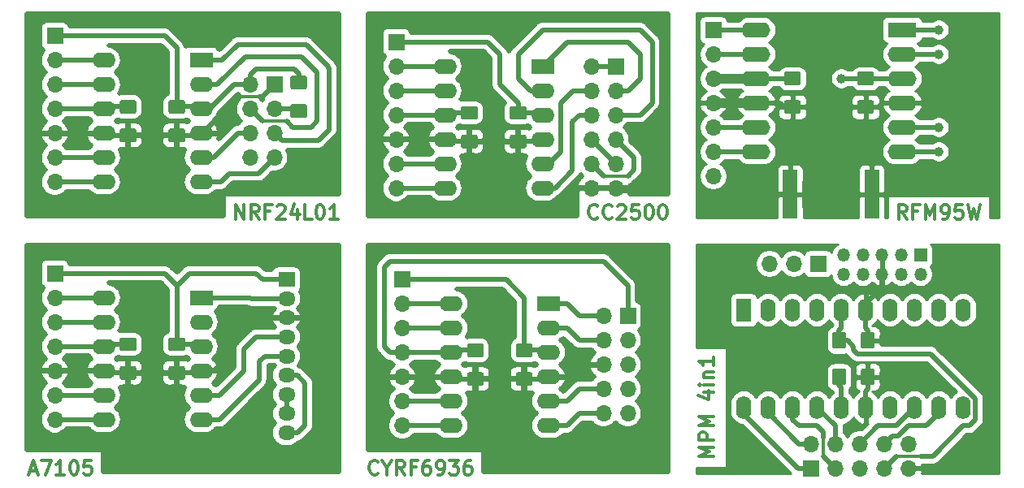
<source format=gbr>
G04 #@! TF.GenerationSoftware,KiCad,Pcbnew,(5.1.5)-3*
G04 #@! TF.CreationDate,2021-05-15T17:54:47+02:00*
G04 #@! TF.ProjectId,Adaptateurs_NiveauxSPI,41646170-7461-4746-9575-72735f4e6976,rev?*
G04 #@! TF.SameCoordinates,Original*
G04 #@! TF.FileFunction,Copper,L1,Top*
G04 #@! TF.FilePolarity,Positive*
%FSLAX46Y46*%
G04 Gerber Fmt 4.6, Leading zero omitted, Abs format (unit mm)*
G04 Created by KiCad (PCBNEW (5.1.5)-3) date 2021-05-15 17:54:47*
%MOMM*%
%LPD*%
G04 APERTURE LIST*
%ADD10C,0.300000*%
%ADD11O,3.000000X1.600000*%
%ADD12R,3.000000X1.600000*%
%ADD13O,1.600000X2.400000*%
%ADD14R,1.600000X2.400000*%
%ADD15C,0.100000*%
%ADD16O,1.700000X1.700000*%
%ADD17R,1.700000X1.700000*%
%ADD18R,1.800000X1.500000*%
%ADD19O,1.800000X1.500000*%
%ADD20R,1.350000X1.350000*%
%ADD21O,1.350000X1.350000*%
%ADD22R,2.400000X1.600000*%
%ADD23O,2.400000X1.600000*%
%ADD24R,1.500000X5.080000*%
%ADD25C,1.000000*%
%ADD26C,0.500000*%
%ADD27C,1.000000*%
%ADD28C,0.254000*%
G04 APERTURE END LIST*
D10*
X180383571Y-110552857D02*
X178883571Y-110552857D01*
X179955000Y-110052857D01*
X178883571Y-109552857D01*
X180383571Y-109552857D01*
X180383571Y-108838571D02*
X178883571Y-108838571D01*
X178883571Y-108267142D01*
X178955000Y-108124285D01*
X179026428Y-108052857D01*
X179169285Y-107981428D01*
X179383571Y-107981428D01*
X179526428Y-108052857D01*
X179597857Y-108124285D01*
X179669285Y-108267142D01*
X179669285Y-108838571D01*
X180383571Y-107338571D02*
X178883571Y-107338571D01*
X179955000Y-106838571D01*
X178883571Y-106338571D01*
X180383571Y-106338571D01*
X179383571Y-103838571D02*
X180383571Y-103838571D01*
X178812142Y-104195714D02*
X179883571Y-104552857D01*
X179883571Y-103624285D01*
X180383571Y-103052857D02*
X179383571Y-103052857D01*
X178883571Y-103052857D02*
X178955000Y-103124285D01*
X179026428Y-103052857D01*
X178955000Y-102981428D01*
X178883571Y-103052857D01*
X179026428Y-103052857D01*
X179383571Y-102338571D02*
X180383571Y-102338571D01*
X179526428Y-102338571D02*
X179455000Y-102267142D01*
X179383571Y-102124285D01*
X179383571Y-101910000D01*
X179455000Y-101767142D01*
X179597857Y-101695714D01*
X180383571Y-101695714D01*
X180383571Y-100195714D02*
X180383571Y-101052857D01*
X180383571Y-100624285D02*
X178883571Y-100624285D01*
X179097857Y-100767142D01*
X179240714Y-100910000D01*
X179312142Y-101052857D01*
X200513571Y-85768571D02*
X200013571Y-85054285D01*
X199656428Y-85768571D02*
X199656428Y-84268571D01*
X200227857Y-84268571D01*
X200370714Y-84340000D01*
X200442142Y-84411428D01*
X200513571Y-84554285D01*
X200513571Y-84768571D01*
X200442142Y-84911428D01*
X200370714Y-84982857D01*
X200227857Y-85054285D01*
X199656428Y-85054285D01*
X201656428Y-84982857D02*
X201156428Y-84982857D01*
X201156428Y-85768571D02*
X201156428Y-84268571D01*
X201870714Y-84268571D01*
X202442142Y-85768571D02*
X202442142Y-84268571D01*
X202942142Y-85340000D01*
X203442142Y-84268571D01*
X203442142Y-85768571D01*
X204227857Y-85768571D02*
X204513571Y-85768571D01*
X204656428Y-85697142D01*
X204727857Y-85625714D01*
X204870714Y-85411428D01*
X204942142Y-85125714D01*
X204942142Y-84554285D01*
X204870714Y-84411428D01*
X204799285Y-84340000D01*
X204656428Y-84268571D01*
X204370714Y-84268571D01*
X204227857Y-84340000D01*
X204156428Y-84411428D01*
X204085000Y-84554285D01*
X204085000Y-84911428D01*
X204156428Y-85054285D01*
X204227857Y-85125714D01*
X204370714Y-85197142D01*
X204656428Y-85197142D01*
X204799285Y-85125714D01*
X204870714Y-85054285D01*
X204942142Y-84911428D01*
X206299285Y-84268571D02*
X205585000Y-84268571D01*
X205513571Y-84982857D01*
X205585000Y-84911428D01*
X205727857Y-84840000D01*
X206085000Y-84840000D01*
X206227857Y-84911428D01*
X206299285Y-84982857D01*
X206370714Y-85125714D01*
X206370714Y-85482857D01*
X206299285Y-85625714D01*
X206227857Y-85697142D01*
X206085000Y-85768571D01*
X205727857Y-85768571D01*
X205585000Y-85697142D01*
X205513571Y-85625714D01*
X206870714Y-84268571D02*
X207227857Y-85768571D01*
X207513571Y-84697142D01*
X207799285Y-85768571D01*
X208156428Y-84268571D01*
X145431428Y-112295714D02*
X145360000Y-112367142D01*
X145145714Y-112438571D01*
X145002857Y-112438571D01*
X144788571Y-112367142D01*
X144645714Y-112224285D01*
X144574285Y-112081428D01*
X144502857Y-111795714D01*
X144502857Y-111581428D01*
X144574285Y-111295714D01*
X144645714Y-111152857D01*
X144788571Y-111010000D01*
X145002857Y-110938571D01*
X145145714Y-110938571D01*
X145360000Y-111010000D01*
X145431428Y-111081428D01*
X146360000Y-111724285D02*
X146360000Y-112438571D01*
X145860000Y-110938571D02*
X146360000Y-111724285D01*
X146860000Y-110938571D01*
X148217142Y-112438571D02*
X147717142Y-111724285D01*
X147360000Y-112438571D02*
X147360000Y-110938571D01*
X147931428Y-110938571D01*
X148074285Y-111010000D01*
X148145714Y-111081428D01*
X148217142Y-111224285D01*
X148217142Y-111438571D01*
X148145714Y-111581428D01*
X148074285Y-111652857D01*
X147931428Y-111724285D01*
X147360000Y-111724285D01*
X149360000Y-111652857D02*
X148860000Y-111652857D01*
X148860000Y-112438571D02*
X148860000Y-110938571D01*
X149574285Y-110938571D01*
X150788571Y-110938571D02*
X150502857Y-110938571D01*
X150360000Y-111010000D01*
X150288571Y-111081428D01*
X150145714Y-111295714D01*
X150074285Y-111581428D01*
X150074285Y-112152857D01*
X150145714Y-112295714D01*
X150217142Y-112367142D01*
X150360000Y-112438571D01*
X150645714Y-112438571D01*
X150788571Y-112367142D01*
X150860000Y-112295714D01*
X150931428Y-112152857D01*
X150931428Y-111795714D01*
X150860000Y-111652857D01*
X150788571Y-111581428D01*
X150645714Y-111510000D01*
X150360000Y-111510000D01*
X150217142Y-111581428D01*
X150145714Y-111652857D01*
X150074285Y-111795714D01*
X151645714Y-112438571D02*
X151931428Y-112438571D01*
X152074285Y-112367142D01*
X152145714Y-112295714D01*
X152288571Y-112081428D01*
X152360000Y-111795714D01*
X152360000Y-111224285D01*
X152288571Y-111081428D01*
X152217142Y-111010000D01*
X152074285Y-110938571D01*
X151788571Y-110938571D01*
X151645714Y-111010000D01*
X151574285Y-111081428D01*
X151502857Y-111224285D01*
X151502857Y-111581428D01*
X151574285Y-111724285D01*
X151645714Y-111795714D01*
X151788571Y-111867142D01*
X152074285Y-111867142D01*
X152217142Y-111795714D01*
X152288571Y-111724285D01*
X152360000Y-111581428D01*
X152860000Y-110938571D02*
X153788571Y-110938571D01*
X153288571Y-111510000D01*
X153502857Y-111510000D01*
X153645714Y-111581428D01*
X153717142Y-111652857D01*
X153788571Y-111795714D01*
X153788571Y-112152857D01*
X153717142Y-112295714D01*
X153645714Y-112367142D01*
X153502857Y-112438571D01*
X153074285Y-112438571D01*
X152931428Y-112367142D01*
X152860000Y-112295714D01*
X155074285Y-110938571D02*
X154788571Y-110938571D01*
X154645714Y-111010000D01*
X154574285Y-111081428D01*
X154431428Y-111295714D01*
X154360000Y-111581428D01*
X154360000Y-112152857D01*
X154431428Y-112295714D01*
X154502857Y-112367142D01*
X154645714Y-112438571D01*
X154931428Y-112438571D01*
X155074285Y-112367142D01*
X155145714Y-112295714D01*
X155217142Y-112152857D01*
X155217142Y-111795714D01*
X155145714Y-111652857D01*
X155074285Y-111581428D01*
X154931428Y-111510000D01*
X154645714Y-111510000D01*
X154502857Y-111581428D01*
X154431428Y-111652857D01*
X154360000Y-111795714D01*
X109180714Y-112010000D02*
X109895000Y-112010000D01*
X109037857Y-112438571D02*
X109537857Y-110938571D01*
X110037857Y-112438571D01*
X110395000Y-110938571D02*
X111395000Y-110938571D01*
X110752142Y-112438571D01*
X112752142Y-112438571D02*
X111895000Y-112438571D01*
X112323571Y-112438571D02*
X112323571Y-110938571D01*
X112180714Y-111152857D01*
X112037857Y-111295714D01*
X111895000Y-111367142D01*
X113680714Y-110938571D02*
X113823571Y-110938571D01*
X113966428Y-111010000D01*
X114037857Y-111081428D01*
X114109285Y-111224285D01*
X114180714Y-111510000D01*
X114180714Y-111867142D01*
X114109285Y-112152857D01*
X114037857Y-112295714D01*
X113966428Y-112367142D01*
X113823571Y-112438571D01*
X113680714Y-112438571D01*
X113537857Y-112367142D01*
X113466428Y-112295714D01*
X113395000Y-112152857D01*
X113323571Y-111867142D01*
X113323571Y-111510000D01*
X113395000Y-111224285D01*
X113466428Y-111081428D01*
X113537857Y-111010000D01*
X113680714Y-110938571D01*
X115537857Y-110938571D02*
X114823571Y-110938571D01*
X114752142Y-111652857D01*
X114823571Y-111581428D01*
X114966428Y-111510000D01*
X115323571Y-111510000D01*
X115466428Y-111581428D01*
X115537857Y-111652857D01*
X115609285Y-111795714D01*
X115609285Y-112152857D01*
X115537857Y-112295714D01*
X115466428Y-112367142D01*
X115323571Y-112438571D01*
X114966428Y-112438571D01*
X114823571Y-112367142D01*
X114752142Y-112295714D01*
X168307142Y-85625714D02*
X168235714Y-85697142D01*
X168021428Y-85768571D01*
X167878571Y-85768571D01*
X167664285Y-85697142D01*
X167521428Y-85554285D01*
X167450000Y-85411428D01*
X167378571Y-85125714D01*
X167378571Y-84911428D01*
X167450000Y-84625714D01*
X167521428Y-84482857D01*
X167664285Y-84340000D01*
X167878571Y-84268571D01*
X168021428Y-84268571D01*
X168235714Y-84340000D01*
X168307142Y-84411428D01*
X169807142Y-85625714D02*
X169735714Y-85697142D01*
X169521428Y-85768571D01*
X169378571Y-85768571D01*
X169164285Y-85697142D01*
X169021428Y-85554285D01*
X168950000Y-85411428D01*
X168878571Y-85125714D01*
X168878571Y-84911428D01*
X168950000Y-84625714D01*
X169021428Y-84482857D01*
X169164285Y-84340000D01*
X169378571Y-84268571D01*
X169521428Y-84268571D01*
X169735714Y-84340000D01*
X169807142Y-84411428D01*
X170378571Y-84411428D02*
X170450000Y-84340000D01*
X170592857Y-84268571D01*
X170950000Y-84268571D01*
X171092857Y-84340000D01*
X171164285Y-84411428D01*
X171235714Y-84554285D01*
X171235714Y-84697142D01*
X171164285Y-84911428D01*
X170307142Y-85768571D01*
X171235714Y-85768571D01*
X172592857Y-84268571D02*
X171878571Y-84268571D01*
X171807142Y-84982857D01*
X171878571Y-84911428D01*
X172021428Y-84840000D01*
X172378571Y-84840000D01*
X172521428Y-84911428D01*
X172592857Y-84982857D01*
X172664285Y-85125714D01*
X172664285Y-85482857D01*
X172592857Y-85625714D01*
X172521428Y-85697142D01*
X172378571Y-85768571D01*
X172021428Y-85768571D01*
X171878571Y-85697142D01*
X171807142Y-85625714D01*
X173592857Y-84268571D02*
X173735714Y-84268571D01*
X173878571Y-84340000D01*
X173950000Y-84411428D01*
X174021428Y-84554285D01*
X174092857Y-84840000D01*
X174092857Y-85197142D01*
X174021428Y-85482857D01*
X173950000Y-85625714D01*
X173878571Y-85697142D01*
X173735714Y-85768571D01*
X173592857Y-85768571D01*
X173450000Y-85697142D01*
X173378571Y-85625714D01*
X173307142Y-85482857D01*
X173235714Y-85197142D01*
X173235714Y-84840000D01*
X173307142Y-84554285D01*
X173378571Y-84411428D01*
X173450000Y-84340000D01*
X173592857Y-84268571D01*
X175021428Y-84268571D02*
X175164285Y-84268571D01*
X175307142Y-84340000D01*
X175378571Y-84411428D01*
X175450000Y-84554285D01*
X175521428Y-84840000D01*
X175521428Y-85197142D01*
X175450000Y-85482857D01*
X175378571Y-85625714D01*
X175307142Y-85697142D01*
X175164285Y-85768571D01*
X175021428Y-85768571D01*
X174878571Y-85697142D01*
X174807142Y-85625714D01*
X174735714Y-85482857D01*
X174664285Y-85197142D01*
X174664285Y-84840000D01*
X174735714Y-84554285D01*
X174807142Y-84411428D01*
X174878571Y-84340000D01*
X175021428Y-84268571D01*
X130604285Y-85768571D02*
X130604285Y-84268571D01*
X131461428Y-85768571D01*
X131461428Y-84268571D01*
X133032857Y-85768571D02*
X132532857Y-85054285D01*
X132175714Y-85768571D02*
X132175714Y-84268571D01*
X132747142Y-84268571D01*
X132890000Y-84340000D01*
X132961428Y-84411428D01*
X133032857Y-84554285D01*
X133032857Y-84768571D01*
X132961428Y-84911428D01*
X132890000Y-84982857D01*
X132747142Y-85054285D01*
X132175714Y-85054285D01*
X134175714Y-84982857D02*
X133675714Y-84982857D01*
X133675714Y-85768571D02*
X133675714Y-84268571D01*
X134390000Y-84268571D01*
X134890000Y-84411428D02*
X134961428Y-84340000D01*
X135104285Y-84268571D01*
X135461428Y-84268571D01*
X135604285Y-84340000D01*
X135675714Y-84411428D01*
X135747142Y-84554285D01*
X135747142Y-84697142D01*
X135675714Y-84911428D01*
X134818571Y-85768571D01*
X135747142Y-85768571D01*
X137032857Y-84768571D02*
X137032857Y-85768571D01*
X136675714Y-84197142D02*
X136318571Y-85268571D01*
X137247142Y-85268571D01*
X138532857Y-85768571D02*
X137818571Y-85768571D01*
X137818571Y-84268571D01*
X139318571Y-84268571D02*
X139461428Y-84268571D01*
X139604285Y-84340000D01*
X139675714Y-84411428D01*
X139747142Y-84554285D01*
X139818571Y-84840000D01*
X139818571Y-85197142D01*
X139747142Y-85482857D01*
X139675714Y-85625714D01*
X139604285Y-85697142D01*
X139461428Y-85768571D01*
X139318571Y-85768571D01*
X139175714Y-85697142D01*
X139104285Y-85625714D01*
X139032857Y-85482857D01*
X138961428Y-85197142D01*
X138961428Y-84840000D01*
X139032857Y-84554285D01*
X139104285Y-84411428D01*
X139175714Y-84340000D01*
X139318571Y-84268571D01*
X141247142Y-85768571D02*
X140390000Y-85768571D01*
X140818571Y-85768571D02*
X140818571Y-84268571D01*
X140675714Y-84482857D01*
X140532857Y-84625714D01*
X140390000Y-84697142D01*
D11*
X184785000Y-66040000D03*
X184785000Y-68580000D03*
X184785000Y-71120000D03*
X184785000Y-73660000D03*
X184785000Y-76200000D03*
X184785000Y-78740000D03*
X200025000Y-78740000D03*
X200025000Y-76200000D03*
X200025000Y-73660000D03*
X200025000Y-71120000D03*
X200025000Y-68580000D03*
D12*
X200025000Y-66040000D03*
D13*
X186055000Y-105410000D03*
X198755000Y-105410000D03*
X188595000Y-105410000D03*
X193675000Y-105410000D03*
X196215000Y-105410000D03*
X191135000Y-105410000D03*
X203835000Y-105410000D03*
X206375000Y-105410000D03*
X201295000Y-105410000D03*
D14*
X183515000Y-95250000D03*
D13*
X186055000Y-95250000D03*
X188595000Y-95250000D03*
X191135000Y-95250000D03*
X193675000Y-95250000D03*
X196215000Y-95250000D03*
X198755000Y-95250000D03*
X201295000Y-95250000D03*
X203835000Y-95250000D03*
X206375000Y-95250000D03*
X183515000Y-105410000D03*
G04 #@! TA.AperFunction,SMDPad,CuDef*
D15*
G36*
X120029504Y-73366204D02*
G01*
X120053773Y-73369804D01*
X120077571Y-73375765D01*
X120100671Y-73384030D01*
X120122849Y-73394520D01*
X120143893Y-73407133D01*
X120163598Y-73421747D01*
X120181777Y-73438223D01*
X120198253Y-73456402D01*
X120212867Y-73476107D01*
X120225480Y-73497151D01*
X120235970Y-73519329D01*
X120244235Y-73542429D01*
X120250196Y-73566227D01*
X120253796Y-73590496D01*
X120255000Y-73615000D01*
X120255000Y-74540000D01*
X120253796Y-74564504D01*
X120250196Y-74588773D01*
X120244235Y-74612571D01*
X120235970Y-74635671D01*
X120225480Y-74657849D01*
X120212867Y-74678893D01*
X120198253Y-74698598D01*
X120181777Y-74716777D01*
X120163598Y-74733253D01*
X120143893Y-74747867D01*
X120122849Y-74760480D01*
X120100671Y-74770970D01*
X120077571Y-74779235D01*
X120053773Y-74785196D01*
X120029504Y-74788796D01*
X120005000Y-74790000D01*
X118755000Y-74790000D01*
X118730496Y-74788796D01*
X118706227Y-74785196D01*
X118682429Y-74779235D01*
X118659329Y-74770970D01*
X118637151Y-74760480D01*
X118616107Y-74747867D01*
X118596402Y-74733253D01*
X118578223Y-74716777D01*
X118561747Y-74698598D01*
X118547133Y-74678893D01*
X118534520Y-74657849D01*
X118524030Y-74635671D01*
X118515765Y-74612571D01*
X118509804Y-74588773D01*
X118506204Y-74564504D01*
X118505000Y-74540000D01*
X118505000Y-73615000D01*
X118506204Y-73590496D01*
X118509804Y-73566227D01*
X118515765Y-73542429D01*
X118524030Y-73519329D01*
X118534520Y-73497151D01*
X118547133Y-73476107D01*
X118561747Y-73456402D01*
X118578223Y-73438223D01*
X118596402Y-73421747D01*
X118616107Y-73407133D01*
X118637151Y-73394520D01*
X118659329Y-73384030D01*
X118682429Y-73375765D01*
X118706227Y-73369804D01*
X118730496Y-73366204D01*
X118755000Y-73365000D01*
X120005000Y-73365000D01*
X120029504Y-73366204D01*
G37*
G04 #@! TD.AperFunction*
G04 #@! TA.AperFunction,SMDPad,CuDef*
G36*
X120029504Y-76341204D02*
G01*
X120053773Y-76344804D01*
X120077571Y-76350765D01*
X120100671Y-76359030D01*
X120122849Y-76369520D01*
X120143893Y-76382133D01*
X120163598Y-76396747D01*
X120181777Y-76413223D01*
X120198253Y-76431402D01*
X120212867Y-76451107D01*
X120225480Y-76472151D01*
X120235970Y-76494329D01*
X120244235Y-76517429D01*
X120250196Y-76541227D01*
X120253796Y-76565496D01*
X120255000Y-76590000D01*
X120255000Y-77515000D01*
X120253796Y-77539504D01*
X120250196Y-77563773D01*
X120244235Y-77587571D01*
X120235970Y-77610671D01*
X120225480Y-77632849D01*
X120212867Y-77653893D01*
X120198253Y-77673598D01*
X120181777Y-77691777D01*
X120163598Y-77708253D01*
X120143893Y-77722867D01*
X120122849Y-77735480D01*
X120100671Y-77745970D01*
X120077571Y-77754235D01*
X120053773Y-77760196D01*
X120029504Y-77763796D01*
X120005000Y-77765000D01*
X118755000Y-77765000D01*
X118730496Y-77763796D01*
X118706227Y-77760196D01*
X118682429Y-77754235D01*
X118659329Y-77745970D01*
X118637151Y-77735480D01*
X118616107Y-77722867D01*
X118596402Y-77708253D01*
X118578223Y-77691777D01*
X118561747Y-77673598D01*
X118547133Y-77653893D01*
X118534520Y-77632849D01*
X118524030Y-77610671D01*
X118515765Y-77587571D01*
X118509804Y-77563773D01*
X118506204Y-77539504D01*
X118505000Y-77515000D01*
X118505000Y-76590000D01*
X118506204Y-76565496D01*
X118509804Y-76541227D01*
X118515765Y-76517429D01*
X118524030Y-76494329D01*
X118534520Y-76472151D01*
X118547133Y-76451107D01*
X118561747Y-76431402D01*
X118578223Y-76413223D01*
X118596402Y-76396747D01*
X118616107Y-76382133D01*
X118637151Y-76369520D01*
X118659329Y-76359030D01*
X118682429Y-76350765D01*
X118706227Y-76344804D01*
X118730496Y-76341204D01*
X118755000Y-76340000D01*
X120005000Y-76340000D01*
X120029504Y-76341204D01*
G37*
G04 #@! TD.AperFunction*
G04 #@! TA.AperFunction,SMDPad,CuDef*
G36*
X125109504Y-76341204D02*
G01*
X125133773Y-76344804D01*
X125157571Y-76350765D01*
X125180671Y-76359030D01*
X125202849Y-76369520D01*
X125223893Y-76382133D01*
X125243598Y-76396747D01*
X125261777Y-76413223D01*
X125278253Y-76431402D01*
X125292867Y-76451107D01*
X125305480Y-76472151D01*
X125315970Y-76494329D01*
X125324235Y-76517429D01*
X125330196Y-76541227D01*
X125333796Y-76565496D01*
X125335000Y-76590000D01*
X125335000Y-77515000D01*
X125333796Y-77539504D01*
X125330196Y-77563773D01*
X125324235Y-77587571D01*
X125315970Y-77610671D01*
X125305480Y-77632849D01*
X125292867Y-77653893D01*
X125278253Y-77673598D01*
X125261777Y-77691777D01*
X125243598Y-77708253D01*
X125223893Y-77722867D01*
X125202849Y-77735480D01*
X125180671Y-77745970D01*
X125157571Y-77754235D01*
X125133773Y-77760196D01*
X125109504Y-77763796D01*
X125085000Y-77765000D01*
X123835000Y-77765000D01*
X123810496Y-77763796D01*
X123786227Y-77760196D01*
X123762429Y-77754235D01*
X123739329Y-77745970D01*
X123717151Y-77735480D01*
X123696107Y-77722867D01*
X123676402Y-77708253D01*
X123658223Y-77691777D01*
X123641747Y-77673598D01*
X123627133Y-77653893D01*
X123614520Y-77632849D01*
X123604030Y-77610671D01*
X123595765Y-77587571D01*
X123589804Y-77563773D01*
X123586204Y-77539504D01*
X123585000Y-77515000D01*
X123585000Y-76590000D01*
X123586204Y-76565496D01*
X123589804Y-76541227D01*
X123595765Y-76517429D01*
X123604030Y-76494329D01*
X123614520Y-76472151D01*
X123627133Y-76451107D01*
X123641747Y-76431402D01*
X123658223Y-76413223D01*
X123676402Y-76396747D01*
X123696107Y-76382133D01*
X123717151Y-76369520D01*
X123739329Y-76359030D01*
X123762429Y-76350765D01*
X123786227Y-76344804D01*
X123810496Y-76341204D01*
X123835000Y-76340000D01*
X125085000Y-76340000D01*
X125109504Y-76341204D01*
G37*
G04 #@! TD.AperFunction*
G04 #@! TA.AperFunction,SMDPad,CuDef*
G36*
X125109504Y-73366204D02*
G01*
X125133773Y-73369804D01*
X125157571Y-73375765D01*
X125180671Y-73384030D01*
X125202849Y-73394520D01*
X125223893Y-73407133D01*
X125243598Y-73421747D01*
X125261777Y-73438223D01*
X125278253Y-73456402D01*
X125292867Y-73476107D01*
X125305480Y-73497151D01*
X125315970Y-73519329D01*
X125324235Y-73542429D01*
X125330196Y-73566227D01*
X125333796Y-73590496D01*
X125335000Y-73615000D01*
X125335000Y-74540000D01*
X125333796Y-74564504D01*
X125330196Y-74588773D01*
X125324235Y-74612571D01*
X125315970Y-74635671D01*
X125305480Y-74657849D01*
X125292867Y-74678893D01*
X125278253Y-74698598D01*
X125261777Y-74716777D01*
X125243598Y-74733253D01*
X125223893Y-74747867D01*
X125202849Y-74760480D01*
X125180671Y-74770970D01*
X125157571Y-74779235D01*
X125133773Y-74785196D01*
X125109504Y-74788796D01*
X125085000Y-74790000D01*
X123835000Y-74790000D01*
X123810496Y-74788796D01*
X123786227Y-74785196D01*
X123762429Y-74779235D01*
X123739329Y-74770970D01*
X123717151Y-74760480D01*
X123696107Y-74747867D01*
X123676402Y-74733253D01*
X123658223Y-74716777D01*
X123641747Y-74698598D01*
X123627133Y-74678893D01*
X123614520Y-74657849D01*
X123604030Y-74635671D01*
X123595765Y-74612571D01*
X123589804Y-74588773D01*
X123586204Y-74564504D01*
X123585000Y-74540000D01*
X123585000Y-73615000D01*
X123586204Y-73590496D01*
X123589804Y-73566227D01*
X123595765Y-73542429D01*
X123604030Y-73519329D01*
X123614520Y-73497151D01*
X123627133Y-73476107D01*
X123641747Y-73456402D01*
X123658223Y-73438223D01*
X123676402Y-73421747D01*
X123696107Y-73407133D01*
X123717151Y-73394520D01*
X123739329Y-73384030D01*
X123762429Y-73375765D01*
X123786227Y-73369804D01*
X123810496Y-73366204D01*
X123835000Y-73365000D01*
X125085000Y-73365000D01*
X125109504Y-73366204D01*
G37*
G04 #@! TD.AperFunction*
G04 #@! TA.AperFunction,SMDPad,CuDef*
G36*
X155589504Y-74001204D02*
G01*
X155613773Y-74004804D01*
X155637571Y-74010765D01*
X155660671Y-74019030D01*
X155682849Y-74029520D01*
X155703893Y-74042133D01*
X155723598Y-74056747D01*
X155741777Y-74073223D01*
X155758253Y-74091402D01*
X155772867Y-74111107D01*
X155785480Y-74132151D01*
X155795970Y-74154329D01*
X155804235Y-74177429D01*
X155810196Y-74201227D01*
X155813796Y-74225496D01*
X155815000Y-74250000D01*
X155815000Y-75175000D01*
X155813796Y-75199504D01*
X155810196Y-75223773D01*
X155804235Y-75247571D01*
X155795970Y-75270671D01*
X155785480Y-75292849D01*
X155772867Y-75313893D01*
X155758253Y-75333598D01*
X155741777Y-75351777D01*
X155723598Y-75368253D01*
X155703893Y-75382867D01*
X155682849Y-75395480D01*
X155660671Y-75405970D01*
X155637571Y-75414235D01*
X155613773Y-75420196D01*
X155589504Y-75423796D01*
X155565000Y-75425000D01*
X154315000Y-75425000D01*
X154290496Y-75423796D01*
X154266227Y-75420196D01*
X154242429Y-75414235D01*
X154219329Y-75405970D01*
X154197151Y-75395480D01*
X154176107Y-75382867D01*
X154156402Y-75368253D01*
X154138223Y-75351777D01*
X154121747Y-75333598D01*
X154107133Y-75313893D01*
X154094520Y-75292849D01*
X154084030Y-75270671D01*
X154075765Y-75247571D01*
X154069804Y-75223773D01*
X154066204Y-75199504D01*
X154065000Y-75175000D01*
X154065000Y-74250000D01*
X154066204Y-74225496D01*
X154069804Y-74201227D01*
X154075765Y-74177429D01*
X154084030Y-74154329D01*
X154094520Y-74132151D01*
X154107133Y-74111107D01*
X154121747Y-74091402D01*
X154138223Y-74073223D01*
X154156402Y-74056747D01*
X154176107Y-74042133D01*
X154197151Y-74029520D01*
X154219329Y-74019030D01*
X154242429Y-74010765D01*
X154266227Y-74004804D01*
X154290496Y-74001204D01*
X154315000Y-74000000D01*
X155565000Y-74000000D01*
X155589504Y-74001204D01*
G37*
G04 #@! TD.AperFunction*
G04 #@! TA.AperFunction,SMDPad,CuDef*
G36*
X155589504Y-76976204D02*
G01*
X155613773Y-76979804D01*
X155637571Y-76985765D01*
X155660671Y-76994030D01*
X155682849Y-77004520D01*
X155703893Y-77017133D01*
X155723598Y-77031747D01*
X155741777Y-77048223D01*
X155758253Y-77066402D01*
X155772867Y-77086107D01*
X155785480Y-77107151D01*
X155795970Y-77129329D01*
X155804235Y-77152429D01*
X155810196Y-77176227D01*
X155813796Y-77200496D01*
X155815000Y-77225000D01*
X155815000Y-78150000D01*
X155813796Y-78174504D01*
X155810196Y-78198773D01*
X155804235Y-78222571D01*
X155795970Y-78245671D01*
X155785480Y-78267849D01*
X155772867Y-78288893D01*
X155758253Y-78308598D01*
X155741777Y-78326777D01*
X155723598Y-78343253D01*
X155703893Y-78357867D01*
X155682849Y-78370480D01*
X155660671Y-78380970D01*
X155637571Y-78389235D01*
X155613773Y-78395196D01*
X155589504Y-78398796D01*
X155565000Y-78400000D01*
X154315000Y-78400000D01*
X154290496Y-78398796D01*
X154266227Y-78395196D01*
X154242429Y-78389235D01*
X154219329Y-78380970D01*
X154197151Y-78370480D01*
X154176107Y-78357867D01*
X154156402Y-78343253D01*
X154138223Y-78326777D01*
X154121747Y-78308598D01*
X154107133Y-78288893D01*
X154094520Y-78267849D01*
X154084030Y-78245671D01*
X154075765Y-78222571D01*
X154069804Y-78198773D01*
X154066204Y-78174504D01*
X154065000Y-78150000D01*
X154065000Y-77225000D01*
X154066204Y-77200496D01*
X154069804Y-77176227D01*
X154075765Y-77152429D01*
X154084030Y-77129329D01*
X154094520Y-77107151D01*
X154107133Y-77086107D01*
X154121747Y-77066402D01*
X154138223Y-77048223D01*
X154156402Y-77031747D01*
X154176107Y-77017133D01*
X154197151Y-77004520D01*
X154219329Y-76994030D01*
X154242429Y-76985765D01*
X154266227Y-76979804D01*
X154290496Y-76976204D01*
X154315000Y-76975000D01*
X155565000Y-76975000D01*
X155589504Y-76976204D01*
G37*
G04 #@! TD.AperFunction*
G04 #@! TA.AperFunction,SMDPad,CuDef*
G36*
X160669504Y-76976204D02*
G01*
X160693773Y-76979804D01*
X160717571Y-76985765D01*
X160740671Y-76994030D01*
X160762849Y-77004520D01*
X160783893Y-77017133D01*
X160803598Y-77031747D01*
X160821777Y-77048223D01*
X160838253Y-77066402D01*
X160852867Y-77086107D01*
X160865480Y-77107151D01*
X160875970Y-77129329D01*
X160884235Y-77152429D01*
X160890196Y-77176227D01*
X160893796Y-77200496D01*
X160895000Y-77225000D01*
X160895000Y-78150000D01*
X160893796Y-78174504D01*
X160890196Y-78198773D01*
X160884235Y-78222571D01*
X160875970Y-78245671D01*
X160865480Y-78267849D01*
X160852867Y-78288893D01*
X160838253Y-78308598D01*
X160821777Y-78326777D01*
X160803598Y-78343253D01*
X160783893Y-78357867D01*
X160762849Y-78370480D01*
X160740671Y-78380970D01*
X160717571Y-78389235D01*
X160693773Y-78395196D01*
X160669504Y-78398796D01*
X160645000Y-78400000D01*
X159395000Y-78400000D01*
X159370496Y-78398796D01*
X159346227Y-78395196D01*
X159322429Y-78389235D01*
X159299329Y-78380970D01*
X159277151Y-78370480D01*
X159256107Y-78357867D01*
X159236402Y-78343253D01*
X159218223Y-78326777D01*
X159201747Y-78308598D01*
X159187133Y-78288893D01*
X159174520Y-78267849D01*
X159164030Y-78245671D01*
X159155765Y-78222571D01*
X159149804Y-78198773D01*
X159146204Y-78174504D01*
X159145000Y-78150000D01*
X159145000Y-77225000D01*
X159146204Y-77200496D01*
X159149804Y-77176227D01*
X159155765Y-77152429D01*
X159164030Y-77129329D01*
X159174520Y-77107151D01*
X159187133Y-77086107D01*
X159201747Y-77066402D01*
X159218223Y-77048223D01*
X159236402Y-77031747D01*
X159256107Y-77017133D01*
X159277151Y-77004520D01*
X159299329Y-76994030D01*
X159322429Y-76985765D01*
X159346227Y-76979804D01*
X159370496Y-76976204D01*
X159395000Y-76975000D01*
X160645000Y-76975000D01*
X160669504Y-76976204D01*
G37*
G04 #@! TD.AperFunction*
G04 #@! TA.AperFunction,SMDPad,CuDef*
G36*
X160669504Y-74001204D02*
G01*
X160693773Y-74004804D01*
X160717571Y-74010765D01*
X160740671Y-74019030D01*
X160762849Y-74029520D01*
X160783893Y-74042133D01*
X160803598Y-74056747D01*
X160821777Y-74073223D01*
X160838253Y-74091402D01*
X160852867Y-74111107D01*
X160865480Y-74132151D01*
X160875970Y-74154329D01*
X160884235Y-74177429D01*
X160890196Y-74201227D01*
X160893796Y-74225496D01*
X160895000Y-74250000D01*
X160895000Y-75175000D01*
X160893796Y-75199504D01*
X160890196Y-75223773D01*
X160884235Y-75247571D01*
X160875970Y-75270671D01*
X160865480Y-75292849D01*
X160852867Y-75313893D01*
X160838253Y-75333598D01*
X160821777Y-75351777D01*
X160803598Y-75368253D01*
X160783893Y-75382867D01*
X160762849Y-75395480D01*
X160740671Y-75405970D01*
X160717571Y-75414235D01*
X160693773Y-75420196D01*
X160669504Y-75423796D01*
X160645000Y-75425000D01*
X159395000Y-75425000D01*
X159370496Y-75423796D01*
X159346227Y-75420196D01*
X159322429Y-75414235D01*
X159299329Y-75405970D01*
X159277151Y-75395480D01*
X159256107Y-75382867D01*
X159236402Y-75368253D01*
X159218223Y-75351777D01*
X159201747Y-75333598D01*
X159187133Y-75313893D01*
X159174520Y-75292849D01*
X159164030Y-75270671D01*
X159155765Y-75247571D01*
X159149804Y-75223773D01*
X159146204Y-75199504D01*
X159145000Y-75175000D01*
X159145000Y-74250000D01*
X159146204Y-74225496D01*
X159149804Y-74201227D01*
X159155765Y-74177429D01*
X159164030Y-74154329D01*
X159174520Y-74132151D01*
X159187133Y-74111107D01*
X159201747Y-74091402D01*
X159218223Y-74073223D01*
X159236402Y-74056747D01*
X159256107Y-74042133D01*
X159277151Y-74029520D01*
X159299329Y-74019030D01*
X159322429Y-74010765D01*
X159346227Y-74004804D01*
X159370496Y-74001204D01*
X159395000Y-74000000D01*
X160645000Y-74000000D01*
X160669504Y-74001204D01*
G37*
G04 #@! TD.AperFunction*
G04 #@! TA.AperFunction,SMDPad,CuDef*
G36*
X120029504Y-101106204D02*
G01*
X120053773Y-101109804D01*
X120077571Y-101115765D01*
X120100671Y-101124030D01*
X120122849Y-101134520D01*
X120143893Y-101147133D01*
X120163598Y-101161747D01*
X120181777Y-101178223D01*
X120198253Y-101196402D01*
X120212867Y-101216107D01*
X120225480Y-101237151D01*
X120235970Y-101259329D01*
X120244235Y-101282429D01*
X120250196Y-101306227D01*
X120253796Y-101330496D01*
X120255000Y-101355000D01*
X120255000Y-102280000D01*
X120253796Y-102304504D01*
X120250196Y-102328773D01*
X120244235Y-102352571D01*
X120235970Y-102375671D01*
X120225480Y-102397849D01*
X120212867Y-102418893D01*
X120198253Y-102438598D01*
X120181777Y-102456777D01*
X120163598Y-102473253D01*
X120143893Y-102487867D01*
X120122849Y-102500480D01*
X120100671Y-102510970D01*
X120077571Y-102519235D01*
X120053773Y-102525196D01*
X120029504Y-102528796D01*
X120005000Y-102530000D01*
X118755000Y-102530000D01*
X118730496Y-102528796D01*
X118706227Y-102525196D01*
X118682429Y-102519235D01*
X118659329Y-102510970D01*
X118637151Y-102500480D01*
X118616107Y-102487867D01*
X118596402Y-102473253D01*
X118578223Y-102456777D01*
X118561747Y-102438598D01*
X118547133Y-102418893D01*
X118534520Y-102397849D01*
X118524030Y-102375671D01*
X118515765Y-102352571D01*
X118509804Y-102328773D01*
X118506204Y-102304504D01*
X118505000Y-102280000D01*
X118505000Y-101355000D01*
X118506204Y-101330496D01*
X118509804Y-101306227D01*
X118515765Y-101282429D01*
X118524030Y-101259329D01*
X118534520Y-101237151D01*
X118547133Y-101216107D01*
X118561747Y-101196402D01*
X118578223Y-101178223D01*
X118596402Y-101161747D01*
X118616107Y-101147133D01*
X118637151Y-101134520D01*
X118659329Y-101124030D01*
X118682429Y-101115765D01*
X118706227Y-101109804D01*
X118730496Y-101106204D01*
X118755000Y-101105000D01*
X120005000Y-101105000D01*
X120029504Y-101106204D01*
G37*
G04 #@! TD.AperFunction*
G04 #@! TA.AperFunction,SMDPad,CuDef*
G36*
X120029504Y-98131204D02*
G01*
X120053773Y-98134804D01*
X120077571Y-98140765D01*
X120100671Y-98149030D01*
X120122849Y-98159520D01*
X120143893Y-98172133D01*
X120163598Y-98186747D01*
X120181777Y-98203223D01*
X120198253Y-98221402D01*
X120212867Y-98241107D01*
X120225480Y-98262151D01*
X120235970Y-98284329D01*
X120244235Y-98307429D01*
X120250196Y-98331227D01*
X120253796Y-98355496D01*
X120255000Y-98380000D01*
X120255000Y-99305000D01*
X120253796Y-99329504D01*
X120250196Y-99353773D01*
X120244235Y-99377571D01*
X120235970Y-99400671D01*
X120225480Y-99422849D01*
X120212867Y-99443893D01*
X120198253Y-99463598D01*
X120181777Y-99481777D01*
X120163598Y-99498253D01*
X120143893Y-99512867D01*
X120122849Y-99525480D01*
X120100671Y-99535970D01*
X120077571Y-99544235D01*
X120053773Y-99550196D01*
X120029504Y-99553796D01*
X120005000Y-99555000D01*
X118755000Y-99555000D01*
X118730496Y-99553796D01*
X118706227Y-99550196D01*
X118682429Y-99544235D01*
X118659329Y-99535970D01*
X118637151Y-99525480D01*
X118616107Y-99512867D01*
X118596402Y-99498253D01*
X118578223Y-99481777D01*
X118561747Y-99463598D01*
X118547133Y-99443893D01*
X118534520Y-99422849D01*
X118524030Y-99400671D01*
X118515765Y-99377571D01*
X118509804Y-99353773D01*
X118506204Y-99329504D01*
X118505000Y-99305000D01*
X118505000Y-98380000D01*
X118506204Y-98355496D01*
X118509804Y-98331227D01*
X118515765Y-98307429D01*
X118524030Y-98284329D01*
X118534520Y-98262151D01*
X118547133Y-98241107D01*
X118561747Y-98221402D01*
X118578223Y-98203223D01*
X118596402Y-98186747D01*
X118616107Y-98172133D01*
X118637151Y-98159520D01*
X118659329Y-98149030D01*
X118682429Y-98140765D01*
X118706227Y-98134804D01*
X118730496Y-98131204D01*
X118755000Y-98130000D01*
X120005000Y-98130000D01*
X120029504Y-98131204D01*
G37*
G04 #@! TD.AperFunction*
G04 #@! TA.AperFunction,SMDPad,CuDef*
G36*
X125109504Y-98131204D02*
G01*
X125133773Y-98134804D01*
X125157571Y-98140765D01*
X125180671Y-98149030D01*
X125202849Y-98159520D01*
X125223893Y-98172133D01*
X125243598Y-98186747D01*
X125261777Y-98203223D01*
X125278253Y-98221402D01*
X125292867Y-98241107D01*
X125305480Y-98262151D01*
X125315970Y-98284329D01*
X125324235Y-98307429D01*
X125330196Y-98331227D01*
X125333796Y-98355496D01*
X125335000Y-98380000D01*
X125335000Y-99305000D01*
X125333796Y-99329504D01*
X125330196Y-99353773D01*
X125324235Y-99377571D01*
X125315970Y-99400671D01*
X125305480Y-99422849D01*
X125292867Y-99443893D01*
X125278253Y-99463598D01*
X125261777Y-99481777D01*
X125243598Y-99498253D01*
X125223893Y-99512867D01*
X125202849Y-99525480D01*
X125180671Y-99535970D01*
X125157571Y-99544235D01*
X125133773Y-99550196D01*
X125109504Y-99553796D01*
X125085000Y-99555000D01*
X123835000Y-99555000D01*
X123810496Y-99553796D01*
X123786227Y-99550196D01*
X123762429Y-99544235D01*
X123739329Y-99535970D01*
X123717151Y-99525480D01*
X123696107Y-99512867D01*
X123676402Y-99498253D01*
X123658223Y-99481777D01*
X123641747Y-99463598D01*
X123627133Y-99443893D01*
X123614520Y-99422849D01*
X123604030Y-99400671D01*
X123595765Y-99377571D01*
X123589804Y-99353773D01*
X123586204Y-99329504D01*
X123585000Y-99305000D01*
X123585000Y-98380000D01*
X123586204Y-98355496D01*
X123589804Y-98331227D01*
X123595765Y-98307429D01*
X123604030Y-98284329D01*
X123614520Y-98262151D01*
X123627133Y-98241107D01*
X123641747Y-98221402D01*
X123658223Y-98203223D01*
X123676402Y-98186747D01*
X123696107Y-98172133D01*
X123717151Y-98159520D01*
X123739329Y-98149030D01*
X123762429Y-98140765D01*
X123786227Y-98134804D01*
X123810496Y-98131204D01*
X123835000Y-98130000D01*
X125085000Y-98130000D01*
X125109504Y-98131204D01*
G37*
G04 #@! TD.AperFunction*
G04 #@! TA.AperFunction,SMDPad,CuDef*
G36*
X125109504Y-101106204D02*
G01*
X125133773Y-101109804D01*
X125157571Y-101115765D01*
X125180671Y-101124030D01*
X125202849Y-101134520D01*
X125223893Y-101147133D01*
X125243598Y-101161747D01*
X125261777Y-101178223D01*
X125278253Y-101196402D01*
X125292867Y-101216107D01*
X125305480Y-101237151D01*
X125315970Y-101259329D01*
X125324235Y-101282429D01*
X125330196Y-101306227D01*
X125333796Y-101330496D01*
X125335000Y-101355000D01*
X125335000Y-102280000D01*
X125333796Y-102304504D01*
X125330196Y-102328773D01*
X125324235Y-102352571D01*
X125315970Y-102375671D01*
X125305480Y-102397849D01*
X125292867Y-102418893D01*
X125278253Y-102438598D01*
X125261777Y-102456777D01*
X125243598Y-102473253D01*
X125223893Y-102487867D01*
X125202849Y-102500480D01*
X125180671Y-102510970D01*
X125157571Y-102519235D01*
X125133773Y-102525196D01*
X125109504Y-102528796D01*
X125085000Y-102530000D01*
X123835000Y-102530000D01*
X123810496Y-102528796D01*
X123786227Y-102525196D01*
X123762429Y-102519235D01*
X123739329Y-102510970D01*
X123717151Y-102500480D01*
X123696107Y-102487867D01*
X123676402Y-102473253D01*
X123658223Y-102456777D01*
X123641747Y-102438598D01*
X123627133Y-102418893D01*
X123614520Y-102397849D01*
X123604030Y-102375671D01*
X123595765Y-102352571D01*
X123589804Y-102328773D01*
X123586204Y-102304504D01*
X123585000Y-102280000D01*
X123585000Y-101355000D01*
X123586204Y-101330496D01*
X123589804Y-101306227D01*
X123595765Y-101282429D01*
X123604030Y-101259329D01*
X123614520Y-101237151D01*
X123627133Y-101216107D01*
X123641747Y-101196402D01*
X123658223Y-101178223D01*
X123676402Y-101161747D01*
X123696107Y-101147133D01*
X123717151Y-101134520D01*
X123739329Y-101124030D01*
X123762429Y-101115765D01*
X123786227Y-101109804D01*
X123810496Y-101106204D01*
X123835000Y-101105000D01*
X125085000Y-101105000D01*
X125109504Y-101106204D01*
G37*
G04 #@! TD.AperFunction*
G04 #@! TA.AperFunction,SMDPad,CuDef*
G36*
X156224504Y-98766204D02*
G01*
X156248773Y-98769804D01*
X156272571Y-98775765D01*
X156295671Y-98784030D01*
X156317849Y-98794520D01*
X156338893Y-98807133D01*
X156358598Y-98821747D01*
X156376777Y-98838223D01*
X156393253Y-98856402D01*
X156407867Y-98876107D01*
X156420480Y-98897151D01*
X156430970Y-98919329D01*
X156439235Y-98942429D01*
X156445196Y-98966227D01*
X156448796Y-98990496D01*
X156450000Y-99015000D01*
X156450000Y-99940000D01*
X156448796Y-99964504D01*
X156445196Y-99988773D01*
X156439235Y-100012571D01*
X156430970Y-100035671D01*
X156420480Y-100057849D01*
X156407867Y-100078893D01*
X156393253Y-100098598D01*
X156376777Y-100116777D01*
X156358598Y-100133253D01*
X156338893Y-100147867D01*
X156317849Y-100160480D01*
X156295671Y-100170970D01*
X156272571Y-100179235D01*
X156248773Y-100185196D01*
X156224504Y-100188796D01*
X156200000Y-100190000D01*
X154950000Y-100190000D01*
X154925496Y-100188796D01*
X154901227Y-100185196D01*
X154877429Y-100179235D01*
X154854329Y-100170970D01*
X154832151Y-100160480D01*
X154811107Y-100147867D01*
X154791402Y-100133253D01*
X154773223Y-100116777D01*
X154756747Y-100098598D01*
X154742133Y-100078893D01*
X154729520Y-100057849D01*
X154719030Y-100035671D01*
X154710765Y-100012571D01*
X154704804Y-99988773D01*
X154701204Y-99964504D01*
X154700000Y-99940000D01*
X154700000Y-99015000D01*
X154701204Y-98990496D01*
X154704804Y-98966227D01*
X154710765Y-98942429D01*
X154719030Y-98919329D01*
X154729520Y-98897151D01*
X154742133Y-98876107D01*
X154756747Y-98856402D01*
X154773223Y-98838223D01*
X154791402Y-98821747D01*
X154811107Y-98807133D01*
X154832151Y-98794520D01*
X154854329Y-98784030D01*
X154877429Y-98775765D01*
X154901227Y-98769804D01*
X154925496Y-98766204D01*
X154950000Y-98765000D01*
X156200000Y-98765000D01*
X156224504Y-98766204D01*
G37*
G04 #@! TD.AperFunction*
G04 #@! TA.AperFunction,SMDPad,CuDef*
G36*
X156224504Y-101741204D02*
G01*
X156248773Y-101744804D01*
X156272571Y-101750765D01*
X156295671Y-101759030D01*
X156317849Y-101769520D01*
X156338893Y-101782133D01*
X156358598Y-101796747D01*
X156376777Y-101813223D01*
X156393253Y-101831402D01*
X156407867Y-101851107D01*
X156420480Y-101872151D01*
X156430970Y-101894329D01*
X156439235Y-101917429D01*
X156445196Y-101941227D01*
X156448796Y-101965496D01*
X156450000Y-101990000D01*
X156450000Y-102915000D01*
X156448796Y-102939504D01*
X156445196Y-102963773D01*
X156439235Y-102987571D01*
X156430970Y-103010671D01*
X156420480Y-103032849D01*
X156407867Y-103053893D01*
X156393253Y-103073598D01*
X156376777Y-103091777D01*
X156358598Y-103108253D01*
X156338893Y-103122867D01*
X156317849Y-103135480D01*
X156295671Y-103145970D01*
X156272571Y-103154235D01*
X156248773Y-103160196D01*
X156224504Y-103163796D01*
X156200000Y-103165000D01*
X154950000Y-103165000D01*
X154925496Y-103163796D01*
X154901227Y-103160196D01*
X154877429Y-103154235D01*
X154854329Y-103145970D01*
X154832151Y-103135480D01*
X154811107Y-103122867D01*
X154791402Y-103108253D01*
X154773223Y-103091777D01*
X154756747Y-103073598D01*
X154742133Y-103053893D01*
X154729520Y-103032849D01*
X154719030Y-103010671D01*
X154710765Y-102987571D01*
X154704804Y-102963773D01*
X154701204Y-102939504D01*
X154700000Y-102915000D01*
X154700000Y-101990000D01*
X154701204Y-101965496D01*
X154704804Y-101941227D01*
X154710765Y-101917429D01*
X154719030Y-101894329D01*
X154729520Y-101872151D01*
X154742133Y-101851107D01*
X154756747Y-101831402D01*
X154773223Y-101813223D01*
X154791402Y-101796747D01*
X154811107Y-101782133D01*
X154832151Y-101769520D01*
X154854329Y-101759030D01*
X154877429Y-101750765D01*
X154901227Y-101744804D01*
X154925496Y-101741204D01*
X154950000Y-101740000D01*
X156200000Y-101740000D01*
X156224504Y-101741204D01*
G37*
G04 #@! TD.AperFunction*
G04 #@! TA.AperFunction,SMDPad,CuDef*
G36*
X161304504Y-101741204D02*
G01*
X161328773Y-101744804D01*
X161352571Y-101750765D01*
X161375671Y-101759030D01*
X161397849Y-101769520D01*
X161418893Y-101782133D01*
X161438598Y-101796747D01*
X161456777Y-101813223D01*
X161473253Y-101831402D01*
X161487867Y-101851107D01*
X161500480Y-101872151D01*
X161510970Y-101894329D01*
X161519235Y-101917429D01*
X161525196Y-101941227D01*
X161528796Y-101965496D01*
X161530000Y-101990000D01*
X161530000Y-102915000D01*
X161528796Y-102939504D01*
X161525196Y-102963773D01*
X161519235Y-102987571D01*
X161510970Y-103010671D01*
X161500480Y-103032849D01*
X161487867Y-103053893D01*
X161473253Y-103073598D01*
X161456777Y-103091777D01*
X161438598Y-103108253D01*
X161418893Y-103122867D01*
X161397849Y-103135480D01*
X161375671Y-103145970D01*
X161352571Y-103154235D01*
X161328773Y-103160196D01*
X161304504Y-103163796D01*
X161280000Y-103165000D01*
X160030000Y-103165000D01*
X160005496Y-103163796D01*
X159981227Y-103160196D01*
X159957429Y-103154235D01*
X159934329Y-103145970D01*
X159912151Y-103135480D01*
X159891107Y-103122867D01*
X159871402Y-103108253D01*
X159853223Y-103091777D01*
X159836747Y-103073598D01*
X159822133Y-103053893D01*
X159809520Y-103032849D01*
X159799030Y-103010671D01*
X159790765Y-102987571D01*
X159784804Y-102963773D01*
X159781204Y-102939504D01*
X159780000Y-102915000D01*
X159780000Y-101990000D01*
X159781204Y-101965496D01*
X159784804Y-101941227D01*
X159790765Y-101917429D01*
X159799030Y-101894329D01*
X159809520Y-101872151D01*
X159822133Y-101851107D01*
X159836747Y-101831402D01*
X159853223Y-101813223D01*
X159871402Y-101796747D01*
X159891107Y-101782133D01*
X159912151Y-101769520D01*
X159934329Y-101759030D01*
X159957429Y-101750765D01*
X159981227Y-101744804D01*
X160005496Y-101741204D01*
X160030000Y-101740000D01*
X161280000Y-101740000D01*
X161304504Y-101741204D01*
G37*
G04 #@! TD.AperFunction*
G04 #@! TA.AperFunction,SMDPad,CuDef*
G36*
X161304504Y-98766204D02*
G01*
X161328773Y-98769804D01*
X161352571Y-98775765D01*
X161375671Y-98784030D01*
X161397849Y-98794520D01*
X161418893Y-98807133D01*
X161438598Y-98821747D01*
X161456777Y-98838223D01*
X161473253Y-98856402D01*
X161487867Y-98876107D01*
X161500480Y-98897151D01*
X161510970Y-98919329D01*
X161519235Y-98942429D01*
X161525196Y-98966227D01*
X161528796Y-98990496D01*
X161530000Y-99015000D01*
X161530000Y-99940000D01*
X161528796Y-99964504D01*
X161525196Y-99988773D01*
X161519235Y-100012571D01*
X161510970Y-100035671D01*
X161500480Y-100057849D01*
X161487867Y-100078893D01*
X161473253Y-100098598D01*
X161456777Y-100116777D01*
X161438598Y-100133253D01*
X161418893Y-100147867D01*
X161397849Y-100160480D01*
X161375671Y-100170970D01*
X161352571Y-100179235D01*
X161328773Y-100185196D01*
X161304504Y-100188796D01*
X161280000Y-100190000D01*
X160030000Y-100190000D01*
X160005496Y-100188796D01*
X159981227Y-100185196D01*
X159957429Y-100179235D01*
X159934329Y-100170970D01*
X159912151Y-100160480D01*
X159891107Y-100147867D01*
X159871402Y-100133253D01*
X159853223Y-100116777D01*
X159836747Y-100098598D01*
X159822133Y-100078893D01*
X159809520Y-100057849D01*
X159799030Y-100035671D01*
X159790765Y-100012571D01*
X159784804Y-99988773D01*
X159781204Y-99964504D01*
X159780000Y-99940000D01*
X159780000Y-99015000D01*
X159781204Y-98990496D01*
X159784804Y-98966227D01*
X159790765Y-98942429D01*
X159799030Y-98919329D01*
X159809520Y-98897151D01*
X159822133Y-98876107D01*
X159836747Y-98856402D01*
X159853223Y-98838223D01*
X159871402Y-98821747D01*
X159891107Y-98807133D01*
X159912151Y-98794520D01*
X159934329Y-98784030D01*
X159957429Y-98775765D01*
X159981227Y-98769804D01*
X160005496Y-98766204D01*
X160030000Y-98765000D01*
X161280000Y-98765000D01*
X161304504Y-98766204D01*
G37*
G04 #@! TD.AperFunction*
G04 #@! TA.AperFunction,SMDPad,CuDef*
G36*
X189244504Y-70408704D02*
G01*
X189268773Y-70412304D01*
X189292571Y-70418265D01*
X189315671Y-70426530D01*
X189337849Y-70437020D01*
X189358893Y-70449633D01*
X189378598Y-70464247D01*
X189396777Y-70480723D01*
X189413253Y-70498902D01*
X189427867Y-70518607D01*
X189440480Y-70539651D01*
X189450970Y-70561829D01*
X189459235Y-70584929D01*
X189465196Y-70608727D01*
X189468796Y-70632996D01*
X189470000Y-70657500D01*
X189470000Y-71582500D01*
X189468796Y-71607004D01*
X189465196Y-71631273D01*
X189459235Y-71655071D01*
X189450970Y-71678171D01*
X189440480Y-71700349D01*
X189427867Y-71721393D01*
X189413253Y-71741098D01*
X189396777Y-71759277D01*
X189378598Y-71775753D01*
X189358893Y-71790367D01*
X189337849Y-71802980D01*
X189315671Y-71813470D01*
X189292571Y-71821735D01*
X189268773Y-71827696D01*
X189244504Y-71831296D01*
X189220000Y-71832500D01*
X187970000Y-71832500D01*
X187945496Y-71831296D01*
X187921227Y-71827696D01*
X187897429Y-71821735D01*
X187874329Y-71813470D01*
X187852151Y-71802980D01*
X187831107Y-71790367D01*
X187811402Y-71775753D01*
X187793223Y-71759277D01*
X187776747Y-71741098D01*
X187762133Y-71721393D01*
X187749520Y-71700349D01*
X187739030Y-71678171D01*
X187730765Y-71655071D01*
X187724804Y-71631273D01*
X187721204Y-71607004D01*
X187720000Y-71582500D01*
X187720000Y-70657500D01*
X187721204Y-70632996D01*
X187724804Y-70608727D01*
X187730765Y-70584929D01*
X187739030Y-70561829D01*
X187749520Y-70539651D01*
X187762133Y-70518607D01*
X187776747Y-70498902D01*
X187793223Y-70480723D01*
X187811402Y-70464247D01*
X187831107Y-70449633D01*
X187852151Y-70437020D01*
X187874329Y-70426530D01*
X187897429Y-70418265D01*
X187921227Y-70412304D01*
X187945496Y-70408704D01*
X187970000Y-70407500D01*
X189220000Y-70407500D01*
X189244504Y-70408704D01*
G37*
G04 #@! TD.AperFunction*
G04 #@! TA.AperFunction,SMDPad,CuDef*
G36*
X189244504Y-73383704D02*
G01*
X189268773Y-73387304D01*
X189292571Y-73393265D01*
X189315671Y-73401530D01*
X189337849Y-73412020D01*
X189358893Y-73424633D01*
X189378598Y-73439247D01*
X189396777Y-73455723D01*
X189413253Y-73473902D01*
X189427867Y-73493607D01*
X189440480Y-73514651D01*
X189450970Y-73536829D01*
X189459235Y-73559929D01*
X189465196Y-73583727D01*
X189468796Y-73607996D01*
X189470000Y-73632500D01*
X189470000Y-74557500D01*
X189468796Y-74582004D01*
X189465196Y-74606273D01*
X189459235Y-74630071D01*
X189450970Y-74653171D01*
X189440480Y-74675349D01*
X189427867Y-74696393D01*
X189413253Y-74716098D01*
X189396777Y-74734277D01*
X189378598Y-74750753D01*
X189358893Y-74765367D01*
X189337849Y-74777980D01*
X189315671Y-74788470D01*
X189292571Y-74796735D01*
X189268773Y-74802696D01*
X189244504Y-74806296D01*
X189220000Y-74807500D01*
X187970000Y-74807500D01*
X187945496Y-74806296D01*
X187921227Y-74802696D01*
X187897429Y-74796735D01*
X187874329Y-74788470D01*
X187852151Y-74777980D01*
X187831107Y-74765367D01*
X187811402Y-74750753D01*
X187793223Y-74734277D01*
X187776747Y-74716098D01*
X187762133Y-74696393D01*
X187749520Y-74675349D01*
X187739030Y-74653171D01*
X187730765Y-74630071D01*
X187724804Y-74606273D01*
X187721204Y-74582004D01*
X187720000Y-74557500D01*
X187720000Y-73632500D01*
X187721204Y-73607996D01*
X187724804Y-73583727D01*
X187730765Y-73559929D01*
X187739030Y-73536829D01*
X187749520Y-73514651D01*
X187762133Y-73493607D01*
X187776747Y-73473902D01*
X187793223Y-73455723D01*
X187811402Y-73439247D01*
X187831107Y-73424633D01*
X187852151Y-73412020D01*
X187874329Y-73401530D01*
X187897429Y-73393265D01*
X187921227Y-73387304D01*
X187945496Y-73383704D01*
X187970000Y-73382500D01*
X189220000Y-73382500D01*
X189244504Y-73383704D01*
G37*
G04 #@! TD.AperFunction*
G04 #@! TA.AperFunction,SMDPad,CuDef*
G36*
X196864504Y-73383704D02*
G01*
X196888773Y-73387304D01*
X196912571Y-73393265D01*
X196935671Y-73401530D01*
X196957849Y-73412020D01*
X196978893Y-73424633D01*
X196998598Y-73439247D01*
X197016777Y-73455723D01*
X197033253Y-73473902D01*
X197047867Y-73493607D01*
X197060480Y-73514651D01*
X197070970Y-73536829D01*
X197079235Y-73559929D01*
X197085196Y-73583727D01*
X197088796Y-73607996D01*
X197090000Y-73632500D01*
X197090000Y-74557500D01*
X197088796Y-74582004D01*
X197085196Y-74606273D01*
X197079235Y-74630071D01*
X197070970Y-74653171D01*
X197060480Y-74675349D01*
X197047867Y-74696393D01*
X197033253Y-74716098D01*
X197016777Y-74734277D01*
X196998598Y-74750753D01*
X196978893Y-74765367D01*
X196957849Y-74777980D01*
X196935671Y-74788470D01*
X196912571Y-74796735D01*
X196888773Y-74802696D01*
X196864504Y-74806296D01*
X196840000Y-74807500D01*
X195590000Y-74807500D01*
X195565496Y-74806296D01*
X195541227Y-74802696D01*
X195517429Y-74796735D01*
X195494329Y-74788470D01*
X195472151Y-74777980D01*
X195451107Y-74765367D01*
X195431402Y-74750753D01*
X195413223Y-74734277D01*
X195396747Y-74716098D01*
X195382133Y-74696393D01*
X195369520Y-74675349D01*
X195359030Y-74653171D01*
X195350765Y-74630071D01*
X195344804Y-74606273D01*
X195341204Y-74582004D01*
X195340000Y-74557500D01*
X195340000Y-73632500D01*
X195341204Y-73607996D01*
X195344804Y-73583727D01*
X195350765Y-73559929D01*
X195359030Y-73536829D01*
X195369520Y-73514651D01*
X195382133Y-73493607D01*
X195396747Y-73473902D01*
X195413223Y-73455723D01*
X195431402Y-73439247D01*
X195451107Y-73424633D01*
X195472151Y-73412020D01*
X195494329Y-73401530D01*
X195517429Y-73393265D01*
X195541227Y-73387304D01*
X195565496Y-73383704D01*
X195590000Y-73382500D01*
X196840000Y-73382500D01*
X196864504Y-73383704D01*
G37*
G04 #@! TD.AperFunction*
G04 #@! TA.AperFunction,SMDPad,CuDef*
G36*
X196864504Y-70408704D02*
G01*
X196888773Y-70412304D01*
X196912571Y-70418265D01*
X196935671Y-70426530D01*
X196957849Y-70437020D01*
X196978893Y-70449633D01*
X196998598Y-70464247D01*
X197016777Y-70480723D01*
X197033253Y-70498902D01*
X197047867Y-70518607D01*
X197060480Y-70539651D01*
X197070970Y-70561829D01*
X197079235Y-70584929D01*
X197085196Y-70608727D01*
X197088796Y-70632996D01*
X197090000Y-70657500D01*
X197090000Y-71582500D01*
X197088796Y-71607004D01*
X197085196Y-71631273D01*
X197079235Y-71655071D01*
X197070970Y-71678171D01*
X197060480Y-71700349D01*
X197047867Y-71721393D01*
X197033253Y-71741098D01*
X197016777Y-71759277D01*
X196998598Y-71775753D01*
X196978893Y-71790367D01*
X196957849Y-71802980D01*
X196935671Y-71813470D01*
X196912571Y-71821735D01*
X196888773Y-71827696D01*
X196864504Y-71831296D01*
X196840000Y-71832500D01*
X195590000Y-71832500D01*
X195565496Y-71831296D01*
X195541227Y-71827696D01*
X195517429Y-71821735D01*
X195494329Y-71813470D01*
X195472151Y-71802980D01*
X195451107Y-71790367D01*
X195431402Y-71775753D01*
X195413223Y-71759277D01*
X195396747Y-71741098D01*
X195382133Y-71721393D01*
X195369520Y-71700349D01*
X195359030Y-71678171D01*
X195350765Y-71655071D01*
X195344804Y-71631273D01*
X195341204Y-71607004D01*
X195340000Y-71582500D01*
X195340000Y-70657500D01*
X195341204Y-70632996D01*
X195344804Y-70608727D01*
X195350765Y-70584929D01*
X195359030Y-70561829D01*
X195369520Y-70539651D01*
X195382133Y-70518607D01*
X195396747Y-70498902D01*
X195413223Y-70480723D01*
X195431402Y-70464247D01*
X195451107Y-70449633D01*
X195472151Y-70437020D01*
X195494329Y-70426530D01*
X195517429Y-70418265D01*
X195541227Y-70412304D01*
X195565496Y-70408704D01*
X195590000Y-70407500D01*
X196840000Y-70407500D01*
X196864504Y-70408704D01*
G37*
G04 #@! TD.AperFunction*
D16*
X111760000Y-81915000D03*
X111760000Y-79375000D03*
X111760000Y-76835000D03*
X111760000Y-74295000D03*
X111760000Y-71755000D03*
X111760000Y-69215000D03*
D17*
X111760000Y-66675000D03*
D16*
X132080000Y-79375000D03*
X134620000Y-79375000D03*
X132080000Y-76835000D03*
X134620000Y-76835000D03*
X132080000Y-74295000D03*
X134620000Y-74295000D03*
X132080000Y-71755000D03*
D17*
X134620000Y-71755000D03*
X147320000Y-67310000D03*
D16*
X147320000Y-69850000D03*
X147320000Y-72390000D03*
X147320000Y-74930000D03*
X147320000Y-77470000D03*
X147320000Y-80010000D03*
X147320000Y-82550000D03*
D17*
X170180000Y-69850000D03*
D16*
X167640000Y-69850000D03*
X170180000Y-72390000D03*
X167640000Y-72390000D03*
X170180000Y-74930000D03*
X167640000Y-74930000D03*
X170180000Y-77470000D03*
X167640000Y-77470000D03*
X170180000Y-80010000D03*
X167640000Y-80010000D03*
X170180000Y-82550000D03*
X167640000Y-82550000D03*
D17*
X111760000Y-91440000D03*
D16*
X111760000Y-93980000D03*
X111760000Y-96520000D03*
X111760000Y-99060000D03*
X111760000Y-101600000D03*
X111760000Y-104140000D03*
X111760000Y-106680000D03*
D18*
X135890000Y-92075000D03*
D19*
X135890000Y-94075000D03*
X135890000Y-96075000D03*
X135890000Y-98075000D03*
X135890000Y-100075000D03*
X135890000Y-102075000D03*
X135890000Y-104075000D03*
X135890000Y-106075000D03*
X135890000Y-108075000D03*
D17*
X147955000Y-92075000D03*
D16*
X147955000Y-94615000D03*
X147955000Y-97155000D03*
X147955000Y-99695000D03*
X147955000Y-102235000D03*
X147955000Y-104775000D03*
X147955000Y-107315000D03*
D17*
X171450000Y-95885000D03*
D16*
X168910000Y-95885000D03*
X171450000Y-98425000D03*
X168910000Y-98425000D03*
X171450000Y-100965000D03*
X168910000Y-100965000D03*
X171450000Y-103505000D03*
X168910000Y-103505000D03*
X171450000Y-106045000D03*
X168910000Y-106045000D03*
X180340000Y-81280000D03*
X180340000Y-78740000D03*
X180340000Y-76200000D03*
X180340000Y-73660000D03*
X180340000Y-71120000D03*
X180340000Y-68580000D03*
D17*
X180340000Y-66040000D03*
G04 #@! TA.AperFunction,SMDPad,CuDef*
D15*
G36*
X137809504Y-73801204D02*
G01*
X137833773Y-73804804D01*
X137857571Y-73810765D01*
X137880671Y-73819030D01*
X137902849Y-73829520D01*
X137923893Y-73842133D01*
X137943598Y-73856747D01*
X137961777Y-73873223D01*
X137978253Y-73891402D01*
X137992867Y-73911107D01*
X138005480Y-73932151D01*
X138015970Y-73954329D01*
X138024235Y-73977429D01*
X138030196Y-74001227D01*
X138033796Y-74025496D01*
X138035000Y-74050000D01*
X138035000Y-74975000D01*
X138033796Y-74999504D01*
X138030196Y-75023773D01*
X138024235Y-75047571D01*
X138015970Y-75070671D01*
X138005480Y-75092849D01*
X137992867Y-75113893D01*
X137978253Y-75133598D01*
X137961777Y-75151777D01*
X137943598Y-75168253D01*
X137923893Y-75182867D01*
X137902849Y-75195480D01*
X137880671Y-75205970D01*
X137857571Y-75214235D01*
X137833773Y-75220196D01*
X137809504Y-75223796D01*
X137785000Y-75225000D01*
X136535000Y-75225000D01*
X136510496Y-75223796D01*
X136486227Y-75220196D01*
X136462429Y-75214235D01*
X136439329Y-75205970D01*
X136417151Y-75195480D01*
X136396107Y-75182867D01*
X136376402Y-75168253D01*
X136358223Y-75151777D01*
X136341747Y-75133598D01*
X136327133Y-75113893D01*
X136314520Y-75092849D01*
X136304030Y-75070671D01*
X136295765Y-75047571D01*
X136289804Y-75023773D01*
X136286204Y-74999504D01*
X136285000Y-74975000D01*
X136285000Y-74050000D01*
X136286204Y-74025496D01*
X136289804Y-74001227D01*
X136295765Y-73977429D01*
X136304030Y-73954329D01*
X136314520Y-73932151D01*
X136327133Y-73911107D01*
X136341747Y-73891402D01*
X136358223Y-73873223D01*
X136376402Y-73856747D01*
X136396107Y-73842133D01*
X136417151Y-73829520D01*
X136439329Y-73819030D01*
X136462429Y-73810765D01*
X136486227Y-73804804D01*
X136510496Y-73801204D01*
X136535000Y-73800000D01*
X137785000Y-73800000D01*
X137809504Y-73801204D01*
G37*
G04 #@! TD.AperFunction*
G04 #@! TA.AperFunction,SMDPad,CuDef*
G36*
X137809504Y-70826204D02*
G01*
X137833773Y-70829804D01*
X137857571Y-70835765D01*
X137880671Y-70844030D01*
X137902849Y-70854520D01*
X137923893Y-70867133D01*
X137943598Y-70881747D01*
X137961777Y-70898223D01*
X137978253Y-70916402D01*
X137992867Y-70936107D01*
X138005480Y-70957151D01*
X138015970Y-70979329D01*
X138024235Y-71002429D01*
X138030196Y-71026227D01*
X138033796Y-71050496D01*
X138035000Y-71075000D01*
X138035000Y-72000000D01*
X138033796Y-72024504D01*
X138030196Y-72048773D01*
X138024235Y-72072571D01*
X138015970Y-72095671D01*
X138005480Y-72117849D01*
X137992867Y-72138893D01*
X137978253Y-72158598D01*
X137961777Y-72176777D01*
X137943598Y-72193253D01*
X137923893Y-72207867D01*
X137902849Y-72220480D01*
X137880671Y-72230970D01*
X137857571Y-72239235D01*
X137833773Y-72245196D01*
X137809504Y-72248796D01*
X137785000Y-72250000D01*
X136535000Y-72250000D01*
X136510496Y-72248796D01*
X136486227Y-72245196D01*
X136462429Y-72239235D01*
X136439329Y-72230970D01*
X136417151Y-72220480D01*
X136396107Y-72207867D01*
X136376402Y-72193253D01*
X136358223Y-72176777D01*
X136341747Y-72158598D01*
X136327133Y-72138893D01*
X136314520Y-72117849D01*
X136304030Y-72095671D01*
X136295765Y-72072571D01*
X136289804Y-72048773D01*
X136286204Y-72024504D01*
X136285000Y-72000000D01*
X136285000Y-71075000D01*
X136286204Y-71050496D01*
X136289804Y-71026227D01*
X136295765Y-71002429D01*
X136304030Y-70979329D01*
X136314520Y-70957151D01*
X136327133Y-70936107D01*
X136341747Y-70916402D01*
X136358223Y-70898223D01*
X136376402Y-70881747D01*
X136396107Y-70867133D01*
X136417151Y-70854520D01*
X136439329Y-70844030D01*
X136462429Y-70835765D01*
X136486227Y-70829804D01*
X136510496Y-70826204D01*
X136535000Y-70825000D01*
X137785000Y-70825000D01*
X137809504Y-70826204D01*
G37*
G04 #@! TD.AperFunction*
G04 #@! TA.AperFunction,SMDPad,CuDef*
G36*
X193944504Y-101361204D02*
G01*
X193968773Y-101364804D01*
X193992571Y-101370765D01*
X194015671Y-101379030D01*
X194037849Y-101389520D01*
X194058893Y-101402133D01*
X194078598Y-101416747D01*
X194096777Y-101433223D01*
X194113253Y-101451402D01*
X194127867Y-101471107D01*
X194140480Y-101492151D01*
X194150970Y-101514329D01*
X194159235Y-101537429D01*
X194165196Y-101561227D01*
X194168796Y-101585496D01*
X194170000Y-101610000D01*
X194170000Y-102860000D01*
X194168796Y-102884504D01*
X194165196Y-102908773D01*
X194159235Y-102932571D01*
X194150970Y-102955671D01*
X194140480Y-102977849D01*
X194127867Y-102998893D01*
X194113253Y-103018598D01*
X194096777Y-103036777D01*
X194078598Y-103053253D01*
X194058893Y-103067867D01*
X194037849Y-103080480D01*
X194015671Y-103090970D01*
X193992571Y-103099235D01*
X193968773Y-103105196D01*
X193944504Y-103108796D01*
X193920000Y-103110000D01*
X192995000Y-103110000D01*
X192970496Y-103108796D01*
X192946227Y-103105196D01*
X192922429Y-103099235D01*
X192899329Y-103090970D01*
X192877151Y-103080480D01*
X192856107Y-103067867D01*
X192836402Y-103053253D01*
X192818223Y-103036777D01*
X192801747Y-103018598D01*
X192787133Y-102998893D01*
X192774520Y-102977849D01*
X192764030Y-102955671D01*
X192755765Y-102932571D01*
X192749804Y-102908773D01*
X192746204Y-102884504D01*
X192745000Y-102860000D01*
X192745000Y-101610000D01*
X192746204Y-101585496D01*
X192749804Y-101561227D01*
X192755765Y-101537429D01*
X192764030Y-101514329D01*
X192774520Y-101492151D01*
X192787133Y-101471107D01*
X192801747Y-101451402D01*
X192818223Y-101433223D01*
X192836402Y-101416747D01*
X192856107Y-101402133D01*
X192877151Y-101389520D01*
X192899329Y-101379030D01*
X192922429Y-101370765D01*
X192946227Y-101364804D01*
X192970496Y-101361204D01*
X192995000Y-101360000D01*
X193920000Y-101360000D01*
X193944504Y-101361204D01*
G37*
G04 #@! TD.AperFunction*
G04 #@! TA.AperFunction,SMDPad,CuDef*
G36*
X196919504Y-101361204D02*
G01*
X196943773Y-101364804D01*
X196967571Y-101370765D01*
X196990671Y-101379030D01*
X197012849Y-101389520D01*
X197033893Y-101402133D01*
X197053598Y-101416747D01*
X197071777Y-101433223D01*
X197088253Y-101451402D01*
X197102867Y-101471107D01*
X197115480Y-101492151D01*
X197125970Y-101514329D01*
X197134235Y-101537429D01*
X197140196Y-101561227D01*
X197143796Y-101585496D01*
X197145000Y-101610000D01*
X197145000Y-102860000D01*
X197143796Y-102884504D01*
X197140196Y-102908773D01*
X197134235Y-102932571D01*
X197125970Y-102955671D01*
X197115480Y-102977849D01*
X197102867Y-102998893D01*
X197088253Y-103018598D01*
X197071777Y-103036777D01*
X197053598Y-103053253D01*
X197033893Y-103067867D01*
X197012849Y-103080480D01*
X196990671Y-103090970D01*
X196967571Y-103099235D01*
X196943773Y-103105196D01*
X196919504Y-103108796D01*
X196895000Y-103110000D01*
X195970000Y-103110000D01*
X195945496Y-103108796D01*
X195921227Y-103105196D01*
X195897429Y-103099235D01*
X195874329Y-103090970D01*
X195852151Y-103080480D01*
X195831107Y-103067867D01*
X195811402Y-103053253D01*
X195793223Y-103036777D01*
X195776747Y-103018598D01*
X195762133Y-102998893D01*
X195749520Y-102977849D01*
X195739030Y-102955671D01*
X195730765Y-102932571D01*
X195724804Y-102908773D01*
X195721204Y-102884504D01*
X195720000Y-102860000D01*
X195720000Y-101610000D01*
X195721204Y-101585496D01*
X195724804Y-101561227D01*
X195730765Y-101537429D01*
X195739030Y-101514329D01*
X195749520Y-101492151D01*
X195762133Y-101471107D01*
X195776747Y-101451402D01*
X195793223Y-101433223D01*
X195811402Y-101416747D01*
X195831107Y-101402133D01*
X195852151Y-101389520D01*
X195874329Y-101379030D01*
X195897429Y-101370765D01*
X195921227Y-101364804D01*
X195945496Y-101361204D01*
X195970000Y-101360000D01*
X196895000Y-101360000D01*
X196919504Y-101361204D01*
G37*
G04 #@! TD.AperFunction*
G04 #@! TA.AperFunction,SMDPad,CuDef*
G36*
X196919504Y-97551204D02*
G01*
X196943773Y-97554804D01*
X196967571Y-97560765D01*
X196990671Y-97569030D01*
X197012849Y-97579520D01*
X197033893Y-97592133D01*
X197053598Y-97606747D01*
X197071777Y-97623223D01*
X197088253Y-97641402D01*
X197102867Y-97661107D01*
X197115480Y-97682151D01*
X197125970Y-97704329D01*
X197134235Y-97727429D01*
X197140196Y-97751227D01*
X197143796Y-97775496D01*
X197145000Y-97800000D01*
X197145000Y-99050000D01*
X197143796Y-99074504D01*
X197140196Y-99098773D01*
X197134235Y-99122571D01*
X197125970Y-99145671D01*
X197115480Y-99167849D01*
X197102867Y-99188893D01*
X197088253Y-99208598D01*
X197071777Y-99226777D01*
X197053598Y-99243253D01*
X197033893Y-99257867D01*
X197012849Y-99270480D01*
X196990671Y-99280970D01*
X196967571Y-99289235D01*
X196943773Y-99295196D01*
X196919504Y-99298796D01*
X196895000Y-99300000D01*
X195970000Y-99300000D01*
X195945496Y-99298796D01*
X195921227Y-99295196D01*
X195897429Y-99289235D01*
X195874329Y-99280970D01*
X195852151Y-99270480D01*
X195831107Y-99257867D01*
X195811402Y-99243253D01*
X195793223Y-99226777D01*
X195776747Y-99208598D01*
X195762133Y-99188893D01*
X195749520Y-99167849D01*
X195739030Y-99145671D01*
X195730765Y-99122571D01*
X195724804Y-99098773D01*
X195721204Y-99074504D01*
X195720000Y-99050000D01*
X195720000Y-97800000D01*
X195721204Y-97775496D01*
X195724804Y-97751227D01*
X195730765Y-97727429D01*
X195739030Y-97704329D01*
X195749520Y-97682151D01*
X195762133Y-97661107D01*
X195776747Y-97641402D01*
X195793223Y-97623223D01*
X195811402Y-97606747D01*
X195831107Y-97592133D01*
X195852151Y-97579520D01*
X195874329Y-97569030D01*
X195897429Y-97560765D01*
X195921227Y-97554804D01*
X195945496Y-97551204D01*
X195970000Y-97550000D01*
X196895000Y-97550000D01*
X196919504Y-97551204D01*
G37*
G04 #@! TD.AperFunction*
G04 #@! TA.AperFunction,SMDPad,CuDef*
G36*
X193944504Y-97551204D02*
G01*
X193968773Y-97554804D01*
X193992571Y-97560765D01*
X194015671Y-97569030D01*
X194037849Y-97579520D01*
X194058893Y-97592133D01*
X194078598Y-97606747D01*
X194096777Y-97623223D01*
X194113253Y-97641402D01*
X194127867Y-97661107D01*
X194140480Y-97682151D01*
X194150970Y-97704329D01*
X194159235Y-97727429D01*
X194165196Y-97751227D01*
X194168796Y-97775496D01*
X194170000Y-97800000D01*
X194170000Y-99050000D01*
X194168796Y-99074504D01*
X194165196Y-99098773D01*
X194159235Y-99122571D01*
X194150970Y-99145671D01*
X194140480Y-99167849D01*
X194127867Y-99188893D01*
X194113253Y-99208598D01*
X194096777Y-99226777D01*
X194078598Y-99243253D01*
X194058893Y-99257867D01*
X194037849Y-99270480D01*
X194015671Y-99280970D01*
X193992571Y-99289235D01*
X193968773Y-99295196D01*
X193944504Y-99298796D01*
X193920000Y-99300000D01*
X192995000Y-99300000D01*
X192970496Y-99298796D01*
X192946227Y-99295196D01*
X192922429Y-99289235D01*
X192899329Y-99280970D01*
X192877151Y-99270480D01*
X192856107Y-99257867D01*
X192836402Y-99243253D01*
X192818223Y-99226777D01*
X192801747Y-99208598D01*
X192787133Y-99188893D01*
X192774520Y-99167849D01*
X192764030Y-99145671D01*
X192755765Y-99122571D01*
X192749804Y-99098773D01*
X192746204Y-99074504D01*
X192745000Y-99050000D01*
X192745000Y-97800000D01*
X192746204Y-97775496D01*
X192749804Y-97751227D01*
X192755765Y-97727429D01*
X192764030Y-97704329D01*
X192774520Y-97682151D01*
X192787133Y-97661107D01*
X192801747Y-97641402D01*
X192818223Y-97623223D01*
X192836402Y-97606747D01*
X192856107Y-97592133D01*
X192877151Y-97579520D01*
X192899329Y-97569030D01*
X192922429Y-97560765D01*
X192946227Y-97554804D01*
X192970496Y-97551204D01*
X192995000Y-97550000D01*
X193920000Y-97550000D01*
X193944504Y-97551204D01*
G37*
G04 #@! TD.AperFunction*
D20*
X201930000Y-89535000D03*
D21*
X201930000Y-91535000D03*
X199930000Y-89535000D03*
X199930000Y-91535000D03*
X197930000Y-89535000D03*
X197930000Y-91535000D03*
X195930000Y-89535000D03*
X195930000Y-91535000D03*
X193930000Y-89535000D03*
X193930000Y-91535000D03*
D17*
X191262000Y-90424000D03*
D16*
X188722000Y-90424000D03*
X186182000Y-90424000D03*
D22*
X127000000Y-69215000D03*
D23*
X127000000Y-71755000D03*
X127000000Y-74295000D03*
X127000000Y-76835000D03*
X127000000Y-79375000D03*
X127000000Y-81915000D03*
X116840000Y-81915000D03*
X116840000Y-79375000D03*
X116840000Y-76835000D03*
X116840000Y-74295000D03*
X116840000Y-71755000D03*
X116840000Y-69215000D03*
X152400000Y-69850000D03*
X152400000Y-72390000D03*
X152400000Y-74930000D03*
X152400000Y-77470000D03*
X152400000Y-80010000D03*
X152400000Y-82550000D03*
X162560000Y-82550000D03*
X162560000Y-80010000D03*
X162560000Y-77470000D03*
X162560000Y-74930000D03*
X162560000Y-72390000D03*
D22*
X162560000Y-69850000D03*
D23*
X116840000Y-93980000D03*
X116840000Y-96520000D03*
X116840000Y-99060000D03*
X116840000Y-101600000D03*
X116840000Y-104140000D03*
X116840000Y-106680000D03*
X127000000Y-106680000D03*
X127000000Y-104140000D03*
X127000000Y-101600000D03*
X127000000Y-99060000D03*
X127000000Y-96520000D03*
D22*
X127000000Y-93980000D03*
D23*
X153035000Y-94615000D03*
X153035000Y-97155000D03*
X153035000Y-99695000D03*
X153035000Y-102235000D03*
X153035000Y-104775000D03*
X153035000Y-107315000D03*
X163195000Y-107315000D03*
X163195000Y-104775000D03*
X163195000Y-102235000D03*
X163195000Y-99695000D03*
X163195000Y-97155000D03*
D22*
X163195000Y-94615000D03*
D17*
X190500000Y-111760000D03*
D16*
X190500000Y-109220000D03*
X193040000Y-111760000D03*
X193040000Y-109220000D03*
X195580000Y-111760000D03*
X195580000Y-109220000D03*
X198120000Y-111760000D03*
X198120000Y-109220000D03*
X200660000Y-111760000D03*
X200660000Y-109220000D03*
D24*
X188350000Y-83185000D03*
X196850000Y-83185000D03*
D25*
X193675000Y-71120000D03*
X192975000Y-77405000D03*
X205770000Y-79405000D03*
X205740000Y-65405000D03*
X186690000Y-83185000D03*
X196850000Y-79375000D03*
X203835008Y-66040000D03*
X203835000Y-68580000D03*
X203835000Y-76200000D03*
X203835000Y-78740000D03*
D26*
X154940000Y-74700000D02*
X152630000Y-74700000D01*
X152630000Y-74700000D02*
X152400000Y-74930000D01*
X152400000Y-74930000D02*
X147320000Y-74930000D01*
X170180000Y-82550000D02*
X170434000Y-82804000D01*
X170434000Y-82804000D02*
X172466000Y-82804000D01*
X167640000Y-82550000D02*
X166370000Y-82550000D01*
X166370000Y-82550000D02*
X165100000Y-83820000D01*
X154940000Y-77700000D02*
X152630000Y-77700000D01*
X152630000Y-77700000D02*
X152400000Y-77470000D01*
X154940000Y-77700000D02*
X160020000Y-77700000D01*
X160020000Y-77700000D02*
X162330000Y-77700000D01*
X162330000Y-77700000D02*
X162560000Y-77470000D01*
X170180000Y-82550000D02*
X167640000Y-82550000D01*
X152400000Y-77470000D02*
X147320000Y-77470000D01*
X167640000Y-69850000D02*
X170180000Y-69850000D01*
X160020000Y-74700000D02*
X160020000Y-73660000D01*
X160020000Y-73660000D02*
X158115000Y-71755000D01*
X158115000Y-71755000D02*
X158115000Y-68580000D01*
X158115000Y-68580000D02*
X156845000Y-67310000D01*
X156845000Y-67310000D02*
X147320000Y-67310000D01*
X160020000Y-74700000D02*
X162330000Y-74700000D01*
X162330000Y-74700000D02*
X162560000Y-74930000D01*
X127000000Y-81915000D02*
X129032000Y-81915000D01*
X132969000Y-81026000D02*
X134620000Y-79375000D01*
X129921000Y-81026000D02*
X132969000Y-81026000D01*
X129032000Y-81915000D02*
X129921000Y-81026000D01*
X127000000Y-79375000D02*
X128270000Y-79375000D01*
X130810000Y-76835000D02*
X132080000Y-76835000D01*
X128270000Y-79375000D02*
X130810000Y-76835000D01*
X135890000Y-75565000D02*
X136525000Y-76200000D01*
X139065000Y-75565000D02*
X139065000Y-74930000D01*
X138430000Y-76200000D02*
X139065000Y-75565000D01*
X136525000Y-76200000D02*
X138430000Y-76200000D01*
X137414000Y-68834000D02*
X139065000Y-70485000D01*
X131572000Y-68834000D02*
X137414000Y-68834000D01*
X128651000Y-71755000D02*
X131572000Y-68834000D01*
X127000000Y-71755000D02*
X128651000Y-71755000D01*
X133350000Y-75565000D02*
X132080000Y-74295000D01*
D10*
X135890000Y-75565000D02*
X133350000Y-75565000D01*
D26*
X139065000Y-70485000D02*
X139065000Y-74930000D01*
X135382000Y-77597000D02*
X134620000Y-76835000D01*
X139192000Y-77597000D02*
X135382000Y-77597000D01*
X140335000Y-70104000D02*
X140335000Y-76454000D01*
X140208000Y-69977000D02*
X140335000Y-70104000D01*
X129159000Y-69215000D02*
X130810000Y-67564000D01*
X130810000Y-67564000D02*
X137922000Y-67564000D01*
X140335000Y-76454000D02*
X139192000Y-77597000D01*
X137922000Y-67564000D02*
X140208000Y-69850000D01*
X140208000Y-69850000D02*
X140208000Y-69977000D01*
X127000000Y-69215000D02*
X129159000Y-69215000D01*
X162560000Y-82550000D02*
X163830000Y-82550000D01*
X163830000Y-82550000D02*
X165665002Y-80714998D01*
X165665002Y-80714998D02*
X165665002Y-75634998D01*
X165665002Y-75634998D02*
X166370000Y-74930000D01*
X166370000Y-74930000D02*
X167640000Y-74930000D01*
X162560000Y-80010000D02*
X163195000Y-80010000D01*
X163195000Y-80010000D02*
X164465000Y-78740000D01*
X164465000Y-78740000D02*
X164465000Y-73660000D01*
X164465000Y-73660000D02*
X165735000Y-72390000D01*
X165735000Y-72390000D02*
X167640000Y-72390000D01*
X162560000Y-72390000D02*
X161290000Y-72390000D01*
X161290000Y-72390000D02*
X160020000Y-71120000D01*
X160020000Y-71120000D02*
X160020000Y-68580000D01*
X160020000Y-68580000D02*
X162560000Y-66040000D01*
X162560000Y-66040000D02*
X172720000Y-66040000D01*
X172720000Y-66040000D02*
X173990000Y-67310000D01*
X173990000Y-67310000D02*
X173990000Y-73660000D01*
X173990000Y-73660000D02*
X172720000Y-74930000D01*
X172720000Y-74930000D02*
X170180000Y-74930000D01*
X162560000Y-69850000D02*
X165100000Y-67310000D01*
X165100000Y-67310000D02*
X171450000Y-67310000D01*
X171450000Y-67310000D02*
X172720000Y-68580000D01*
X172720000Y-68580000D02*
X172720000Y-71120000D01*
X172720000Y-71120000D02*
X171450000Y-72390000D01*
X171450000Y-72390000D02*
X170180000Y-72390000D01*
X170180000Y-77470000D02*
X172085000Y-79375000D01*
X172085000Y-79375000D02*
X172085000Y-80645000D01*
X172085000Y-80645000D02*
X171450000Y-81280000D01*
D10*
X171450000Y-81280000D02*
X168910000Y-81280000D01*
D26*
X168910000Y-81280000D02*
X167640000Y-80010000D01*
X167640000Y-77470000D02*
X170180000Y-80010000D01*
X116840000Y-79375000D02*
X111760000Y-79375000D01*
X116840000Y-69215000D02*
X111760000Y-69215000D01*
X112962081Y-71755000D02*
X116840000Y-71755000D01*
X111760000Y-71755000D02*
X112962081Y-71755000D01*
X152400000Y-80010000D02*
X147320000Y-80010000D01*
X152400000Y-69850000D02*
X147320000Y-69850000D01*
X152400000Y-72390000D02*
X147320000Y-72390000D01*
X116840000Y-81915000D02*
X111760000Y-81915000D01*
X152400000Y-82550000D02*
X147320000Y-82550000D01*
X119380000Y-74065000D02*
X117070000Y-74065000D01*
X117070000Y-74065000D02*
X116840000Y-74295000D01*
X116840000Y-74295000D02*
X111760000Y-74295000D01*
X137160000Y-71575000D02*
X137160000Y-70612000D01*
X132080000Y-70739000D02*
X132715000Y-70104000D01*
X132715000Y-70104000D02*
X136652000Y-70104000D01*
X136652000Y-70104000D02*
X137160000Y-70612000D01*
X132080000Y-70739000D02*
X132080000Y-71755000D01*
X127000000Y-74295000D02*
X127889000Y-74295000D01*
X127889000Y-74295000D02*
X130429000Y-71755000D01*
X130429000Y-71755000D02*
X132080000Y-71755000D01*
X124460000Y-74065000D02*
X124460000Y-67945000D01*
X124460000Y-74065000D02*
X126770000Y-74065000D01*
X126770000Y-74065000D02*
X127000000Y-74295000D01*
X123190000Y-66675000D02*
X124460000Y-67945000D01*
X111760000Y-66675000D02*
X123190000Y-66675000D01*
X127000000Y-76835000D02*
X127127000Y-76835000D01*
X127127000Y-76835000D02*
X130937000Y-73025000D01*
X133350000Y-73025000D02*
X134620000Y-71755000D01*
D10*
X130937000Y-73025000D02*
X133350000Y-73025000D01*
D26*
X119380000Y-77065000D02*
X117070000Y-77065000D01*
X117070000Y-77065000D02*
X116840000Y-76835000D01*
X124460000Y-77065000D02*
X119380000Y-77065000D01*
X124460000Y-77065000D02*
X126770000Y-77065000D01*
X126770000Y-77065000D02*
X127000000Y-76835000D01*
X116840000Y-76835000D02*
X111760000Y-76835000D01*
X134620000Y-74295000D02*
X136980000Y-74295000D01*
X136980000Y-74295000D02*
X137160000Y-74475000D01*
X134800000Y-74475000D02*
X134620000Y-74295000D01*
X119380000Y-98830000D02*
X117070000Y-98830000D01*
X117070000Y-98830000D02*
X116840000Y-99060000D01*
X116840000Y-99060000D02*
X111760000Y-99060000D01*
X127000000Y-101600000D02*
X128270000Y-101600000D01*
X129540000Y-100330000D02*
X129540000Y-99695000D01*
X128270000Y-101600000D02*
X129540000Y-100330000D01*
X132715000Y-96075000D02*
X131255000Y-96075000D01*
X131255000Y-96075000D02*
X130175000Y-97155000D01*
X129540000Y-97790000D02*
X130175000Y-97155000D01*
X129540000Y-99695000D02*
X129540000Y-98425000D01*
X129540000Y-98425000D02*
X129540000Y-97790000D01*
X130175000Y-97155000D02*
X131255000Y-96075000D01*
X132715000Y-96075000D02*
X135890000Y-96075000D01*
X127000000Y-101600000D02*
X127635000Y-101600000D01*
X124460000Y-101830000D02*
X126770000Y-101830000D01*
X126770000Y-101830000D02*
X127000000Y-101600000D01*
X119380000Y-101830000D02*
X117070000Y-101830000D01*
X117070000Y-101830000D02*
X116840000Y-101600000D01*
X116840000Y-101600000D02*
X111760000Y-101600000D01*
X135890000Y-92075000D02*
X133350000Y-92075000D01*
X133350000Y-92075000D02*
X132715000Y-91440000D01*
X130810000Y-91440000D02*
X132715000Y-91440000D01*
X130810000Y-91440000D02*
X125730000Y-91440000D01*
X124460000Y-92710000D02*
X125730000Y-91440000D01*
X121285000Y-91440000D02*
X123190000Y-91440000D01*
X124460000Y-92710000D02*
X124460000Y-94615000D01*
X123190000Y-91440000D02*
X124460000Y-92710000D01*
X124460000Y-98830000D02*
X124460000Y-94615000D01*
X121285000Y-91440000D02*
X111760000Y-91440000D01*
X124460000Y-98830000D02*
X126770000Y-98830000D01*
X126770000Y-98830000D02*
X127000000Y-99060000D01*
X116840000Y-104140000D02*
X111760000Y-104140000D01*
X116840000Y-93980000D02*
X111760000Y-93980000D01*
X116840000Y-96520000D02*
X111760000Y-96520000D01*
X116840000Y-106680000D02*
X111760000Y-106680000D01*
X133032500Y-100647500D02*
X133032500Y-102552500D01*
X133032500Y-102552500D02*
X132080000Y-103505000D01*
X127000000Y-106680000D02*
X128905000Y-106680000D01*
X128905000Y-106680000D02*
X132080000Y-103505000D01*
X133605000Y-100075000D02*
X135890000Y-100075000D01*
X133032500Y-100647500D02*
X133605000Y-100075000D01*
X132715000Y-98075000D02*
X131445000Y-99345000D01*
X131445000Y-99345000D02*
X131445000Y-99695000D01*
X130810000Y-102235000D02*
X131445000Y-101600000D01*
X128905000Y-104140000D02*
X130810000Y-102235000D01*
X127000000Y-104140000D02*
X128905000Y-104140000D01*
X131445000Y-101600000D02*
X131445000Y-99695000D01*
X132715000Y-98075000D02*
X135890000Y-98075000D01*
X127000000Y-104140000D02*
X127635000Y-104140000D01*
X127000000Y-93980000D02*
X132080000Y-93980000D01*
X132175000Y-94075000D02*
X135890000Y-94075000D01*
X132080000Y-93980000D02*
X132175000Y-94075000D01*
X135890000Y-102075000D02*
X137000000Y-102075000D01*
X137035000Y-108075000D02*
X135890000Y-108075000D01*
X137795000Y-107315000D02*
X137035000Y-108075000D01*
X137795000Y-102870000D02*
X137795000Y-107315000D01*
X137000000Y-102075000D02*
X137795000Y-102870000D01*
X135890000Y-104075000D02*
X135890000Y-106075000D01*
X155575000Y-99465000D02*
X153265000Y-99465000D01*
X153265000Y-99465000D02*
X153035000Y-99695000D01*
X153035000Y-99695000D02*
X147955000Y-99695000D01*
X146050000Y-90805000D02*
X146685000Y-90170000D01*
X147955000Y-99695000D02*
X146685000Y-99695000D01*
X146050000Y-99060000D02*
X146050000Y-90805000D01*
X146685000Y-99695000D02*
X146050000Y-99060000D01*
X146685000Y-90170000D02*
X168910000Y-90170000D01*
X171450000Y-92710000D02*
X171450000Y-95885000D01*
X168910000Y-90170000D02*
X171450000Y-92710000D01*
X163195000Y-102235000D02*
X165100000Y-102235000D01*
X166370000Y-100965000D02*
X168910000Y-100965000D01*
X165100000Y-102235000D02*
X166370000Y-100965000D01*
X160655000Y-102465000D02*
X162965000Y-102465000D01*
X162965000Y-102465000D02*
X163195000Y-102235000D01*
X160655000Y-102465000D02*
X155575000Y-102465000D01*
X155575000Y-102465000D02*
X153265000Y-102465000D01*
X153265000Y-102465000D02*
X153035000Y-102235000D01*
X153035000Y-102235000D02*
X147955000Y-102235000D01*
X162965000Y-99465000D02*
X163195000Y-99695000D01*
X160655000Y-93980000D02*
X160655000Y-99465000D01*
X160655000Y-99465000D02*
X162965000Y-99465000D01*
X147955000Y-92075000D02*
X158750000Y-92075000D01*
X158750000Y-92075000D02*
X160655000Y-93980000D01*
X153035000Y-104775000D02*
X147955000Y-104775000D01*
X153035000Y-94615000D02*
X147955000Y-94615000D01*
X153035000Y-97155000D02*
X147955000Y-97155000D01*
X153035000Y-107315000D02*
X147955000Y-107315000D01*
X163195000Y-94615000D02*
X165100000Y-94615000D01*
X166370000Y-95885000D02*
X168910000Y-95885000D01*
X165100000Y-94615000D02*
X166370000Y-95885000D01*
X163195000Y-97155000D02*
X165100000Y-97155000D01*
X166370000Y-98425000D02*
X168910000Y-98425000D01*
X165100000Y-97155000D02*
X166370000Y-98425000D01*
X163195000Y-104775000D02*
X165100000Y-104775000D01*
X166370000Y-103505000D02*
X168910000Y-103505000D01*
X165100000Y-104775000D02*
X166370000Y-103505000D01*
X163195000Y-107315000D02*
X165100000Y-107315000D01*
X166370000Y-106045000D02*
X168910000Y-106045000D01*
X165100000Y-107315000D02*
X166370000Y-106045000D01*
X184785000Y-78740000D02*
X180340000Y-78740000D01*
D27*
X184785000Y-71120000D02*
X180340000Y-71120000D01*
D26*
X188595000Y-71120000D02*
X184785000Y-71120000D01*
X184785000Y-68580000D02*
X180340000Y-68580000D01*
X200025000Y-71120000D02*
X196215000Y-71120000D01*
X193675000Y-71120000D02*
X196215000Y-71120000D01*
D27*
X184785000Y-73660000D02*
X180340000Y-73660000D01*
D26*
X196215000Y-74095000D02*
X197685000Y-74095000D01*
X198025000Y-73660000D02*
X200025000Y-73660000D01*
X197685000Y-74000000D02*
X198025000Y-73660000D01*
X197685000Y-74095000D02*
X197685000Y-74000000D01*
X187720000Y-74095000D02*
X187285000Y-73660000D01*
X188595000Y-74095000D02*
X187720000Y-74095000D01*
X187285000Y-73660000D02*
X184785000Y-73660000D01*
X188350000Y-83185000D02*
X186690000Y-83185000D01*
X196850000Y-83185000D02*
X196850000Y-79375000D01*
X193457500Y-103110000D02*
X193675000Y-103327500D01*
X193457500Y-102235000D02*
X193457500Y-103110000D01*
X193675000Y-103327500D02*
X193675000Y-105410000D01*
X196215000Y-95250000D02*
X196215000Y-97155000D01*
X196432500Y-97372500D02*
X196432500Y-98425000D01*
X196215000Y-97155000D02*
X196432500Y-97372500D01*
X197930000Y-91440000D02*
X197930000Y-92900000D01*
X196215000Y-94615000D02*
X196215000Y-95250000D01*
X197930000Y-92900000D02*
X196215000Y-94615000D01*
X196215000Y-105410000D02*
X196215000Y-103710000D01*
X196432500Y-103492500D02*
X196432500Y-102235000D01*
X196215000Y-103710000D02*
X196432500Y-103492500D01*
X198120000Y-111760000D02*
X198969999Y-110910001D01*
X198969999Y-110910001D02*
X199390000Y-110490000D01*
D10*
X199390000Y-110490000D02*
X201930000Y-110490000D01*
D26*
X193457500Y-98425000D02*
X193457500Y-97372500D01*
X193675000Y-97155000D02*
X193675000Y-95250000D01*
X193457500Y-97372500D02*
X193675000Y-97155000D01*
X194310000Y-98425000D02*
X193457500Y-98425000D01*
X194945000Y-99060000D02*
X194310000Y-98425000D01*
X194945000Y-99441000D02*
X194945000Y-99060000D01*
X195326000Y-99822000D02*
X194945000Y-99441000D01*
X202968923Y-99822000D02*
X195326000Y-99822000D01*
X203200000Y-110490000D02*
X206375000Y-107315000D01*
X201930000Y-110490000D02*
X203200000Y-110490000D01*
X207010000Y-107315000D02*
X207645000Y-106680000D01*
X207645000Y-104498077D02*
X202968923Y-99822000D01*
X206375000Y-107315000D02*
X207010000Y-107315000D01*
X207645000Y-106680000D02*
X207645000Y-104498077D01*
X189150000Y-111760000D02*
X183515000Y-106125000D01*
X183515000Y-106125000D02*
X183515000Y-105410000D01*
X190500000Y-111760000D02*
X189150000Y-111760000D01*
X186055000Y-105977081D02*
X186055000Y-105410000D01*
X189297919Y-109220000D02*
X186055000Y-105977081D01*
X190500000Y-109220000D02*
X189297919Y-109220000D01*
X193040000Y-111760000D02*
X191770000Y-110490000D01*
D10*
X191770000Y-110490000D02*
X191770000Y-108585000D01*
D26*
X191770000Y-108585000D02*
X191770000Y-107950000D01*
X191770000Y-107950000D02*
X191135000Y-107315000D01*
X191135000Y-107315000D02*
X189230000Y-107315000D01*
X189230000Y-107315000D02*
X188595000Y-106680000D01*
X188595000Y-106680000D02*
X188595000Y-105410000D01*
X193040000Y-107315000D02*
X191135000Y-105410000D01*
X193040000Y-109220000D02*
X193040000Y-107315000D01*
X195580000Y-109220000D02*
X197485000Y-107315000D01*
X197485000Y-107315000D02*
X199390000Y-107315000D01*
X199390000Y-107315000D02*
X200025000Y-106680000D01*
X200025000Y-106680000D02*
X201295000Y-105410000D01*
X202565000Y-107315000D02*
X203835000Y-106045000D01*
X203835000Y-106045000D02*
X203835000Y-105410000D01*
X198969999Y-108370001D02*
X199604999Y-108370001D01*
X198120000Y-109220000D02*
X198969999Y-108370001D01*
X199604999Y-108370001D02*
X200660000Y-107315000D01*
X200660000Y-107315000D02*
X202565000Y-107315000D01*
X200025000Y-66040000D02*
X203835008Y-66040000D01*
X200025000Y-68580000D02*
X203835000Y-68580000D01*
X200025000Y-76200000D02*
X203835000Y-76200000D01*
X200025000Y-78740000D02*
X203835000Y-78740000D01*
X184785000Y-76200000D02*
X180340000Y-76200000D01*
X184785000Y-66040000D02*
X180340000Y-66040000D01*
G36*
X175645000Y-83185000D02*
G01*
X171647327Y-83185000D01*
X171653254Y-83174122D01*
X171746706Y-82874712D01*
X171751708Y-82849557D01*
X171591615Y-82600000D01*
X170230000Y-82600000D01*
X170230000Y-82620000D01*
X170130000Y-82620000D01*
X170130000Y-82600000D01*
X167690000Y-82600000D01*
X167690000Y-82620000D01*
X167590000Y-82620000D01*
X167590000Y-82600000D01*
X166228385Y-82600000D01*
X166068292Y-82849557D01*
X166073294Y-82874712D01*
X166166746Y-83174122D01*
X166192857Y-83222044D01*
X166192857Y-85475000D01*
X144395000Y-85475000D01*
X144395000Y-66460000D01*
X145716372Y-66460000D01*
X145716372Y-68160000D01*
X145730853Y-68307026D01*
X145773739Y-68448401D01*
X145843381Y-68578693D01*
X145937105Y-68692895D01*
X146051307Y-68786619D01*
X146096489Y-68810769D01*
X146077199Y-68830059D01*
X145902098Y-69092116D01*
X145781487Y-69383297D01*
X145720000Y-69692414D01*
X145720000Y-70007586D01*
X145781487Y-70316703D01*
X145902098Y-70607884D01*
X146077199Y-70869941D01*
X146300059Y-71092801D01*
X146340765Y-71120000D01*
X146300059Y-71147199D01*
X146077199Y-71370059D01*
X145902098Y-71632116D01*
X145781487Y-71923297D01*
X145720000Y-72232414D01*
X145720000Y-72547586D01*
X145781487Y-72856703D01*
X145902098Y-73147884D01*
X146077199Y-73409941D01*
X146300059Y-73632801D01*
X146340765Y-73660000D01*
X146300059Y-73687199D01*
X146077199Y-73910059D01*
X145902098Y-74172116D01*
X145781487Y-74463297D01*
X145720000Y-74772414D01*
X145720000Y-75087586D01*
X145781487Y-75396703D01*
X145902098Y-75687884D01*
X146077199Y-75949941D01*
X146300059Y-76172801D01*
X146350334Y-76206394D01*
X146197732Y-76329597D01*
X145996814Y-76570453D01*
X145846746Y-76845878D01*
X145753294Y-77145288D01*
X145748292Y-77170443D01*
X145908385Y-77420000D01*
X147270000Y-77420000D01*
X147270000Y-77400000D01*
X147370000Y-77400000D01*
X147370000Y-77420000D01*
X148731615Y-77420000D01*
X148891708Y-77170443D01*
X148886706Y-77145288D01*
X148793254Y-76845878D01*
X148643186Y-76570453D01*
X148442268Y-76329597D01*
X148289666Y-76206394D01*
X148339941Y-76172801D01*
X148562801Y-75949941D01*
X148576125Y-75930000D01*
X150815532Y-75930000D01*
X150898682Y-76031318D01*
X151107803Y-76202940D01*
X151097293Y-76209001D01*
X150868630Y-76409340D01*
X150683444Y-76650440D01*
X150548853Y-76923035D01*
X150477702Y-77178268D01*
X150638418Y-77420000D01*
X152350000Y-77420000D01*
X152350000Y-77400000D01*
X152450000Y-77400000D01*
X152450000Y-77420000D01*
X152470000Y-77420000D01*
X152470000Y-77520000D01*
X152450000Y-77520000D01*
X152450000Y-77540000D01*
X152350000Y-77540000D01*
X152350000Y-77520000D01*
X150638418Y-77520000D01*
X150477702Y-77761732D01*
X150548853Y-78016965D01*
X150683444Y-78289560D01*
X150868630Y-78530660D01*
X151097293Y-78730999D01*
X151107803Y-78737060D01*
X150898682Y-78908682D01*
X150815532Y-79010000D01*
X148576125Y-79010000D01*
X148562801Y-78990059D01*
X148339941Y-78767199D01*
X148289666Y-78733606D01*
X148442268Y-78610403D01*
X148643186Y-78369547D01*
X148793254Y-78094122D01*
X148886706Y-77794712D01*
X148891708Y-77769557D01*
X148731615Y-77520000D01*
X147370000Y-77520000D01*
X147370000Y-77540000D01*
X147270000Y-77540000D01*
X147270000Y-77520000D01*
X145908385Y-77520000D01*
X145748292Y-77769557D01*
X145753294Y-77794712D01*
X145846746Y-78094122D01*
X145996814Y-78369547D01*
X146197732Y-78610403D01*
X146350334Y-78733606D01*
X146300059Y-78767199D01*
X146077199Y-78990059D01*
X145902098Y-79252116D01*
X145781487Y-79543297D01*
X145720000Y-79852414D01*
X145720000Y-80167586D01*
X145781487Y-80476703D01*
X145902098Y-80767884D01*
X146077199Y-81029941D01*
X146300059Y-81252801D01*
X146340765Y-81280000D01*
X146300059Y-81307199D01*
X146077199Y-81530059D01*
X145902098Y-81792116D01*
X145781487Y-82083297D01*
X145720000Y-82392414D01*
X145720000Y-82707586D01*
X145781487Y-83016703D01*
X145902098Y-83307884D01*
X146077199Y-83569941D01*
X146300059Y-83792801D01*
X146562116Y-83967902D01*
X146853297Y-84088513D01*
X147162414Y-84150000D01*
X147477586Y-84150000D01*
X147786703Y-84088513D01*
X148077884Y-83967902D01*
X148339941Y-83792801D01*
X148562801Y-83569941D01*
X148576125Y-83550000D01*
X150815532Y-83550000D01*
X150898682Y-83651318D01*
X151134700Y-83845013D01*
X151403971Y-83988941D01*
X151696147Y-84077572D01*
X151923862Y-84100000D01*
X152876138Y-84100000D01*
X153103853Y-84077572D01*
X153396029Y-83988941D01*
X153665300Y-83845013D01*
X153901318Y-83651318D01*
X154095013Y-83415300D01*
X154238941Y-83146029D01*
X154327572Y-82853853D01*
X154357499Y-82550000D01*
X154327572Y-82246147D01*
X154238941Y-81953971D01*
X154095013Y-81684700D01*
X153901318Y-81448682D01*
X153695778Y-81280000D01*
X153901318Y-81111318D01*
X154095013Y-80875300D01*
X154238941Y-80606029D01*
X154327572Y-80313853D01*
X154357499Y-80010000D01*
X154327572Y-79706147D01*
X154238941Y-79413971D01*
X154099680Y-79153432D01*
X154702500Y-79150000D01*
X154890000Y-78962500D01*
X154890000Y-77737500D01*
X154990000Y-77737500D01*
X154990000Y-78962500D01*
X155177500Y-79150000D01*
X155815000Y-79153629D01*
X155962026Y-79139148D01*
X156103401Y-79096262D01*
X156233694Y-79026620D01*
X156347896Y-78932896D01*
X156441620Y-78818694D01*
X156511262Y-78688401D01*
X156554148Y-78547026D01*
X156568629Y-78400000D01*
X158391371Y-78400000D01*
X158405852Y-78547026D01*
X158448738Y-78688401D01*
X158518380Y-78818694D01*
X158612104Y-78932896D01*
X158726306Y-79026620D01*
X158856599Y-79096262D01*
X158997974Y-79139148D01*
X159145000Y-79153629D01*
X159782500Y-79150000D01*
X159970000Y-78962500D01*
X159970000Y-77737500D01*
X158582500Y-77737500D01*
X158395000Y-77925000D01*
X158391371Y-78400000D01*
X156568629Y-78400000D01*
X156565000Y-77925000D01*
X156377500Y-77737500D01*
X154990000Y-77737500D01*
X154890000Y-77737500D01*
X154870000Y-77737500D01*
X154870000Y-77637500D01*
X154890000Y-77637500D01*
X154890000Y-76412500D01*
X154990000Y-76412500D01*
X154990000Y-77637500D01*
X156377500Y-77637500D01*
X156565000Y-77450000D01*
X156568629Y-76975000D01*
X158391371Y-76975000D01*
X158395000Y-77450000D01*
X158582500Y-77637500D01*
X159970000Y-77637500D01*
X159970000Y-76412500D01*
X159782500Y-76225000D01*
X159145000Y-76221371D01*
X158997974Y-76235852D01*
X158856599Y-76278738D01*
X158726306Y-76348380D01*
X158612104Y-76442104D01*
X158518380Y-76556306D01*
X158448738Y-76686599D01*
X158405852Y-76827974D01*
X158391371Y-76975000D01*
X156568629Y-76975000D01*
X156554148Y-76827974D01*
X156511262Y-76686599D01*
X156441620Y-76556306D01*
X156347896Y-76442104D01*
X156233694Y-76348380D01*
X156103401Y-76278738D01*
X155962026Y-76235852D01*
X155815000Y-76221371D01*
X155177500Y-76225000D01*
X154990000Y-76412500D01*
X154890000Y-76412500D01*
X154702500Y-76225000D01*
X154065000Y-76221371D01*
X153917974Y-76235852D01*
X153780836Y-76277453D01*
X153702707Y-76209001D01*
X153692197Y-76202940D01*
X153860670Y-76064677D01*
X153930928Y-76102231D01*
X154119202Y-76159344D01*
X154315000Y-76178628D01*
X155565000Y-76178628D01*
X155760798Y-76159344D01*
X155949072Y-76102231D01*
X156122586Y-76009486D01*
X156274672Y-75884672D01*
X156399486Y-75732586D01*
X156492231Y-75559072D01*
X156549344Y-75370798D01*
X156568628Y-75175000D01*
X156568628Y-74250000D01*
X156549344Y-74054202D01*
X156492231Y-73865928D01*
X156399486Y-73692414D01*
X156274672Y-73540328D01*
X156122586Y-73415514D01*
X155949072Y-73322769D01*
X155760798Y-73265656D01*
X155565000Y-73246372D01*
X154315000Y-73246372D01*
X154119202Y-73265656D01*
X154075679Y-73278859D01*
X154095013Y-73255300D01*
X154238941Y-72986029D01*
X154327572Y-72693853D01*
X154357499Y-72390000D01*
X154327572Y-72086147D01*
X154238941Y-71793971D01*
X154095013Y-71524700D01*
X153901318Y-71288682D01*
X153695778Y-71120000D01*
X153901318Y-70951318D01*
X154095013Y-70715300D01*
X154238941Y-70446029D01*
X154327572Y-70153853D01*
X154357499Y-69850000D01*
X154327572Y-69546147D01*
X154238941Y-69253971D01*
X154095013Y-68984700D01*
X153901318Y-68748682D01*
X153665300Y-68554987D01*
X153396029Y-68411059D01*
X153103853Y-68322428D01*
X152977670Y-68310000D01*
X156430788Y-68310000D01*
X157115001Y-68994214D01*
X157115000Y-71705880D01*
X157110162Y-71755000D01*
X157129470Y-71951034D01*
X157145982Y-72005465D01*
X157186651Y-72139534D01*
X157279508Y-72313258D01*
X157404472Y-72465528D01*
X157442637Y-72496849D01*
X158595532Y-73649745D01*
X158560514Y-73692414D01*
X158467769Y-73865928D01*
X158410656Y-74054202D01*
X158391372Y-74250000D01*
X158391372Y-75175000D01*
X158410656Y-75370798D01*
X158467769Y-75559072D01*
X158560514Y-75732586D01*
X158685328Y-75884672D01*
X158837414Y-76009486D01*
X159010928Y-76102231D01*
X159199202Y-76159344D01*
X159395000Y-76178628D01*
X160645000Y-76178628D01*
X160840798Y-76159344D01*
X161029072Y-76102231D01*
X161099330Y-76064677D01*
X161267803Y-76202940D01*
X161257293Y-76209001D01*
X161179164Y-76277453D01*
X161042026Y-76235852D01*
X160895000Y-76221371D01*
X160257500Y-76225000D01*
X160070000Y-76412500D01*
X160070000Y-77637500D01*
X160090000Y-77637500D01*
X160090000Y-77737500D01*
X160070000Y-77737500D01*
X160070000Y-78962500D01*
X160257500Y-79150000D01*
X160860320Y-79153432D01*
X160721059Y-79413971D01*
X160632428Y-79706147D01*
X160602501Y-80010000D01*
X160632428Y-80313853D01*
X160721059Y-80606029D01*
X160864987Y-80875300D01*
X161058682Y-81111318D01*
X161264222Y-81280000D01*
X161058682Y-81448682D01*
X160864987Y-81684700D01*
X160721059Y-81953971D01*
X160632428Y-82246147D01*
X160602501Y-82550000D01*
X160632428Y-82853853D01*
X160721059Y-83146029D01*
X160864987Y-83415300D01*
X161058682Y-83651318D01*
X161294700Y-83845013D01*
X161563971Y-83988941D01*
X161856147Y-84077572D01*
X162083862Y-84100000D01*
X163036138Y-84100000D01*
X163263853Y-84077572D01*
X163556029Y-83988941D01*
X163825300Y-83845013D01*
X164061318Y-83651318D01*
X164199536Y-83482899D01*
X164214535Y-83478349D01*
X164388258Y-83385492D01*
X164540528Y-83260528D01*
X164571849Y-83222363D01*
X166337376Y-81456838D01*
X166375530Y-81425526D01*
X166500494Y-81273256D01*
X166549267Y-81182009D01*
X166620059Y-81252801D01*
X166670334Y-81286394D01*
X166517732Y-81409597D01*
X166316814Y-81650453D01*
X166166746Y-81925878D01*
X166073294Y-82225288D01*
X166068292Y-82250443D01*
X166228385Y-82500000D01*
X167590000Y-82500000D01*
X167590000Y-82480000D01*
X167690000Y-82480000D01*
X167690000Y-82500000D01*
X170130000Y-82500000D01*
X170130000Y-82480000D01*
X170230000Y-82480000D01*
X170230000Y-82500000D01*
X171591615Y-82500000D01*
X171751708Y-82250443D01*
X171748526Y-82234439D01*
X171834534Y-82208349D01*
X172008257Y-82115491D01*
X172122373Y-82021839D01*
X172757368Y-81386845D01*
X172795528Y-81355528D01*
X172920492Y-81203258D01*
X173013349Y-81029535D01*
X173070530Y-80841034D01*
X173085000Y-80694120D01*
X173089838Y-80645000D01*
X173085000Y-80595880D01*
X173085000Y-79424120D01*
X173089838Y-79375000D01*
X173070530Y-79178966D01*
X173013349Y-78990465D01*
X172920492Y-78816742D01*
X172897823Y-78789120D01*
X172795528Y-78664472D01*
X172757368Y-78633155D01*
X171775321Y-77651109D01*
X171780000Y-77627586D01*
X171780000Y-77312414D01*
X171718513Y-77003297D01*
X171597902Y-76712116D01*
X171422801Y-76450059D01*
X171199941Y-76227199D01*
X171159235Y-76200000D01*
X171199941Y-76172801D01*
X171422801Y-75949941D01*
X171436125Y-75930000D01*
X172670880Y-75930000D01*
X172720000Y-75934838D01*
X172769120Y-75930000D01*
X172916034Y-75915530D01*
X173104535Y-75858349D01*
X173278258Y-75765492D01*
X173430528Y-75640528D01*
X173461849Y-75602363D01*
X174662368Y-74401845D01*
X174700528Y-74370528D01*
X174825492Y-74218258D01*
X174918349Y-74044535D01*
X174975530Y-73856034D01*
X174990000Y-73709120D01*
X174990000Y-73709119D01*
X174994838Y-73660001D01*
X174990000Y-73610880D01*
X174990000Y-67359117D01*
X174994838Y-67309999D01*
X174990000Y-67260880D01*
X174975530Y-67113966D01*
X174918349Y-66925465D01*
X174825492Y-66751742D01*
X174700528Y-66599472D01*
X174662368Y-66568155D01*
X173461849Y-65367637D01*
X173430528Y-65329472D01*
X173278258Y-65204508D01*
X173104535Y-65111651D01*
X172916034Y-65054470D01*
X172769120Y-65040000D01*
X172720000Y-65035162D01*
X172670880Y-65040000D01*
X162609117Y-65040000D01*
X162559999Y-65035162D01*
X162510881Y-65040000D01*
X162510880Y-65040000D01*
X162363966Y-65054470D01*
X162175465Y-65111651D01*
X162001742Y-65204508D01*
X161849472Y-65329472D01*
X161818160Y-65367626D01*
X159347632Y-67838156D01*
X159309473Y-67869472D01*
X159184509Y-68021742D01*
X159168422Y-68051839D01*
X159091651Y-68195466D01*
X159067500Y-68275081D01*
X159043349Y-68195465D01*
X158950492Y-68021742D01*
X158825528Y-67869472D01*
X158787368Y-67838155D01*
X157586849Y-66637637D01*
X157555528Y-66599472D01*
X157403258Y-66474508D01*
X157229535Y-66381651D01*
X157041034Y-66324470D01*
X156894120Y-66310000D01*
X156845000Y-66305162D01*
X156795880Y-66310000D01*
X148908245Y-66310000D01*
X148866261Y-66171599D01*
X148796619Y-66041307D01*
X148702895Y-65927105D01*
X148588693Y-65833381D01*
X148458401Y-65763739D01*
X148317026Y-65720853D01*
X148170000Y-65706372D01*
X146470000Y-65706372D01*
X146322974Y-65720853D01*
X146181599Y-65763739D01*
X146051307Y-65833381D01*
X145937105Y-65927105D01*
X145843381Y-66041307D01*
X145773739Y-66171599D01*
X145730853Y-66312974D01*
X145716372Y-66460000D01*
X144395000Y-66460000D01*
X144395000Y-64385000D01*
X175645000Y-64385000D01*
X175645000Y-83185000D01*
G37*
X175645000Y-83185000D02*
X171647327Y-83185000D01*
X171653254Y-83174122D01*
X171746706Y-82874712D01*
X171751708Y-82849557D01*
X171591615Y-82600000D01*
X170230000Y-82600000D01*
X170230000Y-82620000D01*
X170130000Y-82620000D01*
X170130000Y-82600000D01*
X167690000Y-82600000D01*
X167690000Y-82620000D01*
X167590000Y-82620000D01*
X167590000Y-82600000D01*
X166228385Y-82600000D01*
X166068292Y-82849557D01*
X166073294Y-82874712D01*
X166166746Y-83174122D01*
X166192857Y-83222044D01*
X166192857Y-85475000D01*
X144395000Y-85475000D01*
X144395000Y-66460000D01*
X145716372Y-66460000D01*
X145716372Y-68160000D01*
X145730853Y-68307026D01*
X145773739Y-68448401D01*
X145843381Y-68578693D01*
X145937105Y-68692895D01*
X146051307Y-68786619D01*
X146096489Y-68810769D01*
X146077199Y-68830059D01*
X145902098Y-69092116D01*
X145781487Y-69383297D01*
X145720000Y-69692414D01*
X145720000Y-70007586D01*
X145781487Y-70316703D01*
X145902098Y-70607884D01*
X146077199Y-70869941D01*
X146300059Y-71092801D01*
X146340765Y-71120000D01*
X146300059Y-71147199D01*
X146077199Y-71370059D01*
X145902098Y-71632116D01*
X145781487Y-71923297D01*
X145720000Y-72232414D01*
X145720000Y-72547586D01*
X145781487Y-72856703D01*
X145902098Y-73147884D01*
X146077199Y-73409941D01*
X146300059Y-73632801D01*
X146340765Y-73660000D01*
X146300059Y-73687199D01*
X146077199Y-73910059D01*
X145902098Y-74172116D01*
X145781487Y-74463297D01*
X145720000Y-74772414D01*
X145720000Y-75087586D01*
X145781487Y-75396703D01*
X145902098Y-75687884D01*
X146077199Y-75949941D01*
X146300059Y-76172801D01*
X146350334Y-76206394D01*
X146197732Y-76329597D01*
X145996814Y-76570453D01*
X145846746Y-76845878D01*
X145753294Y-77145288D01*
X145748292Y-77170443D01*
X145908385Y-77420000D01*
X147270000Y-77420000D01*
X147270000Y-77400000D01*
X147370000Y-77400000D01*
X147370000Y-77420000D01*
X148731615Y-77420000D01*
X148891708Y-77170443D01*
X148886706Y-77145288D01*
X148793254Y-76845878D01*
X148643186Y-76570453D01*
X148442268Y-76329597D01*
X148289666Y-76206394D01*
X148339941Y-76172801D01*
X148562801Y-75949941D01*
X148576125Y-75930000D01*
X150815532Y-75930000D01*
X150898682Y-76031318D01*
X151107803Y-76202940D01*
X151097293Y-76209001D01*
X150868630Y-76409340D01*
X150683444Y-76650440D01*
X150548853Y-76923035D01*
X150477702Y-77178268D01*
X150638418Y-77420000D01*
X152350000Y-77420000D01*
X152350000Y-77400000D01*
X152450000Y-77400000D01*
X152450000Y-77420000D01*
X152470000Y-77420000D01*
X152470000Y-77520000D01*
X152450000Y-77520000D01*
X152450000Y-77540000D01*
X152350000Y-77540000D01*
X152350000Y-77520000D01*
X150638418Y-77520000D01*
X150477702Y-77761732D01*
X150548853Y-78016965D01*
X150683444Y-78289560D01*
X150868630Y-78530660D01*
X151097293Y-78730999D01*
X151107803Y-78737060D01*
X150898682Y-78908682D01*
X150815532Y-79010000D01*
X148576125Y-79010000D01*
X148562801Y-78990059D01*
X148339941Y-78767199D01*
X148289666Y-78733606D01*
X148442268Y-78610403D01*
X148643186Y-78369547D01*
X148793254Y-78094122D01*
X148886706Y-77794712D01*
X148891708Y-77769557D01*
X148731615Y-77520000D01*
X147370000Y-77520000D01*
X147370000Y-77540000D01*
X147270000Y-77540000D01*
X147270000Y-77520000D01*
X145908385Y-77520000D01*
X145748292Y-77769557D01*
X145753294Y-77794712D01*
X145846746Y-78094122D01*
X145996814Y-78369547D01*
X146197732Y-78610403D01*
X146350334Y-78733606D01*
X146300059Y-78767199D01*
X146077199Y-78990059D01*
X145902098Y-79252116D01*
X145781487Y-79543297D01*
X145720000Y-79852414D01*
X145720000Y-80167586D01*
X145781487Y-80476703D01*
X145902098Y-80767884D01*
X146077199Y-81029941D01*
X146300059Y-81252801D01*
X146340765Y-81280000D01*
X146300059Y-81307199D01*
X146077199Y-81530059D01*
X145902098Y-81792116D01*
X145781487Y-82083297D01*
X145720000Y-82392414D01*
X145720000Y-82707586D01*
X145781487Y-83016703D01*
X145902098Y-83307884D01*
X146077199Y-83569941D01*
X146300059Y-83792801D01*
X146562116Y-83967902D01*
X146853297Y-84088513D01*
X147162414Y-84150000D01*
X147477586Y-84150000D01*
X147786703Y-84088513D01*
X148077884Y-83967902D01*
X148339941Y-83792801D01*
X148562801Y-83569941D01*
X148576125Y-83550000D01*
X150815532Y-83550000D01*
X150898682Y-83651318D01*
X151134700Y-83845013D01*
X151403971Y-83988941D01*
X151696147Y-84077572D01*
X151923862Y-84100000D01*
X152876138Y-84100000D01*
X153103853Y-84077572D01*
X153396029Y-83988941D01*
X153665300Y-83845013D01*
X153901318Y-83651318D01*
X154095013Y-83415300D01*
X154238941Y-83146029D01*
X154327572Y-82853853D01*
X154357499Y-82550000D01*
X154327572Y-82246147D01*
X154238941Y-81953971D01*
X154095013Y-81684700D01*
X153901318Y-81448682D01*
X153695778Y-81280000D01*
X153901318Y-81111318D01*
X154095013Y-80875300D01*
X154238941Y-80606029D01*
X154327572Y-80313853D01*
X154357499Y-80010000D01*
X154327572Y-79706147D01*
X154238941Y-79413971D01*
X154099680Y-79153432D01*
X154702500Y-79150000D01*
X154890000Y-78962500D01*
X154890000Y-77737500D01*
X154990000Y-77737500D01*
X154990000Y-78962500D01*
X155177500Y-79150000D01*
X155815000Y-79153629D01*
X155962026Y-79139148D01*
X156103401Y-79096262D01*
X156233694Y-79026620D01*
X156347896Y-78932896D01*
X156441620Y-78818694D01*
X156511262Y-78688401D01*
X156554148Y-78547026D01*
X156568629Y-78400000D01*
X158391371Y-78400000D01*
X158405852Y-78547026D01*
X158448738Y-78688401D01*
X158518380Y-78818694D01*
X158612104Y-78932896D01*
X158726306Y-79026620D01*
X158856599Y-79096262D01*
X158997974Y-79139148D01*
X159145000Y-79153629D01*
X159782500Y-79150000D01*
X159970000Y-78962500D01*
X159970000Y-77737500D01*
X158582500Y-77737500D01*
X158395000Y-77925000D01*
X158391371Y-78400000D01*
X156568629Y-78400000D01*
X156565000Y-77925000D01*
X156377500Y-77737500D01*
X154990000Y-77737500D01*
X154890000Y-77737500D01*
X154870000Y-77737500D01*
X154870000Y-77637500D01*
X154890000Y-77637500D01*
X154890000Y-76412500D01*
X154990000Y-76412500D01*
X154990000Y-77637500D01*
X156377500Y-77637500D01*
X156565000Y-77450000D01*
X156568629Y-76975000D01*
X158391371Y-76975000D01*
X158395000Y-77450000D01*
X158582500Y-77637500D01*
X159970000Y-77637500D01*
X159970000Y-76412500D01*
X159782500Y-76225000D01*
X159145000Y-76221371D01*
X158997974Y-76235852D01*
X158856599Y-76278738D01*
X158726306Y-76348380D01*
X158612104Y-76442104D01*
X158518380Y-76556306D01*
X158448738Y-76686599D01*
X158405852Y-76827974D01*
X158391371Y-76975000D01*
X156568629Y-76975000D01*
X156554148Y-76827974D01*
X156511262Y-76686599D01*
X156441620Y-76556306D01*
X156347896Y-76442104D01*
X156233694Y-76348380D01*
X156103401Y-76278738D01*
X155962026Y-76235852D01*
X155815000Y-76221371D01*
X155177500Y-76225000D01*
X154990000Y-76412500D01*
X154890000Y-76412500D01*
X154702500Y-76225000D01*
X154065000Y-76221371D01*
X153917974Y-76235852D01*
X153780836Y-76277453D01*
X153702707Y-76209001D01*
X153692197Y-76202940D01*
X153860670Y-76064677D01*
X153930928Y-76102231D01*
X154119202Y-76159344D01*
X154315000Y-76178628D01*
X155565000Y-76178628D01*
X155760798Y-76159344D01*
X155949072Y-76102231D01*
X156122586Y-76009486D01*
X156274672Y-75884672D01*
X156399486Y-75732586D01*
X156492231Y-75559072D01*
X156549344Y-75370798D01*
X156568628Y-75175000D01*
X156568628Y-74250000D01*
X156549344Y-74054202D01*
X156492231Y-73865928D01*
X156399486Y-73692414D01*
X156274672Y-73540328D01*
X156122586Y-73415514D01*
X155949072Y-73322769D01*
X155760798Y-73265656D01*
X155565000Y-73246372D01*
X154315000Y-73246372D01*
X154119202Y-73265656D01*
X154075679Y-73278859D01*
X154095013Y-73255300D01*
X154238941Y-72986029D01*
X154327572Y-72693853D01*
X154357499Y-72390000D01*
X154327572Y-72086147D01*
X154238941Y-71793971D01*
X154095013Y-71524700D01*
X153901318Y-71288682D01*
X153695778Y-71120000D01*
X153901318Y-70951318D01*
X154095013Y-70715300D01*
X154238941Y-70446029D01*
X154327572Y-70153853D01*
X154357499Y-69850000D01*
X154327572Y-69546147D01*
X154238941Y-69253971D01*
X154095013Y-68984700D01*
X153901318Y-68748682D01*
X153665300Y-68554987D01*
X153396029Y-68411059D01*
X153103853Y-68322428D01*
X152977670Y-68310000D01*
X156430788Y-68310000D01*
X157115001Y-68994214D01*
X157115000Y-71705880D01*
X157110162Y-71755000D01*
X157129470Y-71951034D01*
X157145982Y-72005465D01*
X157186651Y-72139534D01*
X157279508Y-72313258D01*
X157404472Y-72465528D01*
X157442637Y-72496849D01*
X158595532Y-73649745D01*
X158560514Y-73692414D01*
X158467769Y-73865928D01*
X158410656Y-74054202D01*
X158391372Y-74250000D01*
X158391372Y-75175000D01*
X158410656Y-75370798D01*
X158467769Y-75559072D01*
X158560514Y-75732586D01*
X158685328Y-75884672D01*
X158837414Y-76009486D01*
X159010928Y-76102231D01*
X159199202Y-76159344D01*
X159395000Y-76178628D01*
X160645000Y-76178628D01*
X160840798Y-76159344D01*
X161029072Y-76102231D01*
X161099330Y-76064677D01*
X161267803Y-76202940D01*
X161257293Y-76209001D01*
X161179164Y-76277453D01*
X161042026Y-76235852D01*
X160895000Y-76221371D01*
X160257500Y-76225000D01*
X160070000Y-76412500D01*
X160070000Y-77637500D01*
X160090000Y-77637500D01*
X160090000Y-77737500D01*
X160070000Y-77737500D01*
X160070000Y-78962500D01*
X160257500Y-79150000D01*
X160860320Y-79153432D01*
X160721059Y-79413971D01*
X160632428Y-79706147D01*
X160602501Y-80010000D01*
X160632428Y-80313853D01*
X160721059Y-80606029D01*
X160864987Y-80875300D01*
X161058682Y-81111318D01*
X161264222Y-81280000D01*
X161058682Y-81448682D01*
X160864987Y-81684700D01*
X160721059Y-81953971D01*
X160632428Y-82246147D01*
X160602501Y-82550000D01*
X160632428Y-82853853D01*
X160721059Y-83146029D01*
X160864987Y-83415300D01*
X161058682Y-83651318D01*
X161294700Y-83845013D01*
X161563971Y-83988941D01*
X161856147Y-84077572D01*
X162083862Y-84100000D01*
X163036138Y-84100000D01*
X163263853Y-84077572D01*
X163556029Y-83988941D01*
X163825300Y-83845013D01*
X164061318Y-83651318D01*
X164199536Y-83482899D01*
X164214535Y-83478349D01*
X164388258Y-83385492D01*
X164540528Y-83260528D01*
X164571849Y-83222363D01*
X166337376Y-81456838D01*
X166375530Y-81425526D01*
X166500494Y-81273256D01*
X166549267Y-81182009D01*
X166620059Y-81252801D01*
X166670334Y-81286394D01*
X166517732Y-81409597D01*
X166316814Y-81650453D01*
X166166746Y-81925878D01*
X166073294Y-82225288D01*
X166068292Y-82250443D01*
X166228385Y-82500000D01*
X167590000Y-82500000D01*
X167590000Y-82480000D01*
X167690000Y-82480000D01*
X167690000Y-82500000D01*
X170130000Y-82500000D01*
X170130000Y-82480000D01*
X170230000Y-82480000D01*
X170230000Y-82500000D01*
X171591615Y-82500000D01*
X171751708Y-82250443D01*
X171748526Y-82234439D01*
X171834534Y-82208349D01*
X172008257Y-82115491D01*
X172122373Y-82021839D01*
X172757368Y-81386845D01*
X172795528Y-81355528D01*
X172920492Y-81203258D01*
X173013349Y-81029535D01*
X173070530Y-80841034D01*
X173085000Y-80694120D01*
X173089838Y-80645000D01*
X173085000Y-80595880D01*
X173085000Y-79424120D01*
X173089838Y-79375000D01*
X173070530Y-79178966D01*
X173013349Y-78990465D01*
X172920492Y-78816742D01*
X172897823Y-78789120D01*
X172795528Y-78664472D01*
X172757368Y-78633155D01*
X171775321Y-77651109D01*
X171780000Y-77627586D01*
X171780000Y-77312414D01*
X171718513Y-77003297D01*
X171597902Y-76712116D01*
X171422801Y-76450059D01*
X171199941Y-76227199D01*
X171159235Y-76200000D01*
X171199941Y-76172801D01*
X171422801Y-75949941D01*
X171436125Y-75930000D01*
X172670880Y-75930000D01*
X172720000Y-75934838D01*
X172769120Y-75930000D01*
X172916034Y-75915530D01*
X173104535Y-75858349D01*
X173278258Y-75765492D01*
X173430528Y-75640528D01*
X173461849Y-75602363D01*
X174662368Y-74401845D01*
X174700528Y-74370528D01*
X174825492Y-74218258D01*
X174918349Y-74044535D01*
X174975530Y-73856034D01*
X174990000Y-73709120D01*
X174990000Y-73709119D01*
X174994838Y-73660001D01*
X174990000Y-73610880D01*
X174990000Y-67359117D01*
X174994838Y-67309999D01*
X174990000Y-67260880D01*
X174975530Y-67113966D01*
X174918349Y-66925465D01*
X174825492Y-66751742D01*
X174700528Y-66599472D01*
X174662368Y-66568155D01*
X173461849Y-65367637D01*
X173430528Y-65329472D01*
X173278258Y-65204508D01*
X173104535Y-65111651D01*
X172916034Y-65054470D01*
X172769120Y-65040000D01*
X172720000Y-65035162D01*
X172670880Y-65040000D01*
X162609117Y-65040000D01*
X162559999Y-65035162D01*
X162510881Y-65040000D01*
X162510880Y-65040000D01*
X162363966Y-65054470D01*
X162175465Y-65111651D01*
X162001742Y-65204508D01*
X161849472Y-65329472D01*
X161818160Y-65367626D01*
X159347632Y-67838156D01*
X159309473Y-67869472D01*
X159184509Y-68021742D01*
X159168422Y-68051839D01*
X159091651Y-68195466D01*
X159067500Y-68275081D01*
X159043349Y-68195465D01*
X158950492Y-68021742D01*
X158825528Y-67869472D01*
X158787368Y-67838155D01*
X157586849Y-66637637D01*
X157555528Y-66599472D01*
X157403258Y-66474508D01*
X157229535Y-66381651D01*
X157041034Y-66324470D01*
X156894120Y-66310000D01*
X156845000Y-66305162D01*
X156795880Y-66310000D01*
X148908245Y-66310000D01*
X148866261Y-66171599D01*
X148796619Y-66041307D01*
X148702895Y-65927105D01*
X148588693Y-65833381D01*
X148458401Y-65763739D01*
X148317026Y-65720853D01*
X148170000Y-65706372D01*
X146470000Y-65706372D01*
X146322974Y-65720853D01*
X146181599Y-65763739D01*
X146051307Y-65833381D01*
X145937105Y-65927105D01*
X145843381Y-66041307D01*
X145773739Y-66171599D01*
X145730853Y-66312974D01*
X145716372Y-66460000D01*
X144395000Y-66460000D01*
X144395000Y-64385000D01*
X175645000Y-64385000D01*
X175645000Y-83185000D01*
G36*
X162610000Y-77420000D02*
G01*
X162630000Y-77420000D01*
X162630000Y-77520000D01*
X162610000Y-77520000D01*
X162610000Y-77540000D01*
X162510000Y-77540000D01*
X162510000Y-77520000D01*
X162490000Y-77520000D01*
X162490000Y-77420000D01*
X162510000Y-77420000D01*
X162510000Y-77400000D01*
X162610000Y-77400000D01*
X162610000Y-77420000D01*
G37*
X162610000Y-77420000D02*
X162630000Y-77420000D01*
X162630000Y-77520000D01*
X162610000Y-77520000D01*
X162610000Y-77540000D01*
X162510000Y-77540000D01*
X162510000Y-77520000D01*
X162490000Y-77520000D01*
X162490000Y-77420000D01*
X162510000Y-77420000D01*
X162510000Y-77400000D01*
X162610000Y-77400000D01*
X162610000Y-77420000D01*
G36*
X141355000Y-83185000D02*
G01*
X129347143Y-83185000D01*
X129347143Y-85475000D01*
X108835000Y-85475000D01*
X108835000Y-65825000D01*
X110156372Y-65825000D01*
X110156372Y-67525000D01*
X110170853Y-67672026D01*
X110213739Y-67813401D01*
X110283381Y-67943693D01*
X110377105Y-68057895D01*
X110491307Y-68151619D01*
X110536489Y-68175769D01*
X110517199Y-68195059D01*
X110342098Y-68457116D01*
X110221487Y-68748297D01*
X110160000Y-69057414D01*
X110160000Y-69372586D01*
X110221487Y-69681703D01*
X110342098Y-69972884D01*
X110517199Y-70234941D01*
X110740059Y-70457801D01*
X110780765Y-70485000D01*
X110740059Y-70512199D01*
X110517199Y-70735059D01*
X110342098Y-70997116D01*
X110221487Y-71288297D01*
X110160000Y-71597414D01*
X110160000Y-71912586D01*
X110221487Y-72221703D01*
X110342098Y-72512884D01*
X110517199Y-72774941D01*
X110740059Y-72997801D01*
X110780765Y-73025000D01*
X110740059Y-73052199D01*
X110517199Y-73275059D01*
X110342098Y-73537116D01*
X110221487Y-73828297D01*
X110160000Y-74137414D01*
X110160000Y-74452586D01*
X110221487Y-74761703D01*
X110342098Y-75052884D01*
X110517199Y-75314941D01*
X110740059Y-75537801D01*
X110790334Y-75571394D01*
X110637732Y-75694597D01*
X110436814Y-75935453D01*
X110286746Y-76210878D01*
X110193294Y-76510288D01*
X110188292Y-76535443D01*
X110348385Y-76785000D01*
X111710000Y-76785000D01*
X111710000Y-76765000D01*
X111810000Y-76765000D01*
X111810000Y-76785000D01*
X113171615Y-76785000D01*
X113331708Y-76535443D01*
X113326706Y-76510288D01*
X113233254Y-76210878D01*
X113083186Y-75935453D01*
X112882268Y-75694597D01*
X112729666Y-75571394D01*
X112779941Y-75537801D01*
X113002801Y-75314941D01*
X113016125Y-75295000D01*
X115255532Y-75295000D01*
X115338682Y-75396318D01*
X115547803Y-75567940D01*
X115537293Y-75574001D01*
X115308630Y-75774340D01*
X115123444Y-76015440D01*
X114988853Y-76288035D01*
X114917702Y-76543268D01*
X115078418Y-76785000D01*
X116790000Y-76785000D01*
X116790000Y-76765000D01*
X116890000Y-76765000D01*
X116890000Y-76785000D01*
X116910000Y-76785000D01*
X116910000Y-76885000D01*
X116890000Y-76885000D01*
X116890000Y-76905000D01*
X116790000Y-76905000D01*
X116790000Y-76885000D01*
X115078418Y-76885000D01*
X114917702Y-77126732D01*
X114988853Y-77381965D01*
X115123444Y-77654560D01*
X115308630Y-77895660D01*
X115537293Y-78095999D01*
X115547803Y-78102060D01*
X115338682Y-78273682D01*
X115255532Y-78375000D01*
X113016125Y-78375000D01*
X113002801Y-78355059D01*
X112779941Y-78132199D01*
X112729666Y-78098606D01*
X112882268Y-77975403D01*
X113083186Y-77734547D01*
X113233254Y-77459122D01*
X113326706Y-77159712D01*
X113331708Y-77134557D01*
X113171615Y-76885000D01*
X111810000Y-76885000D01*
X111810000Y-76905000D01*
X111710000Y-76905000D01*
X111710000Y-76885000D01*
X110348385Y-76885000D01*
X110188292Y-77134557D01*
X110193294Y-77159712D01*
X110286746Y-77459122D01*
X110436814Y-77734547D01*
X110637732Y-77975403D01*
X110790334Y-78098606D01*
X110740059Y-78132199D01*
X110517199Y-78355059D01*
X110342098Y-78617116D01*
X110221487Y-78908297D01*
X110160000Y-79217414D01*
X110160000Y-79532586D01*
X110221487Y-79841703D01*
X110342098Y-80132884D01*
X110517199Y-80394941D01*
X110740059Y-80617801D01*
X110780765Y-80645000D01*
X110740059Y-80672199D01*
X110517199Y-80895059D01*
X110342098Y-81157116D01*
X110221487Y-81448297D01*
X110160000Y-81757414D01*
X110160000Y-82072586D01*
X110221487Y-82381703D01*
X110342098Y-82672884D01*
X110517199Y-82934941D01*
X110740059Y-83157801D01*
X111002116Y-83332902D01*
X111293297Y-83453513D01*
X111602414Y-83515000D01*
X111917586Y-83515000D01*
X112226703Y-83453513D01*
X112517884Y-83332902D01*
X112779941Y-83157801D01*
X113002801Y-82934941D01*
X113016125Y-82915000D01*
X115255532Y-82915000D01*
X115338682Y-83016318D01*
X115574700Y-83210013D01*
X115843971Y-83353941D01*
X116136147Y-83442572D01*
X116363862Y-83465000D01*
X117316138Y-83465000D01*
X117543853Y-83442572D01*
X117836029Y-83353941D01*
X118105300Y-83210013D01*
X118341318Y-83016318D01*
X118535013Y-82780300D01*
X118678941Y-82511029D01*
X118767572Y-82218853D01*
X118797499Y-81915000D01*
X118767572Y-81611147D01*
X118678941Y-81318971D01*
X118535013Y-81049700D01*
X118341318Y-80813682D01*
X118135778Y-80645000D01*
X118341318Y-80476318D01*
X118535013Y-80240300D01*
X118678941Y-79971029D01*
X118767572Y-79678853D01*
X118797499Y-79375000D01*
X118767572Y-79071147D01*
X118678941Y-78778971D01*
X118539680Y-78518432D01*
X119142500Y-78515000D01*
X119330000Y-78327500D01*
X119330000Y-77102500D01*
X119430000Y-77102500D01*
X119430000Y-78327500D01*
X119617500Y-78515000D01*
X120255000Y-78518629D01*
X120402026Y-78504148D01*
X120543401Y-78461262D01*
X120673694Y-78391620D01*
X120787896Y-78297896D01*
X120881620Y-78183694D01*
X120951262Y-78053401D01*
X120994148Y-77912026D01*
X121008629Y-77765000D01*
X122831371Y-77765000D01*
X122845852Y-77912026D01*
X122888738Y-78053401D01*
X122958380Y-78183694D01*
X123052104Y-78297896D01*
X123166306Y-78391620D01*
X123296599Y-78461262D01*
X123437974Y-78504148D01*
X123585000Y-78518629D01*
X124222500Y-78515000D01*
X124410000Y-78327500D01*
X124410000Y-77102500D01*
X123022500Y-77102500D01*
X122835000Y-77290000D01*
X122831371Y-77765000D01*
X121008629Y-77765000D01*
X121005000Y-77290000D01*
X120817500Y-77102500D01*
X119430000Y-77102500D01*
X119330000Y-77102500D01*
X119310000Y-77102500D01*
X119310000Y-77002500D01*
X119330000Y-77002500D01*
X119330000Y-75777500D01*
X119430000Y-75777500D01*
X119430000Y-77002500D01*
X120817500Y-77002500D01*
X121005000Y-76815000D01*
X121008629Y-76340000D01*
X122831371Y-76340000D01*
X122835000Y-76815000D01*
X123022500Y-77002500D01*
X124410000Y-77002500D01*
X124410000Y-75777500D01*
X124222500Y-75590000D01*
X123585000Y-75586371D01*
X123437974Y-75600852D01*
X123296599Y-75643738D01*
X123166306Y-75713380D01*
X123052104Y-75807104D01*
X122958380Y-75921306D01*
X122888738Y-76051599D01*
X122845852Y-76192974D01*
X122831371Y-76340000D01*
X121008629Y-76340000D01*
X120994148Y-76192974D01*
X120951262Y-76051599D01*
X120881620Y-75921306D01*
X120787896Y-75807104D01*
X120673694Y-75713380D01*
X120543401Y-75643738D01*
X120402026Y-75600852D01*
X120255000Y-75586371D01*
X119617500Y-75590000D01*
X119430000Y-75777500D01*
X119330000Y-75777500D01*
X119142500Y-75590000D01*
X118505000Y-75586371D01*
X118357974Y-75600852D01*
X118220836Y-75642453D01*
X118142707Y-75574001D01*
X118132197Y-75567940D01*
X118300670Y-75429677D01*
X118370928Y-75467231D01*
X118559202Y-75524344D01*
X118755000Y-75543628D01*
X120005000Y-75543628D01*
X120200798Y-75524344D01*
X120389072Y-75467231D01*
X120562586Y-75374486D01*
X120714672Y-75249672D01*
X120839486Y-75097586D01*
X120932231Y-74924072D01*
X120989344Y-74735798D01*
X121008628Y-74540000D01*
X121008628Y-73615000D01*
X120989344Y-73419202D01*
X120932231Y-73230928D01*
X120839486Y-73057414D01*
X120714672Y-72905328D01*
X120562586Y-72780514D01*
X120389072Y-72687769D01*
X120200798Y-72630656D01*
X120005000Y-72611372D01*
X118755000Y-72611372D01*
X118559202Y-72630656D01*
X118515679Y-72643859D01*
X118535013Y-72620300D01*
X118678941Y-72351029D01*
X118767572Y-72058853D01*
X118797499Y-71755000D01*
X118767572Y-71451147D01*
X118678941Y-71158971D01*
X118535013Y-70889700D01*
X118341318Y-70653682D01*
X118135778Y-70485000D01*
X118341318Y-70316318D01*
X118535013Y-70080300D01*
X118678941Y-69811029D01*
X118767572Y-69518853D01*
X118797499Y-69215000D01*
X118767572Y-68911147D01*
X118678941Y-68618971D01*
X118535013Y-68349700D01*
X118341318Y-68113682D01*
X118105300Y-67919987D01*
X117836029Y-67776059D01*
X117543853Y-67687428D01*
X117417670Y-67675000D01*
X122775788Y-67675000D01*
X123460001Y-68359214D01*
X123460000Y-72685017D01*
X123450928Y-72687769D01*
X123277414Y-72780514D01*
X123125328Y-72905328D01*
X123000514Y-73057414D01*
X122907769Y-73230928D01*
X122850656Y-73419202D01*
X122831372Y-73615000D01*
X122831372Y-74540000D01*
X122850656Y-74735798D01*
X122907769Y-74924072D01*
X123000514Y-75097586D01*
X123125328Y-75249672D01*
X123277414Y-75374486D01*
X123450928Y-75467231D01*
X123639202Y-75524344D01*
X123835000Y-75543628D01*
X125085000Y-75543628D01*
X125280798Y-75524344D01*
X125469072Y-75467231D01*
X125539330Y-75429677D01*
X125707803Y-75567940D01*
X125697293Y-75574001D01*
X125619164Y-75642453D01*
X125482026Y-75600852D01*
X125335000Y-75586371D01*
X124697500Y-75590000D01*
X124510000Y-75777500D01*
X124510000Y-77002500D01*
X124530000Y-77002500D01*
X124530000Y-77102500D01*
X124510000Y-77102500D01*
X124510000Y-78327500D01*
X124697500Y-78515000D01*
X125300320Y-78518432D01*
X125161059Y-78778971D01*
X125072428Y-79071147D01*
X125042501Y-79375000D01*
X125072428Y-79678853D01*
X125161059Y-79971029D01*
X125304987Y-80240300D01*
X125498682Y-80476318D01*
X125704222Y-80645000D01*
X125498682Y-80813682D01*
X125304987Y-81049700D01*
X125161059Y-81318971D01*
X125072428Y-81611147D01*
X125042501Y-81915000D01*
X125072428Y-82218853D01*
X125161059Y-82511029D01*
X125304987Y-82780300D01*
X125498682Y-83016318D01*
X125734700Y-83210013D01*
X126003971Y-83353941D01*
X126296147Y-83442572D01*
X126523862Y-83465000D01*
X127476138Y-83465000D01*
X127703853Y-83442572D01*
X127996029Y-83353941D01*
X128265300Y-83210013D01*
X128501318Y-83016318D01*
X128584468Y-82915000D01*
X128982880Y-82915000D01*
X129032000Y-82919838D01*
X129081120Y-82915000D01*
X129228034Y-82900530D01*
X129416535Y-82843349D01*
X129590258Y-82750492D01*
X129742528Y-82625528D01*
X129773849Y-82587363D01*
X130335213Y-82026000D01*
X132919880Y-82026000D01*
X132969000Y-82030838D01*
X133018120Y-82026000D01*
X133165034Y-82011530D01*
X133353535Y-81954349D01*
X133527258Y-81861492D01*
X133679528Y-81736528D01*
X133710849Y-81698363D01*
X134438892Y-80970321D01*
X134462414Y-80975000D01*
X134777586Y-80975000D01*
X135086703Y-80913513D01*
X135377884Y-80792902D01*
X135639941Y-80617801D01*
X135862801Y-80394941D01*
X136037902Y-80132884D01*
X136158513Y-79841703D01*
X136220000Y-79532586D01*
X136220000Y-79217414D01*
X136158513Y-78908297D01*
X136037902Y-78617116D01*
X136024461Y-78597000D01*
X139142880Y-78597000D01*
X139192000Y-78601838D01*
X139241120Y-78597000D01*
X139388034Y-78582530D01*
X139576535Y-78525349D01*
X139750258Y-78432492D01*
X139902528Y-78307528D01*
X139933849Y-78269363D01*
X141007368Y-77195845D01*
X141045528Y-77164528D01*
X141170492Y-77012258D01*
X141263349Y-76838535D01*
X141287701Y-76758257D01*
X141320530Y-76650035D01*
X141339838Y-76454001D01*
X141335000Y-76404881D01*
X141335000Y-70153117D01*
X141339838Y-70103999D01*
X141334568Y-70050491D01*
X141320530Y-69907966D01*
X141263349Y-69719465D01*
X141170492Y-69545742D01*
X141154959Y-69526815D01*
X141136349Y-69465465D01*
X141043492Y-69291742D01*
X140918528Y-69139472D01*
X140880368Y-69108155D01*
X138663849Y-66891637D01*
X138632528Y-66853472D01*
X138480258Y-66728508D01*
X138306535Y-66635651D01*
X138118034Y-66578470D01*
X137971120Y-66564000D01*
X137922000Y-66559162D01*
X137872880Y-66564000D01*
X130859120Y-66564000D01*
X130810000Y-66559162D01*
X130760880Y-66564000D01*
X130613966Y-66578470D01*
X130425465Y-66635651D01*
X130251742Y-66728508D01*
X130099472Y-66853472D01*
X130068160Y-66891626D01*
X128874291Y-68085496D01*
X128826619Y-67996307D01*
X128732895Y-67882105D01*
X128618693Y-67788381D01*
X128488401Y-67718739D01*
X128347026Y-67675853D01*
X128200000Y-67661372D01*
X125800000Y-67661372D01*
X125652974Y-67675853D01*
X125511599Y-67718739D01*
X125446006Y-67753799D01*
X125445530Y-67748966D01*
X125388349Y-67560465D01*
X125295492Y-67386742D01*
X125170528Y-67234472D01*
X125132368Y-67203155D01*
X123931849Y-66002637D01*
X123900528Y-65964472D01*
X123748258Y-65839508D01*
X123574535Y-65746651D01*
X123386034Y-65689470D01*
X123239120Y-65675000D01*
X123190000Y-65670162D01*
X123140880Y-65675000D01*
X113348245Y-65675000D01*
X113306261Y-65536599D01*
X113236619Y-65406307D01*
X113142895Y-65292105D01*
X113028693Y-65198381D01*
X112898401Y-65128739D01*
X112757026Y-65085853D01*
X112610000Y-65071372D01*
X110910000Y-65071372D01*
X110762974Y-65085853D01*
X110621599Y-65128739D01*
X110491307Y-65198381D01*
X110377105Y-65292105D01*
X110283381Y-65406307D01*
X110213739Y-65536599D01*
X110170853Y-65677974D01*
X110156372Y-65825000D01*
X108835000Y-65825000D01*
X108835000Y-64385000D01*
X141355000Y-64385000D01*
X141355000Y-83185000D01*
G37*
X141355000Y-83185000D02*
X129347143Y-83185000D01*
X129347143Y-85475000D01*
X108835000Y-85475000D01*
X108835000Y-65825000D01*
X110156372Y-65825000D01*
X110156372Y-67525000D01*
X110170853Y-67672026D01*
X110213739Y-67813401D01*
X110283381Y-67943693D01*
X110377105Y-68057895D01*
X110491307Y-68151619D01*
X110536489Y-68175769D01*
X110517199Y-68195059D01*
X110342098Y-68457116D01*
X110221487Y-68748297D01*
X110160000Y-69057414D01*
X110160000Y-69372586D01*
X110221487Y-69681703D01*
X110342098Y-69972884D01*
X110517199Y-70234941D01*
X110740059Y-70457801D01*
X110780765Y-70485000D01*
X110740059Y-70512199D01*
X110517199Y-70735059D01*
X110342098Y-70997116D01*
X110221487Y-71288297D01*
X110160000Y-71597414D01*
X110160000Y-71912586D01*
X110221487Y-72221703D01*
X110342098Y-72512884D01*
X110517199Y-72774941D01*
X110740059Y-72997801D01*
X110780765Y-73025000D01*
X110740059Y-73052199D01*
X110517199Y-73275059D01*
X110342098Y-73537116D01*
X110221487Y-73828297D01*
X110160000Y-74137414D01*
X110160000Y-74452586D01*
X110221487Y-74761703D01*
X110342098Y-75052884D01*
X110517199Y-75314941D01*
X110740059Y-75537801D01*
X110790334Y-75571394D01*
X110637732Y-75694597D01*
X110436814Y-75935453D01*
X110286746Y-76210878D01*
X110193294Y-76510288D01*
X110188292Y-76535443D01*
X110348385Y-76785000D01*
X111710000Y-76785000D01*
X111710000Y-76765000D01*
X111810000Y-76765000D01*
X111810000Y-76785000D01*
X113171615Y-76785000D01*
X113331708Y-76535443D01*
X113326706Y-76510288D01*
X113233254Y-76210878D01*
X113083186Y-75935453D01*
X112882268Y-75694597D01*
X112729666Y-75571394D01*
X112779941Y-75537801D01*
X113002801Y-75314941D01*
X113016125Y-75295000D01*
X115255532Y-75295000D01*
X115338682Y-75396318D01*
X115547803Y-75567940D01*
X115537293Y-75574001D01*
X115308630Y-75774340D01*
X115123444Y-76015440D01*
X114988853Y-76288035D01*
X114917702Y-76543268D01*
X115078418Y-76785000D01*
X116790000Y-76785000D01*
X116790000Y-76765000D01*
X116890000Y-76765000D01*
X116890000Y-76785000D01*
X116910000Y-76785000D01*
X116910000Y-76885000D01*
X116890000Y-76885000D01*
X116890000Y-76905000D01*
X116790000Y-76905000D01*
X116790000Y-76885000D01*
X115078418Y-76885000D01*
X114917702Y-77126732D01*
X114988853Y-77381965D01*
X115123444Y-77654560D01*
X115308630Y-77895660D01*
X115537293Y-78095999D01*
X115547803Y-78102060D01*
X115338682Y-78273682D01*
X115255532Y-78375000D01*
X113016125Y-78375000D01*
X113002801Y-78355059D01*
X112779941Y-78132199D01*
X112729666Y-78098606D01*
X112882268Y-77975403D01*
X113083186Y-77734547D01*
X113233254Y-77459122D01*
X113326706Y-77159712D01*
X113331708Y-77134557D01*
X113171615Y-76885000D01*
X111810000Y-76885000D01*
X111810000Y-76905000D01*
X111710000Y-76905000D01*
X111710000Y-76885000D01*
X110348385Y-76885000D01*
X110188292Y-77134557D01*
X110193294Y-77159712D01*
X110286746Y-77459122D01*
X110436814Y-77734547D01*
X110637732Y-77975403D01*
X110790334Y-78098606D01*
X110740059Y-78132199D01*
X110517199Y-78355059D01*
X110342098Y-78617116D01*
X110221487Y-78908297D01*
X110160000Y-79217414D01*
X110160000Y-79532586D01*
X110221487Y-79841703D01*
X110342098Y-80132884D01*
X110517199Y-80394941D01*
X110740059Y-80617801D01*
X110780765Y-80645000D01*
X110740059Y-80672199D01*
X110517199Y-80895059D01*
X110342098Y-81157116D01*
X110221487Y-81448297D01*
X110160000Y-81757414D01*
X110160000Y-82072586D01*
X110221487Y-82381703D01*
X110342098Y-82672884D01*
X110517199Y-82934941D01*
X110740059Y-83157801D01*
X111002116Y-83332902D01*
X111293297Y-83453513D01*
X111602414Y-83515000D01*
X111917586Y-83515000D01*
X112226703Y-83453513D01*
X112517884Y-83332902D01*
X112779941Y-83157801D01*
X113002801Y-82934941D01*
X113016125Y-82915000D01*
X115255532Y-82915000D01*
X115338682Y-83016318D01*
X115574700Y-83210013D01*
X115843971Y-83353941D01*
X116136147Y-83442572D01*
X116363862Y-83465000D01*
X117316138Y-83465000D01*
X117543853Y-83442572D01*
X117836029Y-83353941D01*
X118105300Y-83210013D01*
X118341318Y-83016318D01*
X118535013Y-82780300D01*
X118678941Y-82511029D01*
X118767572Y-82218853D01*
X118797499Y-81915000D01*
X118767572Y-81611147D01*
X118678941Y-81318971D01*
X118535013Y-81049700D01*
X118341318Y-80813682D01*
X118135778Y-80645000D01*
X118341318Y-80476318D01*
X118535013Y-80240300D01*
X118678941Y-79971029D01*
X118767572Y-79678853D01*
X118797499Y-79375000D01*
X118767572Y-79071147D01*
X118678941Y-78778971D01*
X118539680Y-78518432D01*
X119142500Y-78515000D01*
X119330000Y-78327500D01*
X119330000Y-77102500D01*
X119430000Y-77102500D01*
X119430000Y-78327500D01*
X119617500Y-78515000D01*
X120255000Y-78518629D01*
X120402026Y-78504148D01*
X120543401Y-78461262D01*
X120673694Y-78391620D01*
X120787896Y-78297896D01*
X120881620Y-78183694D01*
X120951262Y-78053401D01*
X120994148Y-77912026D01*
X121008629Y-77765000D01*
X122831371Y-77765000D01*
X122845852Y-77912026D01*
X122888738Y-78053401D01*
X122958380Y-78183694D01*
X123052104Y-78297896D01*
X123166306Y-78391620D01*
X123296599Y-78461262D01*
X123437974Y-78504148D01*
X123585000Y-78518629D01*
X124222500Y-78515000D01*
X124410000Y-78327500D01*
X124410000Y-77102500D01*
X123022500Y-77102500D01*
X122835000Y-77290000D01*
X122831371Y-77765000D01*
X121008629Y-77765000D01*
X121005000Y-77290000D01*
X120817500Y-77102500D01*
X119430000Y-77102500D01*
X119330000Y-77102500D01*
X119310000Y-77102500D01*
X119310000Y-77002500D01*
X119330000Y-77002500D01*
X119330000Y-75777500D01*
X119430000Y-75777500D01*
X119430000Y-77002500D01*
X120817500Y-77002500D01*
X121005000Y-76815000D01*
X121008629Y-76340000D01*
X122831371Y-76340000D01*
X122835000Y-76815000D01*
X123022500Y-77002500D01*
X124410000Y-77002500D01*
X124410000Y-75777500D01*
X124222500Y-75590000D01*
X123585000Y-75586371D01*
X123437974Y-75600852D01*
X123296599Y-75643738D01*
X123166306Y-75713380D01*
X123052104Y-75807104D01*
X122958380Y-75921306D01*
X122888738Y-76051599D01*
X122845852Y-76192974D01*
X122831371Y-76340000D01*
X121008629Y-76340000D01*
X120994148Y-76192974D01*
X120951262Y-76051599D01*
X120881620Y-75921306D01*
X120787896Y-75807104D01*
X120673694Y-75713380D01*
X120543401Y-75643738D01*
X120402026Y-75600852D01*
X120255000Y-75586371D01*
X119617500Y-75590000D01*
X119430000Y-75777500D01*
X119330000Y-75777500D01*
X119142500Y-75590000D01*
X118505000Y-75586371D01*
X118357974Y-75600852D01*
X118220836Y-75642453D01*
X118142707Y-75574001D01*
X118132197Y-75567940D01*
X118300670Y-75429677D01*
X118370928Y-75467231D01*
X118559202Y-75524344D01*
X118755000Y-75543628D01*
X120005000Y-75543628D01*
X120200798Y-75524344D01*
X120389072Y-75467231D01*
X120562586Y-75374486D01*
X120714672Y-75249672D01*
X120839486Y-75097586D01*
X120932231Y-74924072D01*
X120989344Y-74735798D01*
X121008628Y-74540000D01*
X121008628Y-73615000D01*
X120989344Y-73419202D01*
X120932231Y-73230928D01*
X120839486Y-73057414D01*
X120714672Y-72905328D01*
X120562586Y-72780514D01*
X120389072Y-72687769D01*
X120200798Y-72630656D01*
X120005000Y-72611372D01*
X118755000Y-72611372D01*
X118559202Y-72630656D01*
X118515679Y-72643859D01*
X118535013Y-72620300D01*
X118678941Y-72351029D01*
X118767572Y-72058853D01*
X118797499Y-71755000D01*
X118767572Y-71451147D01*
X118678941Y-71158971D01*
X118535013Y-70889700D01*
X118341318Y-70653682D01*
X118135778Y-70485000D01*
X118341318Y-70316318D01*
X118535013Y-70080300D01*
X118678941Y-69811029D01*
X118767572Y-69518853D01*
X118797499Y-69215000D01*
X118767572Y-68911147D01*
X118678941Y-68618971D01*
X118535013Y-68349700D01*
X118341318Y-68113682D01*
X118105300Y-67919987D01*
X117836029Y-67776059D01*
X117543853Y-67687428D01*
X117417670Y-67675000D01*
X122775788Y-67675000D01*
X123460001Y-68359214D01*
X123460000Y-72685017D01*
X123450928Y-72687769D01*
X123277414Y-72780514D01*
X123125328Y-72905328D01*
X123000514Y-73057414D01*
X122907769Y-73230928D01*
X122850656Y-73419202D01*
X122831372Y-73615000D01*
X122831372Y-74540000D01*
X122850656Y-74735798D01*
X122907769Y-74924072D01*
X123000514Y-75097586D01*
X123125328Y-75249672D01*
X123277414Y-75374486D01*
X123450928Y-75467231D01*
X123639202Y-75524344D01*
X123835000Y-75543628D01*
X125085000Y-75543628D01*
X125280798Y-75524344D01*
X125469072Y-75467231D01*
X125539330Y-75429677D01*
X125707803Y-75567940D01*
X125697293Y-75574001D01*
X125619164Y-75642453D01*
X125482026Y-75600852D01*
X125335000Y-75586371D01*
X124697500Y-75590000D01*
X124510000Y-75777500D01*
X124510000Y-77002500D01*
X124530000Y-77002500D01*
X124530000Y-77102500D01*
X124510000Y-77102500D01*
X124510000Y-78327500D01*
X124697500Y-78515000D01*
X125300320Y-78518432D01*
X125161059Y-78778971D01*
X125072428Y-79071147D01*
X125042501Y-79375000D01*
X125072428Y-79678853D01*
X125161059Y-79971029D01*
X125304987Y-80240300D01*
X125498682Y-80476318D01*
X125704222Y-80645000D01*
X125498682Y-80813682D01*
X125304987Y-81049700D01*
X125161059Y-81318971D01*
X125072428Y-81611147D01*
X125042501Y-81915000D01*
X125072428Y-82218853D01*
X125161059Y-82511029D01*
X125304987Y-82780300D01*
X125498682Y-83016318D01*
X125734700Y-83210013D01*
X126003971Y-83353941D01*
X126296147Y-83442572D01*
X126523862Y-83465000D01*
X127476138Y-83465000D01*
X127703853Y-83442572D01*
X127996029Y-83353941D01*
X128265300Y-83210013D01*
X128501318Y-83016318D01*
X128584468Y-82915000D01*
X128982880Y-82915000D01*
X129032000Y-82919838D01*
X129081120Y-82915000D01*
X129228034Y-82900530D01*
X129416535Y-82843349D01*
X129590258Y-82750492D01*
X129742528Y-82625528D01*
X129773849Y-82587363D01*
X130335213Y-82026000D01*
X132919880Y-82026000D01*
X132969000Y-82030838D01*
X133018120Y-82026000D01*
X133165034Y-82011530D01*
X133353535Y-81954349D01*
X133527258Y-81861492D01*
X133679528Y-81736528D01*
X133710849Y-81698363D01*
X134438892Y-80970321D01*
X134462414Y-80975000D01*
X134777586Y-80975000D01*
X135086703Y-80913513D01*
X135377884Y-80792902D01*
X135639941Y-80617801D01*
X135862801Y-80394941D01*
X136037902Y-80132884D01*
X136158513Y-79841703D01*
X136220000Y-79532586D01*
X136220000Y-79217414D01*
X136158513Y-78908297D01*
X136037902Y-78617116D01*
X136024461Y-78597000D01*
X139142880Y-78597000D01*
X139192000Y-78601838D01*
X139241120Y-78597000D01*
X139388034Y-78582530D01*
X139576535Y-78525349D01*
X139750258Y-78432492D01*
X139902528Y-78307528D01*
X139933849Y-78269363D01*
X141007368Y-77195845D01*
X141045528Y-77164528D01*
X141170492Y-77012258D01*
X141263349Y-76838535D01*
X141287701Y-76758257D01*
X141320530Y-76650035D01*
X141339838Y-76454001D01*
X141335000Y-76404881D01*
X141335000Y-70153117D01*
X141339838Y-70103999D01*
X141334568Y-70050491D01*
X141320530Y-69907966D01*
X141263349Y-69719465D01*
X141170492Y-69545742D01*
X141154959Y-69526815D01*
X141136349Y-69465465D01*
X141043492Y-69291742D01*
X140918528Y-69139472D01*
X140880368Y-69108155D01*
X138663849Y-66891637D01*
X138632528Y-66853472D01*
X138480258Y-66728508D01*
X138306535Y-66635651D01*
X138118034Y-66578470D01*
X137971120Y-66564000D01*
X137922000Y-66559162D01*
X137872880Y-66564000D01*
X130859120Y-66564000D01*
X130810000Y-66559162D01*
X130760880Y-66564000D01*
X130613966Y-66578470D01*
X130425465Y-66635651D01*
X130251742Y-66728508D01*
X130099472Y-66853472D01*
X130068160Y-66891626D01*
X128874291Y-68085496D01*
X128826619Y-67996307D01*
X128732895Y-67882105D01*
X128618693Y-67788381D01*
X128488401Y-67718739D01*
X128347026Y-67675853D01*
X128200000Y-67661372D01*
X125800000Y-67661372D01*
X125652974Y-67675853D01*
X125511599Y-67718739D01*
X125446006Y-67753799D01*
X125445530Y-67748966D01*
X125388349Y-67560465D01*
X125295492Y-67386742D01*
X125170528Y-67234472D01*
X125132368Y-67203155D01*
X123931849Y-66002637D01*
X123900528Y-65964472D01*
X123748258Y-65839508D01*
X123574535Y-65746651D01*
X123386034Y-65689470D01*
X123239120Y-65675000D01*
X123190000Y-65670162D01*
X123140880Y-65675000D01*
X113348245Y-65675000D01*
X113306261Y-65536599D01*
X113236619Y-65406307D01*
X113142895Y-65292105D01*
X113028693Y-65198381D01*
X112898401Y-65128739D01*
X112757026Y-65085853D01*
X112610000Y-65071372D01*
X110910000Y-65071372D01*
X110762974Y-65085853D01*
X110621599Y-65128739D01*
X110491307Y-65198381D01*
X110377105Y-65292105D01*
X110283381Y-65406307D01*
X110213739Y-65536599D01*
X110170853Y-65677974D01*
X110156372Y-65825000D01*
X108835000Y-65825000D01*
X108835000Y-64385000D01*
X141355000Y-64385000D01*
X141355000Y-83185000D01*
G36*
X130837199Y-72774941D02*
G01*
X131060059Y-72997801D01*
X131100765Y-73025000D01*
X131060059Y-73052199D01*
X130837199Y-73275059D01*
X130662098Y-73537116D01*
X130541487Y-73828297D01*
X130480000Y-74137414D01*
X130480000Y-74452586D01*
X130541487Y-74761703D01*
X130662098Y-75052884D01*
X130837199Y-75314941D01*
X131060059Y-75537801D01*
X131100765Y-75565000D01*
X131060059Y-75592199D01*
X130837199Y-75815059D01*
X130826051Y-75831743D01*
X130809999Y-75830162D01*
X130760881Y-75835000D01*
X130760880Y-75835000D01*
X130613966Y-75849470D01*
X130425465Y-75906651D01*
X130251742Y-75999508D01*
X130099472Y-76124472D01*
X130068160Y-76162626D01*
X128852046Y-77378741D01*
X128922298Y-77126732D01*
X128761582Y-76885000D01*
X127050000Y-76885000D01*
X127050000Y-76905000D01*
X126950000Y-76905000D01*
X126950000Y-76885000D01*
X126930000Y-76885000D01*
X126930000Y-76785000D01*
X126950000Y-76785000D01*
X126950000Y-76765000D01*
X127050000Y-76765000D01*
X127050000Y-76785000D01*
X128761582Y-76785000D01*
X128922298Y-76543268D01*
X128851147Y-76288035D01*
X128716556Y-76015440D01*
X128531370Y-75774340D01*
X128302707Y-75574001D01*
X128292197Y-75567940D01*
X128501318Y-75396318D01*
X128695013Y-75160300D01*
X128838941Y-74891029D01*
X128896313Y-74701899D01*
X130831621Y-72766593D01*
X130837199Y-72774941D01*
G37*
X130837199Y-72774941D02*
X131060059Y-72997801D01*
X131100765Y-73025000D01*
X131060059Y-73052199D01*
X130837199Y-73275059D01*
X130662098Y-73537116D01*
X130541487Y-73828297D01*
X130480000Y-74137414D01*
X130480000Y-74452586D01*
X130541487Y-74761703D01*
X130662098Y-75052884D01*
X130837199Y-75314941D01*
X131060059Y-75537801D01*
X131100765Y-75565000D01*
X131060059Y-75592199D01*
X130837199Y-75815059D01*
X130826051Y-75831743D01*
X130809999Y-75830162D01*
X130760881Y-75835000D01*
X130760880Y-75835000D01*
X130613966Y-75849470D01*
X130425465Y-75906651D01*
X130251742Y-75999508D01*
X130099472Y-76124472D01*
X130068160Y-76162626D01*
X128852046Y-77378741D01*
X128922298Y-77126732D01*
X128761582Y-76885000D01*
X127050000Y-76885000D01*
X127050000Y-76905000D01*
X126950000Y-76905000D01*
X126950000Y-76885000D01*
X126930000Y-76885000D01*
X126930000Y-76785000D01*
X126950000Y-76785000D01*
X126950000Y-76765000D01*
X127050000Y-76765000D01*
X127050000Y-76785000D01*
X128761582Y-76785000D01*
X128922298Y-76543268D01*
X128851147Y-76288035D01*
X128716556Y-76015440D01*
X128531370Y-75774340D01*
X128302707Y-75574001D01*
X128292197Y-75567940D01*
X128501318Y-75396318D01*
X128695013Y-75160300D01*
X128838941Y-74891029D01*
X128896313Y-74701899D01*
X130831621Y-72766593D01*
X130837199Y-72774941D01*
G36*
X133143380Y-73023694D02*
G01*
X133237104Y-73137896D01*
X133351306Y-73231620D01*
X133396488Y-73255770D01*
X133377199Y-73275059D01*
X133350000Y-73315765D01*
X133322801Y-73275059D01*
X133099941Y-73052199D01*
X133059235Y-73025000D01*
X133099941Y-72997801D01*
X133119230Y-72978512D01*
X133143380Y-73023694D01*
G37*
X133143380Y-73023694D02*
X133237104Y-73137896D01*
X133351306Y-73231620D01*
X133396488Y-73255770D01*
X133377199Y-73275059D01*
X133350000Y-73315765D01*
X133322801Y-73275059D01*
X133099941Y-73052199D01*
X133059235Y-73025000D01*
X133099941Y-72997801D01*
X133119230Y-72978512D01*
X133143380Y-73023694D01*
G36*
X134670000Y-71705000D02*
G01*
X134690000Y-71705000D01*
X134690000Y-71805000D01*
X134670000Y-71805000D01*
X134670000Y-71825000D01*
X134570000Y-71825000D01*
X134570000Y-71805000D01*
X134550000Y-71805000D01*
X134550000Y-71705000D01*
X134570000Y-71705000D01*
X134570000Y-71685000D01*
X134670000Y-71685000D01*
X134670000Y-71705000D01*
G37*
X134670000Y-71705000D02*
X134690000Y-71705000D01*
X134690000Y-71805000D01*
X134670000Y-71805000D01*
X134670000Y-71825000D01*
X134570000Y-71825000D01*
X134570000Y-71805000D01*
X134550000Y-71805000D01*
X134550000Y-71705000D01*
X134570000Y-71705000D01*
X134570000Y-71685000D01*
X134670000Y-71685000D01*
X134670000Y-71705000D01*
G36*
X175645000Y-112145000D02*
G01*
X156402857Y-112145000D01*
X156402857Y-109855000D01*
X144395000Y-109855000D01*
X144395000Y-90805000D01*
X145045162Y-90805000D01*
X145050001Y-90854130D01*
X145050000Y-99010880D01*
X145045162Y-99060000D01*
X145064470Y-99256034D01*
X145117193Y-99429838D01*
X145121651Y-99444534D01*
X145214508Y-99618258D01*
X145339472Y-99770528D01*
X145377637Y-99801849D01*
X145943155Y-100367368D01*
X145974472Y-100405528D01*
X146086646Y-100497586D01*
X146126742Y-100530492D01*
X146300465Y-100623349D01*
X146488966Y-100680530D01*
X146685000Y-100699838D01*
X146701051Y-100698257D01*
X146712199Y-100714941D01*
X146935059Y-100937801D01*
X146985334Y-100971394D01*
X146832732Y-101094597D01*
X146631814Y-101335453D01*
X146481746Y-101610878D01*
X146388294Y-101910288D01*
X146383292Y-101935443D01*
X146543385Y-102185000D01*
X147905000Y-102185000D01*
X147905000Y-102165000D01*
X148005000Y-102165000D01*
X148005000Y-102185000D01*
X149366615Y-102185000D01*
X149526708Y-101935443D01*
X149521706Y-101910288D01*
X149428254Y-101610878D01*
X149278186Y-101335453D01*
X149077268Y-101094597D01*
X148924666Y-100971394D01*
X148974941Y-100937801D01*
X149197801Y-100714941D01*
X149211125Y-100695000D01*
X151450532Y-100695000D01*
X151533682Y-100796318D01*
X151742803Y-100967940D01*
X151732293Y-100974001D01*
X151503630Y-101174340D01*
X151318444Y-101415440D01*
X151183853Y-101688035D01*
X151112702Y-101943268D01*
X151273418Y-102185000D01*
X152985000Y-102185000D01*
X152985000Y-102165000D01*
X153085000Y-102165000D01*
X153085000Y-102185000D01*
X153105000Y-102185000D01*
X153105000Y-102285000D01*
X153085000Y-102285000D01*
X153085000Y-102305000D01*
X152985000Y-102305000D01*
X152985000Y-102285000D01*
X151273418Y-102285000D01*
X151112702Y-102526732D01*
X151183853Y-102781965D01*
X151318444Y-103054560D01*
X151503630Y-103295660D01*
X151732293Y-103495999D01*
X151742803Y-103502060D01*
X151533682Y-103673682D01*
X151450532Y-103775000D01*
X149211125Y-103775000D01*
X149197801Y-103755059D01*
X148974941Y-103532199D01*
X148924666Y-103498606D01*
X149077268Y-103375403D01*
X149278186Y-103134547D01*
X149428254Y-102859122D01*
X149521706Y-102559712D01*
X149526708Y-102534557D01*
X149366615Y-102285000D01*
X148005000Y-102285000D01*
X148005000Y-102305000D01*
X147905000Y-102305000D01*
X147905000Y-102285000D01*
X146543385Y-102285000D01*
X146383292Y-102534557D01*
X146388294Y-102559712D01*
X146481746Y-102859122D01*
X146631814Y-103134547D01*
X146832732Y-103375403D01*
X146985334Y-103498606D01*
X146935059Y-103532199D01*
X146712199Y-103755059D01*
X146537098Y-104017116D01*
X146416487Y-104308297D01*
X146355000Y-104617414D01*
X146355000Y-104932586D01*
X146416487Y-105241703D01*
X146537098Y-105532884D01*
X146712199Y-105794941D01*
X146935059Y-106017801D01*
X146975765Y-106045000D01*
X146935059Y-106072199D01*
X146712199Y-106295059D01*
X146537098Y-106557116D01*
X146416487Y-106848297D01*
X146355000Y-107157414D01*
X146355000Y-107472586D01*
X146416487Y-107781703D01*
X146537098Y-108072884D01*
X146712199Y-108334941D01*
X146935059Y-108557801D01*
X147197116Y-108732902D01*
X147488297Y-108853513D01*
X147797414Y-108915000D01*
X148112586Y-108915000D01*
X148421703Y-108853513D01*
X148712884Y-108732902D01*
X148974941Y-108557801D01*
X149197801Y-108334941D01*
X149211125Y-108315000D01*
X151450532Y-108315000D01*
X151533682Y-108416318D01*
X151769700Y-108610013D01*
X152038971Y-108753941D01*
X152331147Y-108842572D01*
X152558862Y-108865000D01*
X153511138Y-108865000D01*
X153738853Y-108842572D01*
X154031029Y-108753941D01*
X154300300Y-108610013D01*
X154536318Y-108416318D01*
X154730013Y-108180300D01*
X154873941Y-107911029D01*
X154962572Y-107618853D01*
X154992499Y-107315000D01*
X154962572Y-107011147D01*
X154873941Y-106718971D01*
X154730013Y-106449700D01*
X154536318Y-106213682D01*
X154330778Y-106045000D01*
X154536318Y-105876318D01*
X154730013Y-105640300D01*
X154873941Y-105371029D01*
X154962572Y-105078853D01*
X154992499Y-104775000D01*
X154962572Y-104471147D01*
X154873941Y-104178971D01*
X154734680Y-103918432D01*
X155337500Y-103915000D01*
X155525000Y-103727500D01*
X155525000Y-102502500D01*
X155625000Y-102502500D01*
X155625000Y-103727500D01*
X155812500Y-103915000D01*
X156450000Y-103918629D01*
X156597026Y-103904148D01*
X156738401Y-103861262D01*
X156868694Y-103791620D01*
X156982896Y-103697896D01*
X157076620Y-103583694D01*
X157146262Y-103453401D01*
X157189148Y-103312026D01*
X157203629Y-103165000D01*
X159026371Y-103165000D01*
X159040852Y-103312026D01*
X159083738Y-103453401D01*
X159153380Y-103583694D01*
X159247104Y-103697896D01*
X159361306Y-103791620D01*
X159491599Y-103861262D01*
X159632974Y-103904148D01*
X159780000Y-103918629D01*
X160417500Y-103915000D01*
X160605000Y-103727500D01*
X160605000Y-102502500D01*
X159217500Y-102502500D01*
X159030000Y-102690000D01*
X159026371Y-103165000D01*
X157203629Y-103165000D01*
X157200000Y-102690000D01*
X157012500Y-102502500D01*
X155625000Y-102502500D01*
X155525000Y-102502500D01*
X155505000Y-102502500D01*
X155505000Y-102402500D01*
X155525000Y-102402500D01*
X155525000Y-101177500D01*
X155625000Y-101177500D01*
X155625000Y-102402500D01*
X157012500Y-102402500D01*
X157200000Y-102215000D01*
X157203629Y-101740000D01*
X159026371Y-101740000D01*
X159030000Y-102215000D01*
X159217500Y-102402500D01*
X160605000Y-102402500D01*
X160605000Y-101177500D01*
X160417500Y-100990000D01*
X159780000Y-100986371D01*
X159632974Y-101000852D01*
X159491599Y-101043738D01*
X159361306Y-101113380D01*
X159247104Y-101207104D01*
X159153380Y-101321306D01*
X159083738Y-101451599D01*
X159040852Y-101592974D01*
X159026371Y-101740000D01*
X157203629Y-101740000D01*
X157189148Y-101592974D01*
X157146262Y-101451599D01*
X157076620Y-101321306D01*
X156982896Y-101207104D01*
X156868694Y-101113380D01*
X156738401Y-101043738D01*
X156597026Y-101000852D01*
X156450000Y-100986371D01*
X155812500Y-100990000D01*
X155625000Y-101177500D01*
X155525000Y-101177500D01*
X155337500Y-100990000D01*
X154700000Y-100986371D01*
X154552974Y-101000852D01*
X154415836Y-101042453D01*
X154337707Y-100974001D01*
X154327197Y-100967940D01*
X154495670Y-100829677D01*
X154565928Y-100867231D01*
X154754202Y-100924344D01*
X154950000Y-100943628D01*
X156200000Y-100943628D01*
X156395798Y-100924344D01*
X156584072Y-100867231D01*
X156757586Y-100774486D01*
X156909672Y-100649672D01*
X157034486Y-100497586D01*
X157127231Y-100324072D01*
X157184344Y-100135798D01*
X157203628Y-99940000D01*
X157203628Y-99015000D01*
X157184344Y-98819202D01*
X157127231Y-98630928D01*
X157034486Y-98457414D01*
X156909672Y-98305328D01*
X156757586Y-98180514D01*
X156584072Y-98087769D01*
X156395798Y-98030656D01*
X156200000Y-98011372D01*
X154950000Y-98011372D01*
X154754202Y-98030656D01*
X154710679Y-98043859D01*
X154730013Y-98020300D01*
X154873941Y-97751029D01*
X154962572Y-97458853D01*
X154992499Y-97155000D01*
X154962572Y-96851147D01*
X154873941Y-96558971D01*
X154730013Y-96289700D01*
X154536318Y-96053682D01*
X154330778Y-95885000D01*
X154536318Y-95716318D01*
X154730013Y-95480300D01*
X154873941Y-95211029D01*
X154962572Y-94918853D01*
X154992499Y-94615000D01*
X154962572Y-94311147D01*
X154873941Y-94018971D01*
X154730013Y-93749700D01*
X154536318Y-93513682D01*
X154300300Y-93319987D01*
X154031029Y-93176059D01*
X153738853Y-93087428D01*
X153612670Y-93075000D01*
X158335788Y-93075000D01*
X159655000Y-94394213D01*
X159655001Y-98085017D01*
X159645928Y-98087769D01*
X159472414Y-98180514D01*
X159320328Y-98305328D01*
X159195514Y-98457414D01*
X159102769Y-98630928D01*
X159045656Y-98819202D01*
X159026372Y-99015000D01*
X159026372Y-99940000D01*
X159045656Y-100135798D01*
X159102769Y-100324072D01*
X159195514Y-100497586D01*
X159320328Y-100649672D01*
X159472414Y-100774486D01*
X159645928Y-100867231D01*
X159834202Y-100924344D01*
X160030000Y-100943628D01*
X161280000Y-100943628D01*
X161475798Y-100924344D01*
X161664072Y-100867231D01*
X161734330Y-100829677D01*
X161902803Y-100967940D01*
X161892293Y-100974001D01*
X161814164Y-101042453D01*
X161677026Y-101000852D01*
X161530000Y-100986371D01*
X160892500Y-100990000D01*
X160705000Y-101177500D01*
X160705000Y-102402500D01*
X160725000Y-102402500D01*
X160725000Y-102502500D01*
X160705000Y-102502500D01*
X160705000Y-103727500D01*
X160892500Y-103915000D01*
X161495320Y-103918432D01*
X161356059Y-104178971D01*
X161267428Y-104471147D01*
X161237501Y-104775000D01*
X161267428Y-105078853D01*
X161356059Y-105371029D01*
X161499987Y-105640300D01*
X161693682Y-105876318D01*
X161899222Y-106045000D01*
X161693682Y-106213682D01*
X161499987Y-106449700D01*
X161356059Y-106718971D01*
X161267428Y-107011147D01*
X161237501Y-107315000D01*
X161267428Y-107618853D01*
X161356059Y-107911029D01*
X161499987Y-108180300D01*
X161693682Y-108416318D01*
X161929700Y-108610013D01*
X162198971Y-108753941D01*
X162491147Y-108842572D01*
X162718862Y-108865000D01*
X163671138Y-108865000D01*
X163898853Y-108842572D01*
X164191029Y-108753941D01*
X164460300Y-108610013D01*
X164696318Y-108416318D01*
X164779468Y-108315000D01*
X165050880Y-108315000D01*
X165100000Y-108319838D01*
X165149120Y-108315000D01*
X165296034Y-108300530D01*
X165484535Y-108243349D01*
X165658258Y-108150492D01*
X165810528Y-108025528D01*
X165841849Y-107987363D01*
X166784213Y-107045000D01*
X167653875Y-107045000D01*
X167667199Y-107064941D01*
X167890059Y-107287801D01*
X168152116Y-107462902D01*
X168443297Y-107583513D01*
X168752414Y-107645000D01*
X169067586Y-107645000D01*
X169376703Y-107583513D01*
X169667884Y-107462902D01*
X169929941Y-107287801D01*
X170152801Y-107064941D01*
X170180000Y-107024235D01*
X170207199Y-107064941D01*
X170430059Y-107287801D01*
X170692116Y-107462902D01*
X170983297Y-107583513D01*
X171292414Y-107645000D01*
X171607586Y-107645000D01*
X171916703Y-107583513D01*
X172207884Y-107462902D01*
X172469941Y-107287801D01*
X172692801Y-107064941D01*
X172867902Y-106802884D01*
X172988513Y-106511703D01*
X173050000Y-106202586D01*
X173050000Y-105887414D01*
X172988513Y-105578297D01*
X172867902Y-105287116D01*
X172692801Y-105025059D01*
X172469941Y-104802199D01*
X172429235Y-104775000D01*
X172469941Y-104747801D01*
X172692801Y-104524941D01*
X172867902Y-104262884D01*
X172988513Y-103971703D01*
X173050000Y-103662586D01*
X173050000Y-103347414D01*
X172988513Y-103038297D01*
X172867902Y-102747116D01*
X172692801Y-102485059D01*
X172469941Y-102262199D01*
X172429235Y-102235000D01*
X172469941Y-102207801D01*
X172692801Y-101984941D01*
X172867902Y-101722884D01*
X172988513Y-101431703D01*
X173050000Y-101122586D01*
X173050000Y-100807414D01*
X172988513Y-100498297D01*
X172867902Y-100207116D01*
X172692801Y-99945059D01*
X172469941Y-99722199D01*
X172429235Y-99695000D01*
X172469941Y-99667801D01*
X172692801Y-99444941D01*
X172867902Y-99182884D01*
X172988513Y-98891703D01*
X173050000Y-98582586D01*
X173050000Y-98267414D01*
X172988513Y-97958297D01*
X172867902Y-97667116D01*
X172692801Y-97405059D01*
X172673511Y-97385769D01*
X172718693Y-97361619D01*
X172832895Y-97267895D01*
X172926619Y-97153693D01*
X172996261Y-97023401D01*
X173039147Y-96882026D01*
X173053628Y-96735000D01*
X173053628Y-95035000D01*
X173039147Y-94887974D01*
X172996261Y-94746599D01*
X172926619Y-94616307D01*
X172832895Y-94502105D01*
X172718693Y-94408381D01*
X172588401Y-94338739D01*
X172450000Y-94296755D01*
X172450000Y-92759117D01*
X172454838Y-92709999D01*
X172447279Y-92633257D01*
X172435530Y-92513966D01*
X172378349Y-92325465D01*
X172285492Y-92151742D01*
X172160528Y-91999472D01*
X172122374Y-91968160D01*
X169651849Y-89497637D01*
X169620528Y-89459472D01*
X169468258Y-89334508D01*
X169294535Y-89241651D01*
X169106034Y-89184470D01*
X168959120Y-89170000D01*
X168910000Y-89165162D01*
X168860880Y-89170000D01*
X146734120Y-89170000D01*
X146685000Y-89165162D01*
X146635880Y-89170000D01*
X146488966Y-89184470D01*
X146300465Y-89241651D01*
X146126742Y-89334508D01*
X145974472Y-89459472D01*
X145943155Y-89497632D01*
X145377632Y-90063156D01*
X145339473Y-90094472D01*
X145214509Y-90246742D01*
X145164875Y-90339600D01*
X145121651Y-90420466D01*
X145064470Y-90608966D01*
X145045162Y-90805000D01*
X144395000Y-90805000D01*
X144395000Y-88515000D01*
X175645000Y-88515000D01*
X175645000Y-112145000D01*
G37*
X175645000Y-112145000D02*
X156402857Y-112145000D01*
X156402857Y-109855000D01*
X144395000Y-109855000D01*
X144395000Y-90805000D01*
X145045162Y-90805000D01*
X145050001Y-90854130D01*
X145050000Y-99010880D01*
X145045162Y-99060000D01*
X145064470Y-99256034D01*
X145117193Y-99429838D01*
X145121651Y-99444534D01*
X145214508Y-99618258D01*
X145339472Y-99770528D01*
X145377637Y-99801849D01*
X145943155Y-100367368D01*
X145974472Y-100405528D01*
X146086646Y-100497586D01*
X146126742Y-100530492D01*
X146300465Y-100623349D01*
X146488966Y-100680530D01*
X146685000Y-100699838D01*
X146701051Y-100698257D01*
X146712199Y-100714941D01*
X146935059Y-100937801D01*
X146985334Y-100971394D01*
X146832732Y-101094597D01*
X146631814Y-101335453D01*
X146481746Y-101610878D01*
X146388294Y-101910288D01*
X146383292Y-101935443D01*
X146543385Y-102185000D01*
X147905000Y-102185000D01*
X147905000Y-102165000D01*
X148005000Y-102165000D01*
X148005000Y-102185000D01*
X149366615Y-102185000D01*
X149526708Y-101935443D01*
X149521706Y-101910288D01*
X149428254Y-101610878D01*
X149278186Y-101335453D01*
X149077268Y-101094597D01*
X148924666Y-100971394D01*
X148974941Y-100937801D01*
X149197801Y-100714941D01*
X149211125Y-100695000D01*
X151450532Y-100695000D01*
X151533682Y-100796318D01*
X151742803Y-100967940D01*
X151732293Y-100974001D01*
X151503630Y-101174340D01*
X151318444Y-101415440D01*
X151183853Y-101688035D01*
X151112702Y-101943268D01*
X151273418Y-102185000D01*
X152985000Y-102185000D01*
X152985000Y-102165000D01*
X153085000Y-102165000D01*
X153085000Y-102185000D01*
X153105000Y-102185000D01*
X153105000Y-102285000D01*
X153085000Y-102285000D01*
X153085000Y-102305000D01*
X152985000Y-102305000D01*
X152985000Y-102285000D01*
X151273418Y-102285000D01*
X151112702Y-102526732D01*
X151183853Y-102781965D01*
X151318444Y-103054560D01*
X151503630Y-103295660D01*
X151732293Y-103495999D01*
X151742803Y-103502060D01*
X151533682Y-103673682D01*
X151450532Y-103775000D01*
X149211125Y-103775000D01*
X149197801Y-103755059D01*
X148974941Y-103532199D01*
X148924666Y-103498606D01*
X149077268Y-103375403D01*
X149278186Y-103134547D01*
X149428254Y-102859122D01*
X149521706Y-102559712D01*
X149526708Y-102534557D01*
X149366615Y-102285000D01*
X148005000Y-102285000D01*
X148005000Y-102305000D01*
X147905000Y-102305000D01*
X147905000Y-102285000D01*
X146543385Y-102285000D01*
X146383292Y-102534557D01*
X146388294Y-102559712D01*
X146481746Y-102859122D01*
X146631814Y-103134547D01*
X146832732Y-103375403D01*
X146985334Y-103498606D01*
X146935059Y-103532199D01*
X146712199Y-103755059D01*
X146537098Y-104017116D01*
X146416487Y-104308297D01*
X146355000Y-104617414D01*
X146355000Y-104932586D01*
X146416487Y-105241703D01*
X146537098Y-105532884D01*
X146712199Y-105794941D01*
X146935059Y-106017801D01*
X146975765Y-106045000D01*
X146935059Y-106072199D01*
X146712199Y-106295059D01*
X146537098Y-106557116D01*
X146416487Y-106848297D01*
X146355000Y-107157414D01*
X146355000Y-107472586D01*
X146416487Y-107781703D01*
X146537098Y-108072884D01*
X146712199Y-108334941D01*
X146935059Y-108557801D01*
X147197116Y-108732902D01*
X147488297Y-108853513D01*
X147797414Y-108915000D01*
X148112586Y-108915000D01*
X148421703Y-108853513D01*
X148712884Y-108732902D01*
X148974941Y-108557801D01*
X149197801Y-108334941D01*
X149211125Y-108315000D01*
X151450532Y-108315000D01*
X151533682Y-108416318D01*
X151769700Y-108610013D01*
X152038971Y-108753941D01*
X152331147Y-108842572D01*
X152558862Y-108865000D01*
X153511138Y-108865000D01*
X153738853Y-108842572D01*
X154031029Y-108753941D01*
X154300300Y-108610013D01*
X154536318Y-108416318D01*
X154730013Y-108180300D01*
X154873941Y-107911029D01*
X154962572Y-107618853D01*
X154992499Y-107315000D01*
X154962572Y-107011147D01*
X154873941Y-106718971D01*
X154730013Y-106449700D01*
X154536318Y-106213682D01*
X154330778Y-106045000D01*
X154536318Y-105876318D01*
X154730013Y-105640300D01*
X154873941Y-105371029D01*
X154962572Y-105078853D01*
X154992499Y-104775000D01*
X154962572Y-104471147D01*
X154873941Y-104178971D01*
X154734680Y-103918432D01*
X155337500Y-103915000D01*
X155525000Y-103727500D01*
X155525000Y-102502500D01*
X155625000Y-102502500D01*
X155625000Y-103727500D01*
X155812500Y-103915000D01*
X156450000Y-103918629D01*
X156597026Y-103904148D01*
X156738401Y-103861262D01*
X156868694Y-103791620D01*
X156982896Y-103697896D01*
X157076620Y-103583694D01*
X157146262Y-103453401D01*
X157189148Y-103312026D01*
X157203629Y-103165000D01*
X159026371Y-103165000D01*
X159040852Y-103312026D01*
X159083738Y-103453401D01*
X159153380Y-103583694D01*
X159247104Y-103697896D01*
X159361306Y-103791620D01*
X159491599Y-103861262D01*
X159632974Y-103904148D01*
X159780000Y-103918629D01*
X160417500Y-103915000D01*
X160605000Y-103727500D01*
X160605000Y-102502500D01*
X159217500Y-102502500D01*
X159030000Y-102690000D01*
X159026371Y-103165000D01*
X157203629Y-103165000D01*
X157200000Y-102690000D01*
X157012500Y-102502500D01*
X155625000Y-102502500D01*
X155525000Y-102502500D01*
X155505000Y-102502500D01*
X155505000Y-102402500D01*
X155525000Y-102402500D01*
X155525000Y-101177500D01*
X155625000Y-101177500D01*
X155625000Y-102402500D01*
X157012500Y-102402500D01*
X157200000Y-102215000D01*
X157203629Y-101740000D01*
X159026371Y-101740000D01*
X159030000Y-102215000D01*
X159217500Y-102402500D01*
X160605000Y-102402500D01*
X160605000Y-101177500D01*
X160417500Y-100990000D01*
X159780000Y-100986371D01*
X159632974Y-101000852D01*
X159491599Y-101043738D01*
X159361306Y-101113380D01*
X159247104Y-101207104D01*
X159153380Y-101321306D01*
X159083738Y-101451599D01*
X159040852Y-101592974D01*
X159026371Y-101740000D01*
X157203629Y-101740000D01*
X157189148Y-101592974D01*
X157146262Y-101451599D01*
X157076620Y-101321306D01*
X156982896Y-101207104D01*
X156868694Y-101113380D01*
X156738401Y-101043738D01*
X156597026Y-101000852D01*
X156450000Y-100986371D01*
X155812500Y-100990000D01*
X155625000Y-101177500D01*
X155525000Y-101177500D01*
X155337500Y-100990000D01*
X154700000Y-100986371D01*
X154552974Y-101000852D01*
X154415836Y-101042453D01*
X154337707Y-100974001D01*
X154327197Y-100967940D01*
X154495670Y-100829677D01*
X154565928Y-100867231D01*
X154754202Y-100924344D01*
X154950000Y-100943628D01*
X156200000Y-100943628D01*
X156395798Y-100924344D01*
X156584072Y-100867231D01*
X156757586Y-100774486D01*
X156909672Y-100649672D01*
X157034486Y-100497586D01*
X157127231Y-100324072D01*
X157184344Y-100135798D01*
X157203628Y-99940000D01*
X157203628Y-99015000D01*
X157184344Y-98819202D01*
X157127231Y-98630928D01*
X157034486Y-98457414D01*
X156909672Y-98305328D01*
X156757586Y-98180514D01*
X156584072Y-98087769D01*
X156395798Y-98030656D01*
X156200000Y-98011372D01*
X154950000Y-98011372D01*
X154754202Y-98030656D01*
X154710679Y-98043859D01*
X154730013Y-98020300D01*
X154873941Y-97751029D01*
X154962572Y-97458853D01*
X154992499Y-97155000D01*
X154962572Y-96851147D01*
X154873941Y-96558971D01*
X154730013Y-96289700D01*
X154536318Y-96053682D01*
X154330778Y-95885000D01*
X154536318Y-95716318D01*
X154730013Y-95480300D01*
X154873941Y-95211029D01*
X154962572Y-94918853D01*
X154992499Y-94615000D01*
X154962572Y-94311147D01*
X154873941Y-94018971D01*
X154730013Y-93749700D01*
X154536318Y-93513682D01*
X154300300Y-93319987D01*
X154031029Y-93176059D01*
X153738853Y-93087428D01*
X153612670Y-93075000D01*
X158335788Y-93075000D01*
X159655000Y-94394213D01*
X159655001Y-98085017D01*
X159645928Y-98087769D01*
X159472414Y-98180514D01*
X159320328Y-98305328D01*
X159195514Y-98457414D01*
X159102769Y-98630928D01*
X159045656Y-98819202D01*
X159026372Y-99015000D01*
X159026372Y-99940000D01*
X159045656Y-100135798D01*
X159102769Y-100324072D01*
X159195514Y-100497586D01*
X159320328Y-100649672D01*
X159472414Y-100774486D01*
X159645928Y-100867231D01*
X159834202Y-100924344D01*
X160030000Y-100943628D01*
X161280000Y-100943628D01*
X161475798Y-100924344D01*
X161664072Y-100867231D01*
X161734330Y-100829677D01*
X161902803Y-100967940D01*
X161892293Y-100974001D01*
X161814164Y-101042453D01*
X161677026Y-101000852D01*
X161530000Y-100986371D01*
X160892500Y-100990000D01*
X160705000Y-101177500D01*
X160705000Y-102402500D01*
X160725000Y-102402500D01*
X160725000Y-102502500D01*
X160705000Y-102502500D01*
X160705000Y-103727500D01*
X160892500Y-103915000D01*
X161495320Y-103918432D01*
X161356059Y-104178971D01*
X161267428Y-104471147D01*
X161237501Y-104775000D01*
X161267428Y-105078853D01*
X161356059Y-105371029D01*
X161499987Y-105640300D01*
X161693682Y-105876318D01*
X161899222Y-106045000D01*
X161693682Y-106213682D01*
X161499987Y-106449700D01*
X161356059Y-106718971D01*
X161267428Y-107011147D01*
X161237501Y-107315000D01*
X161267428Y-107618853D01*
X161356059Y-107911029D01*
X161499987Y-108180300D01*
X161693682Y-108416318D01*
X161929700Y-108610013D01*
X162198971Y-108753941D01*
X162491147Y-108842572D01*
X162718862Y-108865000D01*
X163671138Y-108865000D01*
X163898853Y-108842572D01*
X164191029Y-108753941D01*
X164460300Y-108610013D01*
X164696318Y-108416318D01*
X164779468Y-108315000D01*
X165050880Y-108315000D01*
X165100000Y-108319838D01*
X165149120Y-108315000D01*
X165296034Y-108300530D01*
X165484535Y-108243349D01*
X165658258Y-108150492D01*
X165810528Y-108025528D01*
X165841849Y-107987363D01*
X166784213Y-107045000D01*
X167653875Y-107045000D01*
X167667199Y-107064941D01*
X167890059Y-107287801D01*
X168152116Y-107462902D01*
X168443297Y-107583513D01*
X168752414Y-107645000D01*
X169067586Y-107645000D01*
X169376703Y-107583513D01*
X169667884Y-107462902D01*
X169929941Y-107287801D01*
X170152801Y-107064941D01*
X170180000Y-107024235D01*
X170207199Y-107064941D01*
X170430059Y-107287801D01*
X170692116Y-107462902D01*
X170983297Y-107583513D01*
X171292414Y-107645000D01*
X171607586Y-107645000D01*
X171916703Y-107583513D01*
X172207884Y-107462902D01*
X172469941Y-107287801D01*
X172692801Y-107064941D01*
X172867902Y-106802884D01*
X172988513Y-106511703D01*
X173050000Y-106202586D01*
X173050000Y-105887414D01*
X172988513Y-105578297D01*
X172867902Y-105287116D01*
X172692801Y-105025059D01*
X172469941Y-104802199D01*
X172429235Y-104775000D01*
X172469941Y-104747801D01*
X172692801Y-104524941D01*
X172867902Y-104262884D01*
X172988513Y-103971703D01*
X173050000Y-103662586D01*
X173050000Y-103347414D01*
X172988513Y-103038297D01*
X172867902Y-102747116D01*
X172692801Y-102485059D01*
X172469941Y-102262199D01*
X172429235Y-102235000D01*
X172469941Y-102207801D01*
X172692801Y-101984941D01*
X172867902Y-101722884D01*
X172988513Y-101431703D01*
X173050000Y-101122586D01*
X173050000Y-100807414D01*
X172988513Y-100498297D01*
X172867902Y-100207116D01*
X172692801Y-99945059D01*
X172469941Y-99722199D01*
X172429235Y-99695000D01*
X172469941Y-99667801D01*
X172692801Y-99444941D01*
X172867902Y-99182884D01*
X172988513Y-98891703D01*
X173050000Y-98582586D01*
X173050000Y-98267414D01*
X172988513Y-97958297D01*
X172867902Y-97667116D01*
X172692801Y-97405059D01*
X172673511Y-97385769D01*
X172718693Y-97361619D01*
X172832895Y-97267895D01*
X172926619Y-97153693D01*
X172996261Y-97023401D01*
X173039147Y-96882026D01*
X173053628Y-96735000D01*
X173053628Y-95035000D01*
X173039147Y-94887974D01*
X172996261Y-94746599D01*
X172926619Y-94616307D01*
X172832895Y-94502105D01*
X172718693Y-94408381D01*
X172588401Y-94338739D01*
X172450000Y-94296755D01*
X172450000Y-92759117D01*
X172454838Y-92709999D01*
X172447279Y-92633257D01*
X172435530Y-92513966D01*
X172378349Y-92325465D01*
X172285492Y-92151742D01*
X172160528Y-91999472D01*
X172122374Y-91968160D01*
X169651849Y-89497637D01*
X169620528Y-89459472D01*
X169468258Y-89334508D01*
X169294535Y-89241651D01*
X169106034Y-89184470D01*
X168959120Y-89170000D01*
X168910000Y-89165162D01*
X168860880Y-89170000D01*
X146734120Y-89170000D01*
X146685000Y-89165162D01*
X146635880Y-89170000D01*
X146488966Y-89184470D01*
X146300465Y-89241651D01*
X146126742Y-89334508D01*
X145974472Y-89459472D01*
X145943155Y-89497632D01*
X145377632Y-90063156D01*
X145339473Y-90094472D01*
X145214509Y-90246742D01*
X145164875Y-90339600D01*
X145121651Y-90420466D01*
X145064470Y-90608966D01*
X145045162Y-90805000D01*
X144395000Y-90805000D01*
X144395000Y-88515000D01*
X175645000Y-88515000D01*
X175645000Y-112145000D01*
G36*
X165628155Y-99097368D02*
G01*
X165659472Y-99135528D01*
X165811742Y-99260492D01*
X165985465Y-99353349D01*
X166173966Y-99410530D01*
X166320880Y-99425000D01*
X166320881Y-99425000D01*
X166369999Y-99429838D01*
X166419117Y-99425000D01*
X167653875Y-99425000D01*
X167667199Y-99444941D01*
X167890059Y-99667801D01*
X167940334Y-99701394D01*
X167787732Y-99824597D01*
X167586814Y-100065453D01*
X167436746Y-100340878D01*
X167343294Y-100640288D01*
X167338292Y-100665443D01*
X167498385Y-100915000D01*
X168860000Y-100915000D01*
X168860000Y-100895000D01*
X168960000Y-100895000D01*
X168960000Y-100915000D01*
X168980000Y-100915000D01*
X168980000Y-101015000D01*
X168960000Y-101015000D01*
X168960000Y-101035000D01*
X168860000Y-101035000D01*
X168860000Y-101015000D01*
X167498385Y-101015000D01*
X167338292Y-101264557D01*
X167343294Y-101289712D01*
X167436746Y-101589122D01*
X167586814Y-101864547D01*
X167787732Y-102105403D01*
X167940334Y-102228606D01*
X167890059Y-102262199D01*
X167667199Y-102485059D01*
X167653875Y-102505000D01*
X166419117Y-102505000D01*
X166369999Y-102500162D01*
X166320881Y-102505000D01*
X166320880Y-102505000D01*
X166173966Y-102519470D01*
X165985465Y-102576651D01*
X165811742Y-102669508D01*
X165659472Y-102794472D01*
X165628155Y-102832632D01*
X164737241Y-103723547D01*
X164696318Y-103673682D01*
X164487197Y-103502060D01*
X164497707Y-103495999D01*
X164726370Y-103295660D01*
X164911556Y-103054560D01*
X165046147Y-102781965D01*
X165117298Y-102526732D01*
X164956582Y-102285000D01*
X163245000Y-102285000D01*
X163245000Y-102305000D01*
X163145000Y-102305000D01*
X163145000Y-102285000D01*
X163125000Y-102285000D01*
X163125000Y-102185000D01*
X163145000Y-102185000D01*
X163145000Y-102165000D01*
X163245000Y-102165000D01*
X163245000Y-102185000D01*
X164956582Y-102185000D01*
X165117298Y-101943268D01*
X165046147Y-101688035D01*
X164911556Y-101415440D01*
X164726370Y-101174340D01*
X164497707Y-100974001D01*
X164487197Y-100967940D01*
X164696318Y-100796318D01*
X164890013Y-100560300D01*
X165033941Y-100291029D01*
X165122572Y-99998853D01*
X165152499Y-99695000D01*
X165122572Y-99391147D01*
X165033941Y-99098971D01*
X164890013Y-98829700D01*
X164696318Y-98593682D01*
X164490778Y-98425000D01*
X164696318Y-98256318D01*
X164737241Y-98206453D01*
X165628155Y-99097368D01*
G37*
X165628155Y-99097368D02*
X165659472Y-99135528D01*
X165811742Y-99260492D01*
X165985465Y-99353349D01*
X166173966Y-99410530D01*
X166320880Y-99425000D01*
X166320881Y-99425000D01*
X166369999Y-99429838D01*
X166419117Y-99425000D01*
X167653875Y-99425000D01*
X167667199Y-99444941D01*
X167890059Y-99667801D01*
X167940334Y-99701394D01*
X167787732Y-99824597D01*
X167586814Y-100065453D01*
X167436746Y-100340878D01*
X167343294Y-100640288D01*
X167338292Y-100665443D01*
X167498385Y-100915000D01*
X168860000Y-100915000D01*
X168860000Y-100895000D01*
X168960000Y-100895000D01*
X168960000Y-100915000D01*
X168980000Y-100915000D01*
X168980000Y-101015000D01*
X168960000Y-101015000D01*
X168960000Y-101035000D01*
X168860000Y-101035000D01*
X168860000Y-101015000D01*
X167498385Y-101015000D01*
X167338292Y-101264557D01*
X167343294Y-101289712D01*
X167436746Y-101589122D01*
X167586814Y-101864547D01*
X167787732Y-102105403D01*
X167940334Y-102228606D01*
X167890059Y-102262199D01*
X167667199Y-102485059D01*
X167653875Y-102505000D01*
X166419117Y-102505000D01*
X166369999Y-102500162D01*
X166320881Y-102505000D01*
X166320880Y-102505000D01*
X166173966Y-102519470D01*
X165985465Y-102576651D01*
X165811742Y-102669508D01*
X165659472Y-102794472D01*
X165628155Y-102832632D01*
X164737241Y-103723547D01*
X164696318Y-103673682D01*
X164487197Y-103502060D01*
X164497707Y-103495999D01*
X164726370Y-103295660D01*
X164911556Y-103054560D01*
X165046147Y-102781965D01*
X165117298Y-102526732D01*
X164956582Y-102285000D01*
X163245000Y-102285000D01*
X163245000Y-102305000D01*
X163145000Y-102305000D01*
X163145000Y-102285000D01*
X163125000Y-102285000D01*
X163125000Y-102185000D01*
X163145000Y-102185000D01*
X163145000Y-102165000D01*
X163245000Y-102165000D01*
X163245000Y-102185000D01*
X164956582Y-102185000D01*
X165117298Y-101943268D01*
X165046147Y-101688035D01*
X164911556Y-101415440D01*
X164726370Y-101174340D01*
X164497707Y-100974001D01*
X164487197Y-100967940D01*
X164696318Y-100796318D01*
X164890013Y-100560300D01*
X165033941Y-100291029D01*
X165122572Y-99998853D01*
X165152499Y-99695000D01*
X165122572Y-99391147D01*
X165033941Y-99098971D01*
X164890013Y-98829700D01*
X164696318Y-98593682D01*
X164490778Y-98425000D01*
X164696318Y-98256318D01*
X164737241Y-98206453D01*
X165628155Y-99097368D01*
G36*
X141355000Y-112145000D02*
G01*
X116795000Y-112145000D01*
X116795000Y-109855000D01*
X108835000Y-109855000D01*
X108835000Y-90590000D01*
X110156372Y-90590000D01*
X110156372Y-92290000D01*
X110170853Y-92437026D01*
X110213739Y-92578401D01*
X110283381Y-92708693D01*
X110377105Y-92822895D01*
X110491307Y-92916619D01*
X110536489Y-92940769D01*
X110517199Y-92960059D01*
X110342098Y-93222116D01*
X110221487Y-93513297D01*
X110160000Y-93822414D01*
X110160000Y-94137586D01*
X110221487Y-94446703D01*
X110342098Y-94737884D01*
X110517199Y-94999941D01*
X110740059Y-95222801D01*
X110780765Y-95250000D01*
X110740059Y-95277199D01*
X110517199Y-95500059D01*
X110342098Y-95762116D01*
X110221487Y-96053297D01*
X110160000Y-96362414D01*
X110160000Y-96677586D01*
X110221487Y-96986703D01*
X110342098Y-97277884D01*
X110517199Y-97539941D01*
X110740059Y-97762801D01*
X110780765Y-97790000D01*
X110740059Y-97817199D01*
X110517199Y-98040059D01*
X110342098Y-98302116D01*
X110221487Y-98593297D01*
X110160000Y-98902414D01*
X110160000Y-99217586D01*
X110221487Y-99526703D01*
X110342098Y-99817884D01*
X110517199Y-100079941D01*
X110740059Y-100302801D01*
X110790334Y-100336394D01*
X110637732Y-100459597D01*
X110436814Y-100700453D01*
X110286746Y-100975878D01*
X110193294Y-101275288D01*
X110188292Y-101300443D01*
X110348385Y-101550000D01*
X111710000Y-101550000D01*
X111710000Y-101530000D01*
X111810000Y-101530000D01*
X111810000Y-101550000D01*
X113171615Y-101550000D01*
X113331708Y-101300443D01*
X113326706Y-101275288D01*
X113233254Y-100975878D01*
X113083186Y-100700453D01*
X112882268Y-100459597D01*
X112729666Y-100336394D01*
X112779941Y-100302801D01*
X113002801Y-100079941D01*
X113016125Y-100060000D01*
X115255532Y-100060000D01*
X115338682Y-100161318D01*
X115547803Y-100332940D01*
X115537293Y-100339001D01*
X115308630Y-100539340D01*
X115123444Y-100780440D01*
X114988853Y-101053035D01*
X114917702Y-101308268D01*
X115078418Y-101550000D01*
X116790000Y-101550000D01*
X116790000Y-101530000D01*
X116890000Y-101530000D01*
X116890000Y-101550000D01*
X116910000Y-101550000D01*
X116910000Y-101650000D01*
X116890000Y-101650000D01*
X116890000Y-101670000D01*
X116790000Y-101670000D01*
X116790000Y-101650000D01*
X115078418Y-101650000D01*
X114917702Y-101891732D01*
X114988853Y-102146965D01*
X115123444Y-102419560D01*
X115308630Y-102660660D01*
X115537293Y-102860999D01*
X115547803Y-102867060D01*
X115338682Y-103038682D01*
X115255532Y-103140000D01*
X113016125Y-103140000D01*
X113002801Y-103120059D01*
X112779941Y-102897199D01*
X112729666Y-102863606D01*
X112882268Y-102740403D01*
X113083186Y-102499547D01*
X113233254Y-102224122D01*
X113326706Y-101924712D01*
X113331708Y-101899557D01*
X113171615Y-101650000D01*
X111810000Y-101650000D01*
X111810000Y-101670000D01*
X111710000Y-101670000D01*
X111710000Y-101650000D01*
X110348385Y-101650000D01*
X110188292Y-101899557D01*
X110193294Y-101924712D01*
X110286746Y-102224122D01*
X110436814Y-102499547D01*
X110637732Y-102740403D01*
X110790334Y-102863606D01*
X110740059Y-102897199D01*
X110517199Y-103120059D01*
X110342098Y-103382116D01*
X110221487Y-103673297D01*
X110160000Y-103982414D01*
X110160000Y-104297586D01*
X110221487Y-104606703D01*
X110342098Y-104897884D01*
X110517199Y-105159941D01*
X110740059Y-105382801D01*
X110780765Y-105410000D01*
X110740059Y-105437199D01*
X110517199Y-105660059D01*
X110342098Y-105922116D01*
X110221487Y-106213297D01*
X110160000Y-106522414D01*
X110160000Y-106837586D01*
X110221487Y-107146703D01*
X110342098Y-107437884D01*
X110517199Y-107699941D01*
X110740059Y-107922801D01*
X111002116Y-108097902D01*
X111293297Y-108218513D01*
X111602414Y-108280000D01*
X111917586Y-108280000D01*
X112226703Y-108218513D01*
X112517884Y-108097902D01*
X112779941Y-107922801D01*
X113002801Y-107699941D01*
X113016125Y-107680000D01*
X115255532Y-107680000D01*
X115338682Y-107781318D01*
X115574700Y-107975013D01*
X115843971Y-108118941D01*
X116136147Y-108207572D01*
X116363862Y-108230000D01*
X117316138Y-108230000D01*
X117543853Y-108207572D01*
X117836029Y-108118941D01*
X118105300Y-107975013D01*
X118341318Y-107781318D01*
X118535013Y-107545300D01*
X118678941Y-107276029D01*
X118767572Y-106983853D01*
X118797499Y-106680000D01*
X118767572Y-106376147D01*
X118678941Y-106083971D01*
X118535013Y-105814700D01*
X118341318Y-105578682D01*
X118135778Y-105410000D01*
X118341318Y-105241318D01*
X118535013Y-105005300D01*
X118678941Y-104736029D01*
X118767572Y-104443853D01*
X118797499Y-104140000D01*
X118767572Y-103836147D01*
X118678941Y-103543971D01*
X118539680Y-103283432D01*
X119142500Y-103280000D01*
X119330000Y-103092500D01*
X119330000Y-101867500D01*
X119430000Y-101867500D01*
X119430000Y-103092500D01*
X119617500Y-103280000D01*
X120255000Y-103283629D01*
X120402026Y-103269148D01*
X120543401Y-103226262D01*
X120673694Y-103156620D01*
X120787896Y-103062896D01*
X120881620Y-102948694D01*
X120951262Y-102818401D01*
X120994148Y-102677026D01*
X121008629Y-102530000D01*
X122831371Y-102530000D01*
X122845852Y-102677026D01*
X122888738Y-102818401D01*
X122958380Y-102948694D01*
X123052104Y-103062896D01*
X123166306Y-103156620D01*
X123296599Y-103226262D01*
X123437974Y-103269148D01*
X123585000Y-103283629D01*
X124222500Y-103280000D01*
X124410000Y-103092500D01*
X124410000Y-101867500D01*
X123022500Y-101867500D01*
X122835000Y-102055000D01*
X122831371Y-102530000D01*
X121008629Y-102530000D01*
X121005000Y-102055000D01*
X120817500Y-101867500D01*
X119430000Y-101867500D01*
X119330000Y-101867500D01*
X119310000Y-101867500D01*
X119310000Y-101767500D01*
X119330000Y-101767500D01*
X119330000Y-100542500D01*
X119430000Y-100542500D01*
X119430000Y-101767500D01*
X120817500Y-101767500D01*
X121005000Y-101580000D01*
X121008629Y-101105000D01*
X122831371Y-101105000D01*
X122835000Y-101580000D01*
X123022500Y-101767500D01*
X124410000Y-101767500D01*
X124410000Y-100542500D01*
X124222500Y-100355000D01*
X123585000Y-100351371D01*
X123437974Y-100365852D01*
X123296599Y-100408738D01*
X123166306Y-100478380D01*
X123052104Y-100572104D01*
X122958380Y-100686306D01*
X122888738Y-100816599D01*
X122845852Y-100957974D01*
X122831371Y-101105000D01*
X121008629Y-101105000D01*
X120994148Y-100957974D01*
X120951262Y-100816599D01*
X120881620Y-100686306D01*
X120787896Y-100572104D01*
X120673694Y-100478380D01*
X120543401Y-100408738D01*
X120402026Y-100365852D01*
X120255000Y-100351371D01*
X119617500Y-100355000D01*
X119430000Y-100542500D01*
X119330000Y-100542500D01*
X119142500Y-100355000D01*
X118505000Y-100351371D01*
X118357974Y-100365852D01*
X118220836Y-100407453D01*
X118142707Y-100339001D01*
X118132197Y-100332940D01*
X118300670Y-100194677D01*
X118370928Y-100232231D01*
X118559202Y-100289344D01*
X118755000Y-100308628D01*
X120005000Y-100308628D01*
X120200798Y-100289344D01*
X120389072Y-100232231D01*
X120562586Y-100139486D01*
X120714672Y-100014672D01*
X120839486Y-99862586D01*
X120932231Y-99689072D01*
X120989344Y-99500798D01*
X121008628Y-99305000D01*
X121008628Y-98380000D01*
X120989344Y-98184202D01*
X120932231Y-97995928D01*
X120839486Y-97822414D01*
X120714672Y-97670328D01*
X120562586Y-97545514D01*
X120389072Y-97452769D01*
X120200798Y-97395656D01*
X120005000Y-97376372D01*
X118755000Y-97376372D01*
X118559202Y-97395656D01*
X118515679Y-97408859D01*
X118535013Y-97385300D01*
X118678941Y-97116029D01*
X118767572Y-96823853D01*
X118797499Y-96520000D01*
X118767572Y-96216147D01*
X118678941Y-95923971D01*
X118535013Y-95654700D01*
X118341318Y-95418682D01*
X118135778Y-95250000D01*
X118341318Y-95081318D01*
X118535013Y-94845300D01*
X118678941Y-94576029D01*
X118767572Y-94283853D01*
X118797499Y-93980000D01*
X118767572Y-93676147D01*
X118678941Y-93383971D01*
X118535013Y-93114700D01*
X118341318Y-92878682D01*
X118105300Y-92684987D01*
X117836029Y-92541059D01*
X117543853Y-92452428D01*
X117417670Y-92440000D01*
X122775788Y-92440000D01*
X123460000Y-93124213D01*
X123460001Y-94565880D01*
X123460000Y-97450017D01*
X123450928Y-97452769D01*
X123277414Y-97545514D01*
X123125328Y-97670328D01*
X123000514Y-97822414D01*
X122907769Y-97995928D01*
X122850656Y-98184202D01*
X122831372Y-98380000D01*
X122831372Y-99305000D01*
X122850656Y-99500798D01*
X122907769Y-99689072D01*
X123000514Y-99862586D01*
X123125328Y-100014672D01*
X123277414Y-100139486D01*
X123450928Y-100232231D01*
X123639202Y-100289344D01*
X123835000Y-100308628D01*
X125085000Y-100308628D01*
X125280798Y-100289344D01*
X125469072Y-100232231D01*
X125539330Y-100194677D01*
X125707803Y-100332940D01*
X125697293Y-100339001D01*
X125619164Y-100407453D01*
X125482026Y-100365852D01*
X125335000Y-100351371D01*
X124697500Y-100355000D01*
X124510000Y-100542500D01*
X124510000Y-101767500D01*
X124530000Y-101767500D01*
X124530000Y-101867500D01*
X124510000Y-101867500D01*
X124510000Y-103092500D01*
X124697500Y-103280000D01*
X125300320Y-103283432D01*
X125161059Y-103543971D01*
X125072428Y-103836147D01*
X125042501Y-104140000D01*
X125072428Y-104443853D01*
X125161059Y-104736029D01*
X125304987Y-105005300D01*
X125498682Y-105241318D01*
X125704222Y-105410000D01*
X125498682Y-105578682D01*
X125304987Y-105814700D01*
X125161059Y-106083971D01*
X125072428Y-106376147D01*
X125042501Y-106680000D01*
X125072428Y-106983853D01*
X125161059Y-107276029D01*
X125304987Y-107545300D01*
X125498682Y-107781318D01*
X125734700Y-107975013D01*
X126003971Y-108118941D01*
X126296147Y-108207572D01*
X126523862Y-108230000D01*
X127476138Y-108230000D01*
X127703853Y-108207572D01*
X127996029Y-108118941D01*
X128265300Y-107975013D01*
X128501318Y-107781318D01*
X128584468Y-107680000D01*
X128855880Y-107680000D01*
X128905000Y-107684838D01*
X128954120Y-107680000D01*
X129101034Y-107665530D01*
X129289535Y-107608349D01*
X129463258Y-107515492D01*
X129615528Y-107390528D01*
X129646849Y-107352363D01*
X132821839Y-104177374D01*
X132821843Y-104177369D01*
X133704868Y-103294345D01*
X133743028Y-103263028D01*
X133867992Y-103110758D01*
X133960849Y-102937035D01*
X134018030Y-102748534D01*
X134032500Y-102601620D01*
X134032500Y-102601619D01*
X134037338Y-102552501D01*
X134032500Y-102503383D01*
X134032500Y-101075000D01*
X134620214Y-101075000D01*
X134486762Y-101237613D01*
X134347476Y-101498198D01*
X134261705Y-101780949D01*
X134232743Y-102075000D01*
X134261705Y-102369051D01*
X134347476Y-102651802D01*
X134486762Y-102912387D01*
X134620214Y-103075000D01*
X134486762Y-103237613D01*
X134347476Y-103498198D01*
X134261705Y-103780949D01*
X134232743Y-104075000D01*
X134261705Y-104369051D01*
X134347476Y-104651802D01*
X134486762Y-104912387D01*
X134620214Y-105075000D01*
X134486762Y-105237613D01*
X134347476Y-105498198D01*
X134261705Y-105780949D01*
X134232743Y-106075000D01*
X134261705Y-106369051D01*
X134347476Y-106651802D01*
X134486762Y-106912387D01*
X134620214Y-107075000D01*
X134486762Y-107237613D01*
X134347476Y-107498198D01*
X134261705Y-107780949D01*
X134232743Y-108075000D01*
X134261705Y-108369051D01*
X134347476Y-108651802D01*
X134486762Y-108912387D01*
X134674208Y-109140792D01*
X134902613Y-109328238D01*
X135163198Y-109467524D01*
X135445949Y-109553295D01*
X135666320Y-109575000D01*
X136113680Y-109575000D01*
X136334051Y-109553295D01*
X136616802Y-109467524D01*
X136877387Y-109328238D01*
X137105792Y-109140792D01*
X137166440Y-109066892D01*
X137231034Y-109060530D01*
X137419535Y-109003349D01*
X137593258Y-108910492D01*
X137745528Y-108785528D01*
X137776849Y-108747363D01*
X138467368Y-108056845D01*
X138505528Y-108025528D01*
X138630492Y-107873258D01*
X138723349Y-107699535D01*
X138780530Y-107511034D01*
X138795000Y-107364120D01*
X138795000Y-107364119D01*
X138799838Y-107315001D01*
X138795000Y-107265883D01*
X138795000Y-102919120D01*
X138799838Y-102870000D01*
X138780530Y-102673966D01*
X138723349Y-102485465D01*
X138630492Y-102311742D01*
X138536840Y-102197626D01*
X138505528Y-102159472D01*
X138467373Y-102128159D01*
X137741848Y-101402636D01*
X137710528Y-101364472D01*
X137558258Y-101239508D01*
X137384535Y-101146651D01*
X137196034Y-101089470D01*
X137169518Y-101086858D01*
X137159786Y-101075000D01*
X137293238Y-100912387D01*
X137432524Y-100651802D01*
X137518295Y-100369051D01*
X137547257Y-100075000D01*
X137518295Y-99780949D01*
X137432524Y-99498198D01*
X137293238Y-99237613D01*
X137159786Y-99075000D01*
X137293238Y-98912387D01*
X137432524Y-98651802D01*
X137518295Y-98369051D01*
X137547257Y-98075000D01*
X137518295Y-97780949D01*
X137432524Y-97498198D01*
X137293238Y-97237613D01*
X137157523Y-97072242D01*
X137314983Y-96866782D01*
X137444954Y-96602831D01*
X137512887Y-96358906D01*
X137351547Y-96125000D01*
X135940000Y-96125000D01*
X135940000Y-96145000D01*
X135840000Y-96145000D01*
X135840000Y-96125000D01*
X134428453Y-96125000D01*
X134267113Y-96358906D01*
X134335046Y-96602831D01*
X134465017Y-96866782D01*
X134622477Y-97072242D01*
X134620214Y-97075000D01*
X132764117Y-97075000D01*
X132714999Y-97070162D01*
X132665881Y-97075000D01*
X132665880Y-97075000D01*
X132518966Y-97089470D01*
X132330465Y-97146651D01*
X132156742Y-97239508D01*
X132004472Y-97364472D01*
X131973155Y-97402632D01*
X130772637Y-98603151D01*
X130734472Y-98634472D01*
X130609508Y-98786742D01*
X130543363Y-98910492D01*
X130516651Y-98960466D01*
X130459470Y-99148966D01*
X130440162Y-99345000D01*
X130445000Y-99394120D01*
X130445000Y-99744120D01*
X130445001Y-99744130D01*
X130445000Y-101185787D01*
X130137631Y-101493157D01*
X130137626Y-101493161D01*
X128542241Y-103088547D01*
X128501318Y-103038682D01*
X128292197Y-102867060D01*
X128302707Y-102860999D01*
X128531370Y-102660660D01*
X128716556Y-102419560D01*
X128851147Y-102146965D01*
X128922298Y-101891732D01*
X128761582Y-101650000D01*
X127050000Y-101650000D01*
X127050000Y-101670000D01*
X126950000Y-101670000D01*
X126950000Y-101650000D01*
X126930000Y-101650000D01*
X126930000Y-101550000D01*
X126950000Y-101550000D01*
X126950000Y-101530000D01*
X127050000Y-101530000D01*
X127050000Y-101550000D01*
X128761582Y-101550000D01*
X128922298Y-101308268D01*
X128851147Y-101053035D01*
X128716556Y-100780440D01*
X128531370Y-100539340D01*
X128302707Y-100339001D01*
X128292197Y-100332940D01*
X128501318Y-100161318D01*
X128695013Y-99925300D01*
X128838941Y-99656029D01*
X128927572Y-99363853D01*
X128957499Y-99060000D01*
X128927572Y-98756147D01*
X128838941Y-98463971D01*
X128695013Y-98194700D01*
X128501318Y-97958682D01*
X128295778Y-97790000D01*
X128501318Y-97621318D01*
X128695013Y-97385300D01*
X128838941Y-97116029D01*
X128927572Y-96823853D01*
X128957499Y-96520000D01*
X128927572Y-96216147D01*
X128838941Y-95923971D01*
X128695013Y-95654700D01*
X128530225Y-95453906D01*
X128618693Y-95406619D01*
X128732895Y-95312895D01*
X128826619Y-95198693D01*
X128896261Y-95068401D01*
X128923077Y-94980000D01*
X131746782Y-94980000D01*
X131790465Y-95003349D01*
X131978966Y-95060530D01*
X132125880Y-95075000D01*
X132125882Y-95075000D01*
X132174999Y-95079838D01*
X132224117Y-95075000D01*
X134620214Y-95075000D01*
X134622477Y-95077758D01*
X134465017Y-95283218D01*
X134335046Y-95547169D01*
X134267113Y-95791094D01*
X134428453Y-96025000D01*
X135840000Y-96025000D01*
X135840000Y-96005000D01*
X135940000Y-96005000D01*
X135940000Y-96025000D01*
X137351547Y-96025000D01*
X137512887Y-95791094D01*
X137444954Y-95547169D01*
X137314983Y-95283218D01*
X137157523Y-95077758D01*
X137293238Y-94912387D01*
X137432524Y-94651802D01*
X137518295Y-94369051D01*
X137547257Y-94075000D01*
X137518295Y-93780949D01*
X137432524Y-93498198D01*
X137343870Y-93332338D01*
X137416619Y-93243693D01*
X137486261Y-93113401D01*
X137529147Y-92972026D01*
X137543628Y-92825000D01*
X137543628Y-91325000D01*
X137529147Y-91177974D01*
X137486261Y-91036599D01*
X137416619Y-90906307D01*
X137322895Y-90792105D01*
X137208693Y-90698381D01*
X137078401Y-90628739D01*
X136937026Y-90585853D01*
X136790000Y-90571372D01*
X134990000Y-90571372D01*
X134842974Y-90585853D01*
X134701599Y-90628739D01*
X134571307Y-90698381D01*
X134457105Y-90792105D01*
X134363381Y-90906307D01*
X134293739Y-91036599D01*
X134282090Y-91075000D01*
X133764213Y-91075000D01*
X133456849Y-90767637D01*
X133425528Y-90729472D01*
X133273258Y-90604508D01*
X133099535Y-90511651D01*
X132911034Y-90454470D01*
X132764120Y-90440000D01*
X132715000Y-90435162D01*
X132665880Y-90440000D01*
X125779117Y-90440000D01*
X125729999Y-90435162D01*
X125680881Y-90440000D01*
X125680880Y-90440000D01*
X125533966Y-90454470D01*
X125345465Y-90511651D01*
X125171742Y-90604508D01*
X125019472Y-90729472D01*
X124988155Y-90767632D01*
X124460000Y-91295787D01*
X123931849Y-90767637D01*
X123900528Y-90729472D01*
X123748258Y-90604508D01*
X123574535Y-90511651D01*
X123386034Y-90454470D01*
X123239120Y-90440000D01*
X123190000Y-90435162D01*
X123140880Y-90440000D01*
X113348245Y-90440000D01*
X113306261Y-90301599D01*
X113236619Y-90171307D01*
X113142895Y-90057105D01*
X113028693Y-89963381D01*
X112898401Y-89893739D01*
X112757026Y-89850853D01*
X112610000Y-89836372D01*
X110910000Y-89836372D01*
X110762974Y-89850853D01*
X110621599Y-89893739D01*
X110491307Y-89963381D01*
X110377105Y-90057105D01*
X110283381Y-90171307D01*
X110213739Y-90301599D01*
X110170853Y-90442974D01*
X110156372Y-90590000D01*
X108835000Y-90590000D01*
X108835000Y-88515000D01*
X141355000Y-88515000D01*
X141355000Y-112145000D01*
G37*
X141355000Y-112145000D02*
X116795000Y-112145000D01*
X116795000Y-109855000D01*
X108835000Y-109855000D01*
X108835000Y-90590000D01*
X110156372Y-90590000D01*
X110156372Y-92290000D01*
X110170853Y-92437026D01*
X110213739Y-92578401D01*
X110283381Y-92708693D01*
X110377105Y-92822895D01*
X110491307Y-92916619D01*
X110536489Y-92940769D01*
X110517199Y-92960059D01*
X110342098Y-93222116D01*
X110221487Y-93513297D01*
X110160000Y-93822414D01*
X110160000Y-94137586D01*
X110221487Y-94446703D01*
X110342098Y-94737884D01*
X110517199Y-94999941D01*
X110740059Y-95222801D01*
X110780765Y-95250000D01*
X110740059Y-95277199D01*
X110517199Y-95500059D01*
X110342098Y-95762116D01*
X110221487Y-96053297D01*
X110160000Y-96362414D01*
X110160000Y-96677586D01*
X110221487Y-96986703D01*
X110342098Y-97277884D01*
X110517199Y-97539941D01*
X110740059Y-97762801D01*
X110780765Y-97790000D01*
X110740059Y-97817199D01*
X110517199Y-98040059D01*
X110342098Y-98302116D01*
X110221487Y-98593297D01*
X110160000Y-98902414D01*
X110160000Y-99217586D01*
X110221487Y-99526703D01*
X110342098Y-99817884D01*
X110517199Y-100079941D01*
X110740059Y-100302801D01*
X110790334Y-100336394D01*
X110637732Y-100459597D01*
X110436814Y-100700453D01*
X110286746Y-100975878D01*
X110193294Y-101275288D01*
X110188292Y-101300443D01*
X110348385Y-101550000D01*
X111710000Y-101550000D01*
X111710000Y-101530000D01*
X111810000Y-101530000D01*
X111810000Y-101550000D01*
X113171615Y-101550000D01*
X113331708Y-101300443D01*
X113326706Y-101275288D01*
X113233254Y-100975878D01*
X113083186Y-100700453D01*
X112882268Y-100459597D01*
X112729666Y-100336394D01*
X112779941Y-100302801D01*
X113002801Y-100079941D01*
X113016125Y-100060000D01*
X115255532Y-100060000D01*
X115338682Y-100161318D01*
X115547803Y-100332940D01*
X115537293Y-100339001D01*
X115308630Y-100539340D01*
X115123444Y-100780440D01*
X114988853Y-101053035D01*
X114917702Y-101308268D01*
X115078418Y-101550000D01*
X116790000Y-101550000D01*
X116790000Y-101530000D01*
X116890000Y-101530000D01*
X116890000Y-101550000D01*
X116910000Y-101550000D01*
X116910000Y-101650000D01*
X116890000Y-101650000D01*
X116890000Y-101670000D01*
X116790000Y-101670000D01*
X116790000Y-101650000D01*
X115078418Y-101650000D01*
X114917702Y-101891732D01*
X114988853Y-102146965D01*
X115123444Y-102419560D01*
X115308630Y-102660660D01*
X115537293Y-102860999D01*
X115547803Y-102867060D01*
X115338682Y-103038682D01*
X115255532Y-103140000D01*
X113016125Y-103140000D01*
X113002801Y-103120059D01*
X112779941Y-102897199D01*
X112729666Y-102863606D01*
X112882268Y-102740403D01*
X113083186Y-102499547D01*
X113233254Y-102224122D01*
X113326706Y-101924712D01*
X113331708Y-101899557D01*
X113171615Y-101650000D01*
X111810000Y-101650000D01*
X111810000Y-101670000D01*
X111710000Y-101670000D01*
X111710000Y-101650000D01*
X110348385Y-101650000D01*
X110188292Y-101899557D01*
X110193294Y-101924712D01*
X110286746Y-102224122D01*
X110436814Y-102499547D01*
X110637732Y-102740403D01*
X110790334Y-102863606D01*
X110740059Y-102897199D01*
X110517199Y-103120059D01*
X110342098Y-103382116D01*
X110221487Y-103673297D01*
X110160000Y-103982414D01*
X110160000Y-104297586D01*
X110221487Y-104606703D01*
X110342098Y-104897884D01*
X110517199Y-105159941D01*
X110740059Y-105382801D01*
X110780765Y-105410000D01*
X110740059Y-105437199D01*
X110517199Y-105660059D01*
X110342098Y-105922116D01*
X110221487Y-106213297D01*
X110160000Y-106522414D01*
X110160000Y-106837586D01*
X110221487Y-107146703D01*
X110342098Y-107437884D01*
X110517199Y-107699941D01*
X110740059Y-107922801D01*
X111002116Y-108097902D01*
X111293297Y-108218513D01*
X111602414Y-108280000D01*
X111917586Y-108280000D01*
X112226703Y-108218513D01*
X112517884Y-108097902D01*
X112779941Y-107922801D01*
X113002801Y-107699941D01*
X113016125Y-107680000D01*
X115255532Y-107680000D01*
X115338682Y-107781318D01*
X115574700Y-107975013D01*
X115843971Y-108118941D01*
X116136147Y-108207572D01*
X116363862Y-108230000D01*
X117316138Y-108230000D01*
X117543853Y-108207572D01*
X117836029Y-108118941D01*
X118105300Y-107975013D01*
X118341318Y-107781318D01*
X118535013Y-107545300D01*
X118678941Y-107276029D01*
X118767572Y-106983853D01*
X118797499Y-106680000D01*
X118767572Y-106376147D01*
X118678941Y-106083971D01*
X118535013Y-105814700D01*
X118341318Y-105578682D01*
X118135778Y-105410000D01*
X118341318Y-105241318D01*
X118535013Y-105005300D01*
X118678941Y-104736029D01*
X118767572Y-104443853D01*
X118797499Y-104140000D01*
X118767572Y-103836147D01*
X118678941Y-103543971D01*
X118539680Y-103283432D01*
X119142500Y-103280000D01*
X119330000Y-103092500D01*
X119330000Y-101867500D01*
X119430000Y-101867500D01*
X119430000Y-103092500D01*
X119617500Y-103280000D01*
X120255000Y-103283629D01*
X120402026Y-103269148D01*
X120543401Y-103226262D01*
X120673694Y-103156620D01*
X120787896Y-103062896D01*
X120881620Y-102948694D01*
X120951262Y-102818401D01*
X120994148Y-102677026D01*
X121008629Y-102530000D01*
X122831371Y-102530000D01*
X122845852Y-102677026D01*
X122888738Y-102818401D01*
X122958380Y-102948694D01*
X123052104Y-103062896D01*
X123166306Y-103156620D01*
X123296599Y-103226262D01*
X123437974Y-103269148D01*
X123585000Y-103283629D01*
X124222500Y-103280000D01*
X124410000Y-103092500D01*
X124410000Y-101867500D01*
X123022500Y-101867500D01*
X122835000Y-102055000D01*
X122831371Y-102530000D01*
X121008629Y-102530000D01*
X121005000Y-102055000D01*
X120817500Y-101867500D01*
X119430000Y-101867500D01*
X119330000Y-101867500D01*
X119310000Y-101867500D01*
X119310000Y-101767500D01*
X119330000Y-101767500D01*
X119330000Y-100542500D01*
X119430000Y-100542500D01*
X119430000Y-101767500D01*
X120817500Y-101767500D01*
X121005000Y-101580000D01*
X121008629Y-101105000D01*
X122831371Y-101105000D01*
X122835000Y-101580000D01*
X123022500Y-101767500D01*
X124410000Y-101767500D01*
X124410000Y-100542500D01*
X124222500Y-100355000D01*
X123585000Y-100351371D01*
X123437974Y-100365852D01*
X123296599Y-100408738D01*
X123166306Y-100478380D01*
X123052104Y-100572104D01*
X122958380Y-100686306D01*
X122888738Y-100816599D01*
X122845852Y-100957974D01*
X122831371Y-101105000D01*
X121008629Y-101105000D01*
X120994148Y-100957974D01*
X120951262Y-100816599D01*
X120881620Y-100686306D01*
X120787896Y-100572104D01*
X120673694Y-100478380D01*
X120543401Y-100408738D01*
X120402026Y-100365852D01*
X120255000Y-100351371D01*
X119617500Y-100355000D01*
X119430000Y-100542500D01*
X119330000Y-100542500D01*
X119142500Y-100355000D01*
X118505000Y-100351371D01*
X118357974Y-100365852D01*
X118220836Y-100407453D01*
X118142707Y-100339001D01*
X118132197Y-100332940D01*
X118300670Y-100194677D01*
X118370928Y-100232231D01*
X118559202Y-100289344D01*
X118755000Y-100308628D01*
X120005000Y-100308628D01*
X120200798Y-100289344D01*
X120389072Y-100232231D01*
X120562586Y-100139486D01*
X120714672Y-100014672D01*
X120839486Y-99862586D01*
X120932231Y-99689072D01*
X120989344Y-99500798D01*
X121008628Y-99305000D01*
X121008628Y-98380000D01*
X120989344Y-98184202D01*
X120932231Y-97995928D01*
X120839486Y-97822414D01*
X120714672Y-97670328D01*
X120562586Y-97545514D01*
X120389072Y-97452769D01*
X120200798Y-97395656D01*
X120005000Y-97376372D01*
X118755000Y-97376372D01*
X118559202Y-97395656D01*
X118515679Y-97408859D01*
X118535013Y-97385300D01*
X118678941Y-97116029D01*
X118767572Y-96823853D01*
X118797499Y-96520000D01*
X118767572Y-96216147D01*
X118678941Y-95923971D01*
X118535013Y-95654700D01*
X118341318Y-95418682D01*
X118135778Y-95250000D01*
X118341318Y-95081318D01*
X118535013Y-94845300D01*
X118678941Y-94576029D01*
X118767572Y-94283853D01*
X118797499Y-93980000D01*
X118767572Y-93676147D01*
X118678941Y-93383971D01*
X118535013Y-93114700D01*
X118341318Y-92878682D01*
X118105300Y-92684987D01*
X117836029Y-92541059D01*
X117543853Y-92452428D01*
X117417670Y-92440000D01*
X122775788Y-92440000D01*
X123460000Y-93124213D01*
X123460001Y-94565880D01*
X123460000Y-97450017D01*
X123450928Y-97452769D01*
X123277414Y-97545514D01*
X123125328Y-97670328D01*
X123000514Y-97822414D01*
X122907769Y-97995928D01*
X122850656Y-98184202D01*
X122831372Y-98380000D01*
X122831372Y-99305000D01*
X122850656Y-99500798D01*
X122907769Y-99689072D01*
X123000514Y-99862586D01*
X123125328Y-100014672D01*
X123277414Y-100139486D01*
X123450928Y-100232231D01*
X123639202Y-100289344D01*
X123835000Y-100308628D01*
X125085000Y-100308628D01*
X125280798Y-100289344D01*
X125469072Y-100232231D01*
X125539330Y-100194677D01*
X125707803Y-100332940D01*
X125697293Y-100339001D01*
X125619164Y-100407453D01*
X125482026Y-100365852D01*
X125335000Y-100351371D01*
X124697500Y-100355000D01*
X124510000Y-100542500D01*
X124510000Y-101767500D01*
X124530000Y-101767500D01*
X124530000Y-101867500D01*
X124510000Y-101867500D01*
X124510000Y-103092500D01*
X124697500Y-103280000D01*
X125300320Y-103283432D01*
X125161059Y-103543971D01*
X125072428Y-103836147D01*
X125042501Y-104140000D01*
X125072428Y-104443853D01*
X125161059Y-104736029D01*
X125304987Y-105005300D01*
X125498682Y-105241318D01*
X125704222Y-105410000D01*
X125498682Y-105578682D01*
X125304987Y-105814700D01*
X125161059Y-106083971D01*
X125072428Y-106376147D01*
X125042501Y-106680000D01*
X125072428Y-106983853D01*
X125161059Y-107276029D01*
X125304987Y-107545300D01*
X125498682Y-107781318D01*
X125734700Y-107975013D01*
X126003971Y-108118941D01*
X126296147Y-108207572D01*
X126523862Y-108230000D01*
X127476138Y-108230000D01*
X127703853Y-108207572D01*
X127996029Y-108118941D01*
X128265300Y-107975013D01*
X128501318Y-107781318D01*
X128584468Y-107680000D01*
X128855880Y-107680000D01*
X128905000Y-107684838D01*
X128954120Y-107680000D01*
X129101034Y-107665530D01*
X129289535Y-107608349D01*
X129463258Y-107515492D01*
X129615528Y-107390528D01*
X129646849Y-107352363D01*
X132821839Y-104177374D01*
X132821843Y-104177369D01*
X133704868Y-103294345D01*
X133743028Y-103263028D01*
X133867992Y-103110758D01*
X133960849Y-102937035D01*
X134018030Y-102748534D01*
X134032500Y-102601620D01*
X134032500Y-102601619D01*
X134037338Y-102552501D01*
X134032500Y-102503383D01*
X134032500Y-101075000D01*
X134620214Y-101075000D01*
X134486762Y-101237613D01*
X134347476Y-101498198D01*
X134261705Y-101780949D01*
X134232743Y-102075000D01*
X134261705Y-102369051D01*
X134347476Y-102651802D01*
X134486762Y-102912387D01*
X134620214Y-103075000D01*
X134486762Y-103237613D01*
X134347476Y-103498198D01*
X134261705Y-103780949D01*
X134232743Y-104075000D01*
X134261705Y-104369051D01*
X134347476Y-104651802D01*
X134486762Y-104912387D01*
X134620214Y-105075000D01*
X134486762Y-105237613D01*
X134347476Y-105498198D01*
X134261705Y-105780949D01*
X134232743Y-106075000D01*
X134261705Y-106369051D01*
X134347476Y-106651802D01*
X134486762Y-106912387D01*
X134620214Y-107075000D01*
X134486762Y-107237613D01*
X134347476Y-107498198D01*
X134261705Y-107780949D01*
X134232743Y-108075000D01*
X134261705Y-108369051D01*
X134347476Y-108651802D01*
X134486762Y-108912387D01*
X134674208Y-109140792D01*
X134902613Y-109328238D01*
X135163198Y-109467524D01*
X135445949Y-109553295D01*
X135666320Y-109575000D01*
X136113680Y-109575000D01*
X136334051Y-109553295D01*
X136616802Y-109467524D01*
X136877387Y-109328238D01*
X137105792Y-109140792D01*
X137166440Y-109066892D01*
X137231034Y-109060530D01*
X137419535Y-109003349D01*
X137593258Y-108910492D01*
X137745528Y-108785528D01*
X137776849Y-108747363D01*
X138467368Y-108056845D01*
X138505528Y-108025528D01*
X138630492Y-107873258D01*
X138723349Y-107699535D01*
X138780530Y-107511034D01*
X138795000Y-107364120D01*
X138795000Y-107364119D01*
X138799838Y-107315001D01*
X138795000Y-107265883D01*
X138795000Y-102919120D01*
X138799838Y-102870000D01*
X138780530Y-102673966D01*
X138723349Y-102485465D01*
X138630492Y-102311742D01*
X138536840Y-102197626D01*
X138505528Y-102159472D01*
X138467373Y-102128159D01*
X137741848Y-101402636D01*
X137710528Y-101364472D01*
X137558258Y-101239508D01*
X137384535Y-101146651D01*
X137196034Y-101089470D01*
X137169518Y-101086858D01*
X137159786Y-101075000D01*
X137293238Y-100912387D01*
X137432524Y-100651802D01*
X137518295Y-100369051D01*
X137547257Y-100075000D01*
X137518295Y-99780949D01*
X137432524Y-99498198D01*
X137293238Y-99237613D01*
X137159786Y-99075000D01*
X137293238Y-98912387D01*
X137432524Y-98651802D01*
X137518295Y-98369051D01*
X137547257Y-98075000D01*
X137518295Y-97780949D01*
X137432524Y-97498198D01*
X137293238Y-97237613D01*
X137157523Y-97072242D01*
X137314983Y-96866782D01*
X137444954Y-96602831D01*
X137512887Y-96358906D01*
X137351547Y-96125000D01*
X135940000Y-96125000D01*
X135940000Y-96145000D01*
X135840000Y-96145000D01*
X135840000Y-96125000D01*
X134428453Y-96125000D01*
X134267113Y-96358906D01*
X134335046Y-96602831D01*
X134465017Y-96866782D01*
X134622477Y-97072242D01*
X134620214Y-97075000D01*
X132764117Y-97075000D01*
X132714999Y-97070162D01*
X132665881Y-97075000D01*
X132665880Y-97075000D01*
X132518966Y-97089470D01*
X132330465Y-97146651D01*
X132156742Y-97239508D01*
X132004472Y-97364472D01*
X131973155Y-97402632D01*
X130772637Y-98603151D01*
X130734472Y-98634472D01*
X130609508Y-98786742D01*
X130543363Y-98910492D01*
X130516651Y-98960466D01*
X130459470Y-99148966D01*
X130440162Y-99345000D01*
X130445000Y-99394120D01*
X130445000Y-99744120D01*
X130445001Y-99744130D01*
X130445000Y-101185787D01*
X130137631Y-101493157D01*
X130137626Y-101493161D01*
X128542241Y-103088547D01*
X128501318Y-103038682D01*
X128292197Y-102867060D01*
X128302707Y-102860999D01*
X128531370Y-102660660D01*
X128716556Y-102419560D01*
X128851147Y-102146965D01*
X128922298Y-101891732D01*
X128761582Y-101650000D01*
X127050000Y-101650000D01*
X127050000Y-101670000D01*
X126950000Y-101670000D01*
X126950000Y-101650000D01*
X126930000Y-101650000D01*
X126930000Y-101550000D01*
X126950000Y-101550000D01*
X126950000Y-101530000D01*
X127050000Y-101530000D01*
X127050000Y-101550000D01*
X128761582Y-101550000D01*
X128922298Y-101308268D01*
X128851147Y-101053035D01*
X128716556Y-100780440D01*
X128531370Y-100539340D01*
X128302707Y-100339001D01*
X128292197Y-100332940D01*
X128501318Y-100161318D01*
X128695013Y-99925300D01*
X128838941Y-99656029D01*
X128927572Y-99363853D01*
X128957499Y-99060000D01*
X128927572Y-98756147D01*
X128838941Y-98463971D01*
X128695013Y-98194700D01*
X128501318Y-97958682D01*
X128295778Y-97790000D01*
X128501318Y-97621318D01*
X128695013Y-97385300D01*
X128838941Y-97116029D01*
X128927572Y-96823853D01*
X128957499Y-96520000D01*
X128927572Y-96216147D01*
X128838941Y-95923971D01*
X128695013Y-95654700D01*
X128530225Y-95453906D01*
X128618693Y-95406619D01*
X128732895Y-95312895D01*
X128826619Y-95198693D01*
X128896261Y-95068401D01*
X128923077Y-94980000D01*
X131746782Y-94980000D01*
X131790465Y-95003349D01*
X131978966Y-95060530D01*
X132125880Y-95075000D01*
X132125882Y-95075000D01*
X132174999Y-95079838D01*
X132224117Y-95075000D01*
X134620214Y-95075000D01*
X134622477Y-95077758D01*
X134465017Y-95283218D01*
X134335046Y-95547169D01*
X134267113Y-95791094D01*
X134428453Y-96025000D01*
X135840000Y-96025000D01*
X135840000Y-96005000D01*
X135940000Y-96005000D01*
X135940000Y-96025000D01*
X137351547Y-96025000D01*
X137512887Y-95791094D01*
X137444954Y-95547169D01*
X137314983Y-95283218D01*
X137157523Y-95077758D01*
X137293238Y-94912387D01*
X137432524Y-94651802D01*
X137518295Y-94369051D01*
X137547257Y-94075000D01*
X137518295Y-93780949D01*
X137432524Y-93498198D01*
X137343870Y-93332338D01*
X137416619Y-93243693D01*
X137486261Y-93113401D01*
X137529147Y-92972026D01*
X137543628Y-92825000D01*
X137543628Y-91325000D01*
X137529147Y-91177974D01*
X137486261Y-91036599D01*
X137416619Y-90906307D01*
X137322895Y-90792105D01*
X137208693Y-90698381D01*
X137078401Y-90628739D01*
X136937026Y-90585853D01*
X136790000Y-90571372D01*
X134990000Y-90571372D01*
X134842974Y-90585853D01*
X134701599Y-90628739D01*
X134571307Y-90698381D01*
X134457105Y-90792105D01*
X134363381Y-90906307D01*
X134293739Y-91036599D01*
X134282090Y-91075000D01*
X133764213Y-91075000D01*
X133456849Y-90767637D01*
X133425528Y-90729472D01*
X133273258Y-90604508D01*
X133099535Y-90511651D01*
X132911034Y-90454470D01*
X132764120Y-90440000D01*
X132715000Y-90435162D01*
X132665880Y-90440000D01*
X125779117Y-90440000D01*
X125729999Y-90435162D01*
X125680881Y-90440000D01*
X125680880Y-90440000D01*
X125533966Y-90454470D01*
X125345465Y-90511651D01*
X125171742Y-90604508D01*
X125019472Y-90729472D01*
X124988155Y-90767632D01*
X124460000Y-91295787D01*
X123931849Y-90767637D01*
X123900528Y-90729472D01*
X123748258Y-90604508D01*
X123574535Y-90511651D01*
X123386034Y-90454470D01*
X123239120Y-90440000D01*
X123190000Y-90435162D01*
X123140880Y-90440000D01*
X113348245Y-90440000D01*
X113306261Y-90301599D01*
X113236619Y-90171307D01*
X113142895Y-90057105D01*
X113028693Y-89963381D01*
X112898401Y-89893739D01*
X112757026Y-89850853D01*
X112610000Y-89836372D01*
X110910000Y-89836372D01*
X110762974Y-89850853D01*
X110621599Y-89893739D01*
X110491307Y-89963381D01*
X110377105Y-90057105D01*
X110283381Y-90171307D01*
X110213739Y-90301599D01*
X110170853Y-90442974D01*
X110156372Y-90590000D01*
X108835000Y-90590000D01*
X108835000Y-88515000D01*
X141355000Y-88515000D01*
X141355000Y-112145000D01*
D28*
G36*
X210058000Y-85598000D02*
G01*
X209147715Y-85598000D01*
X209147715Y-83308000D01*
X198522286Y-83308000D01*
X198522286Y-85598000D01*
X198237899Y-85598000D01*
X198235000Y-83470750D01*
X198076250Y-83312000D01*
X196977000Y-83312000D01*
X196977000Y-83332000D01*
X196723000Y-83332000D01*
X196723000Y-83312000D01*
X195623750Y-83312000D01*
X195465000Y-83470750D01*
X195462101Y-85598000D01*
X189737899Y-85598000D01*
X189735000Y-83470750D01*
X189576250Y-83312000D01*
X188477000Y-83312000D01*
X188477000Y-83332000D01*
X188223000Y-83332000D01*
X188223000Y-83312000D01*
X187123750Y-83312000D01*
X186965000Y-83470750D01*
X186962101Y-85598000D01*
X178562000Y-85598000D01*
X178562000Y-76054528D01*
X178863000Y-76054528D01*
X178863000Y-76345472D01*
X178919760Y-76630825D01*
X179031099Y-76899622D01*
X179192739Y-77141533D01*
X179398467Y-77347261D01*
X179582159Y-77470000D01*
X179398467Y-77592739D01*
X179192739Y-77798467D01*
X179031099Y-78040378D01*
X178919760Y-78309175D01*
X178863000Y-78594528D01*
X178863000Y-78885472D01*
X178919760Y-79170825D01*
X179031099Y-79439622D01*
X179192739Y-79681533D01*
X179398467Y-79887261D01*
X179582159Y-80010000D01*
X179398467Y-80132739D01*
X179192739Y-80338467D01*
X179031099Y-80580378D01*
X178919760Y-80849175D01*
X178863000Y-81134528D01*
X178863000Y-81425472D01*
X178919760Y-81710825D01*
X179031099Y-81979622D01*
X179192739Y-82221533D01*
X179398467Y-82427261D01*
X179640378Y-82588901D01*
X179909175Y-82700240D01*
X180194528Y-82757000D01*
X180485472Y-82757000D01*
X180770825Y-82700240D01*
X181039622Y-82588901D01*
X181281533Y-82427261D01*
X181487261Y-82221533D01*
X181648901Y-81979622D01*
X181760240Y-81710825D01*
X181817000Y-81425472D01*
X181817000Y-81134528D01*
X181760240Y-80849175D01*
X181675669Y-80645000D01*
X186961928Y-80645000D01*
X186965000Y-82899250D01*
X187123750Y-83058000D01*
X188223000Y-83058000D01*
X188223000Y-80168750D01*
X188477000Y-80168750D01*
X188477000Y-83058000D01*
X189576250Y-83058000D01*
X189735000Y-82899250D01*
X189738072Y-80645000D01*
X195461928Y-80645000D01*
X195465000Y-82899250D01*
X195623750Y-83058000D01*
X196723000Y-83058000D01*
X196723000Y-80168750D01*
X196977000Y-80168750D01*
X196977000Y-83058000D01*
X198076250Y-83058000D01*
X198235000Y-82899250D01*
X198238072Y-80645000D01*
X198225812Y-80520518D01*
X198189502Y-80400820D01*
X198130537Y-80290506D01*
X198051185Y-80193815D01*
X197954494Y-80114463D01*
X197844180Y-80055498D01*
X197724482Y-80019188D01*
X197600000Y-80006928D01*
X197135750Y-80010000D01*
X196977000Y-80168750D01*
X196723000Y-80168750D01*
X196564250Y-80010000D01*
X196100000Y-80006928D01*
X195975518Y-80019188D01*
X195855820Y-80055498D01*
X195745506Y-80114463D01*
X195648815Y-80193815D01*
X195569463Y-80290506D01*
X195510498Y-80400820D01*
X195474188Y-80520518D01*
X195461928Y-80645000D01*
X189738072Y-80645000D01*
X189725812Y-80520518D01*
X189689502Y-80400820D01*
X189630537Y-80290506D01*
X189551185Y-80193815D01*
X189454494Y-80114463D01*
X189344180Y-80055498D01*
X189224482Y-80019188D01*
X189100000Y-80006928D01*
X188635750Y-80010000D01*
X188477000Y-80168750D01*
X188223000Y-80168750D01*
X188064250Y-80010000D01*
X187600000Y-80006928D01*
X187475518Y-80019188D01*
X187355820Y-80055498D01*
X187245506Y-80114463D01*
X187148815Y-80193815D01*
X187069463Y-80290506D01*
X187010498Y-80400820D01*
X186974188Y-80520518D01*
X186961928Y-80645000D01*
X181675669Y-80645000D01*
X181648901Y-80580378D01*
X181487261Y-80338467D01*
X181281533Y-80132739D01*
X181097841Y-80010000D01*
X181281533Y-79887261D01*
X181487261Y-79681533D01*
X181530381Y-79617000D01*
X182958707Y-79617000D01*
X183071077Y-79753923D01*
X183288366Y-79932248D01*
X183536269Y-80064755D01*
X183805259Y-80146352D01*
X184014902Y-80167000D01*
X185555098Y-80167000D01*
X185764741Y-80146352D01*
X186033731Y-80064755D01*
X186281634Y-79932248D01*
X186498923Y-79753923D01*
X186677248Y-79536634D01*
X186809755Y-79288731D01*
X186891352Y-79019741D01*
X186918904Y-78740000D01*
X186891352Y-78460259D01*
X18680
... [77306 chars truncated]
</source>
